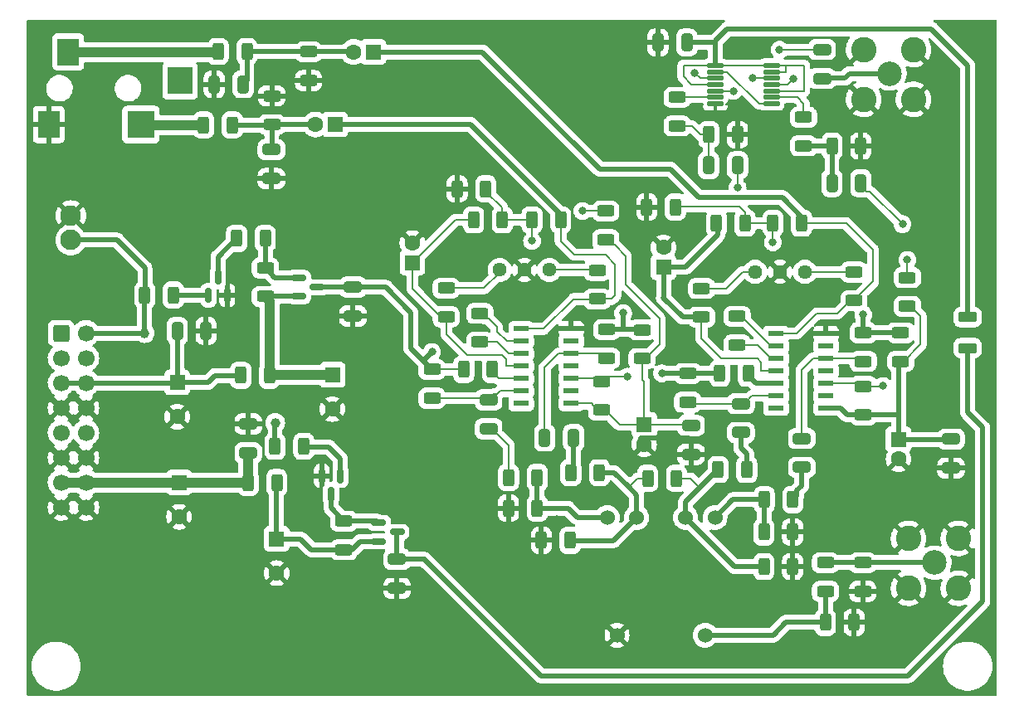
<source format=gtl>
G04 #@! TF.GenerationSoftware,KiCad,Pcbnew,6.0.9-8da3e8f707~117~ubuntu20.04.1*
G04 #@! TF.CreationDate,2022-12-08T18:46:39-05:00*
G04 #@! TF.ProjectId,sdt_qse_1496,7364745f-7173-4655-9f31-3439362e6b69,1.0*
G04 #@! TF.SameCoordinates,Original*
G04 #@! TF.FileFunction,Copper,L1,Top*
G04 #@! TF.FilePolarity,Positive*
%FSLAX46Y46*%
G04 Gerber Fmt 4.6, Leading zero omitted, Abs format (unit mm)*
G04 Created by KiCad (PCBNEW 6.0.9-8da3e8f707~117~ubuntu20.04.1) date 2022-12-08 18:46:39*
%MOMM*%
%LPD*%
G01*
G04 APERTURE LIST*
G04 Aperture macros list*
%AMRoundRect*
0 Rectangle with rounded corners*
0 $1 Rounding radius*
0 $2 $3 $4 $5 $6 $7 $8 $9 X,Y pos of 4 corners*
0 Add a 4 corners polygon primitive as box body*
4,1,4,$2,$3,$4,$5,$6,$7,$8,$9,$2,$3,0*
0 Add four circle primitives for the rounded corners*
1,1,$1+$1,$2,$3*
1,1,$1+$1,$4,$5*
1,1,$1+$1,$6,$7*
1,1,$1+$1,$8,$9*
0 Add four rect primitives between the rounded corners*
20,1,$1+$1,$2,$3,$4,$5,0*
20,1,$1+$1,$4,$5,$6,$7,0*
20,1,$1+$1,$6,$7,$8,$9,0*
20,1,$1+$1,$8,$9,$2,$3,0*%
G04 Aperture macros list end*
G04 #@! TA.AperFunction,SMDPad,CuDef*
%ADD10RoundRect,0.250000X0.325000X0.650000X-0.325000X0.650000X-0.325000X-0.650000X0.325000X-0.650000X0*%
G04 #@! TD*
G04 #@! TA.AperFunction,SMDPad,CuDef*
%ADD11RoundRect,0.250000X-0.650000X0.325000X-0.650000X-0.325000X0.650000X-0.325000X0.650000X0.325000X0*%
G04 #@! TD*
G04 #@! TA.AperFunction,SMDPad,CuDef*
%ADD12RoundRect,0.250000X-0.312500X-0.625000X0.312500X-0.625000X0.312500X0.625000X-0.312500X0.625000X0*%
G04 #@! TD*
G04 #@! TA.AperFunction,ComponentPad*
%ADD13RoundRect,0.250000X-0.600000X-0.600000X0.600000X-0.600000X0.600000X0.600000X-0.600000X0.600000X0*%
G04 #@! TD*
G04 #@! TA.AperFunction,ComponentPad*
%ADD14C,1.700000*%
G04 #@! TD*
G04 #@! TA.AperFunction,SMDPad,CuDef*
%ADD15R,1.600200X0.558800*%
G04 #@! TD*
G04 #@! TA.AperFunction,SMDPad,CuDef*
%ADD16RoundRect,0.250000X-0.625000X0.312500X-0.625000X-0.312500X0.625000X-0.312500X0.625000X0.312500X0*%
G04 #@! TD*
G04 #@! TA.AperFunction,SMDPad,CuDef*
%ADD17RoundRect,0.020500X-0.764500X-0.184500X0.764500X-0.184500X0.764500X0.184500X-0.764500X0.184500X0*%
G04 #@! TD*
G04 #@! TA.AperFunction,SMDPad,CuDef*
%ADD18RoundRect,0.250000X0.625000X-0.312500X0.625000X0.312500X-0.625000X0.312500X-0.625000X-0.312500X0*%
G04 #@! TD*
G04 #@! TA.AperFunction,SMDPad,CuDef*
%ADD19RoundRect,0.250000X0.312500X0.625000X-0.312500X0.625000X-0.312500X-0.625000X0.312500X-0.625000X0*%
G04 #@! TD*
G04 #@! TA.AperFunction,SMDPad,CuDef*
%ADD20RoundRect,0.150000X-0.587500X-0.150000X0.587500X-0.150000X0.587500X0.150000X-0.587500X0.150000X0*%
G04 #@! TD*
G04 #@! TA.AperFunction,ComponentPad*
%ADD21C,2.600000*%
G04 #@! TD*
G04 #@! TA.AperFunction,ComponentPad*
%ADD22C,2.500000*%
G04 #@! TD*
G04 #@! TA.AperFunction,ComponentPad*
%ADD23R,1.600000X1.600000*%
G04 #@! TD*
G04 #@! TA.AperFunction,ComponentPad*
%ADD24C,1.600000*%
G04 #@! TD*
G04 #@! TA.AperFunction,SMDPad,CuDef*
%ADD25RoundRect,0.150000X0.150000X-0.587500X0.150000X0.587500X-0.150000X0.587500X-0.150000X-0.587500X0*%
G04 #@! TD*
G04 #@! TA.AperFunction,SMDPad,CuDef*
%ADD26RoundRect,0.250000X0.700000X-0.275000X0.700000X0.275000X-0.700000X0.275000X-0.700000X-0.275000X0*%
G04 #@! TD*
G04 #@! TA.AperFunction,SMDPad,CuDef*
%ADD27RoundRect,0.250000X-0.325000X-0.650000X0.325000X-0.650000X0.325000X0.650000X-0.325000X0.650000X0*%
G04 #@! TD*
G04 #@! TA.AperFunction,ComponentPad*
%ADD28C,1.440000*%
G04 #@! TD*
G04 #@! TA.AperFunction,SMDPad,CuDef*
%ADD29R,2.200000X2.800000*%
G04 #@! TD*
G04 #@! TA.AperFunction,SMDPad,CuDef*
%ADD30R,2.800000X2.800000*%
G04 #@! TD*
G04 #@! TA.AperFunction,SMDPad,CuDef*
%ADD31R,2.600000X2.800000*%
G04 #@! TD*
G04 #@! TA.AperFunction,SMDPad,CuDef*
%ADD32RoundRect,0.150000X-0.150000X0.587500X-0.150000X-0.587500X0.150000X-0.587500X0.150000X0.587500X0*%
G04 #@! TD*
G04 #@! TA.AperFunction,ComponentPad*
%ADD33C,1.524000*%
G04 #@! TD*
G04 #@! TA.AperFunction,SMDPad,CuDef*
%ADD34RoundRect,0.250000X0.650000X-0.325000X0.650000X0.325000X-0.650000X0.325000X-0.650000X-0.325000X0*%
G04 #@! TD*
G04 #@! TA.AperFunction,ComponentPad*
%ADD35C,2.100000*%
G04 #@! TD*
G04 #@! TA.AperFunction,ViaPad*
%ADD36C,1.000000*%
G04 #@! TD*
G04 #@! TA.AperFunction,ViaPad*
%ADD37C,0.800000*%
G04 #@! TD*
G04 #@! TA.AperFunction,Conductor*
%ADD38C,0.500000*%
G04 #@! TD*
G04 #@! TA.AperFunction,Conductor*
%ADD39C,0.200000*%
G04 #@! TD*
G04 #@! TA.AperFunction,Conductor*
%ADD40C,1.000000*%
G04 #@! TD*
G04 APERTURE END LIST*
D10*
X117585000Y-77110000D03*
X114635000Y-77110000D03*
D11*
X120460000Y-83765000D03*
X120460000Y-86715000D03*
D12*
X170712500Y-122800000D03*
X173637500Y-122800000D03*
X144657500Y-120360000D03*
X147582500Y-120360000D03*
X158862500Y-117325000D03*
X161787500Y-117325000D03*
D13*
X99000000Y-102500000D03*
D14*
X101540000Y-102500000D03*
X99000000Y-105040000D03*
X101540000Y-105040000D03*
X99000000Y-107580000D03*
X101540000Y-107580000D03*
X99000000Y-110120000D03*
X101540000Y-110120000D03*
X99000000Y-112660000D03*
X101540000Y-112660000D03*
X99000000Y-115200000D03*
X101540000Y-115200000D03*
X99000000Y-117740000D03*
X101540000Y-117740000D03*
X99000000Y-120280000D03*
X101540000Y-120280000D03*
D15*
X145947300Y-102065000D03*
X145947300Y-103335000D03*
X145947300Y-104605000D03*
X145947300Y-105875000D03*
X145947300Y-107145000D03*
X145947300Y-108415000D03*
X145947300Y-109685000D03*
X151052700Y-109685000D03*
X151052700Y-108415000D03*
X151052700Y-107145000D03*
X151052700Y-105875000D03*
X151052700Y-104605000D03*
X151052700Y-103335000D03*
X151052700Y-102065000D03*
D16*
X174760000Y-80457500D03*
X174760000Y-83382500D03*
D12*
X148012500Y-123650000D03*
X150937500Y-123650000D03*
D17*
X165755000Y-75175000D03*
X165755000Y-75825000D03*
X165755000Y-76475000D03*
X165755000Y-77125000D03*
X165755000Y-77775000D03*
X165755000Y-78425000D03*
X165755000Y-79075000D03*
X171495000Y-79075000D03*
X171495000Y-78425000D03*
X171495000Y-77775000D03*
X171495000Y-77125000D03*
X171495000Y-76475000D03*
X171495000Y-75825000D03*
X171495000Y-75175000D03*
D18*
X164350000Y-100862500D03*
X164350000Y-97937500D03*
D10*
X162845000Y-72825000D03*
X159895000Y-72825000D03*
D16*
X180850000Y-102462500D03*
X180850000Y-105387500D03*
D19*
X180592500Y-83400000D03*
X177667500Y-83400000D03*
D20*
X131412500Y-121850000D03*
X131412500Y-123750000D03*
X133287500Y-122800000D03*
D12*
X113537500Y-81250000D03*
X116462500Y-81250000D03*
X151012500Y-116750000D03*
X153937500Y-116750000D03*
D21*
X185460000Y-123460000D03*
X190540000Y-128540000D03*
X185460000Y-128540000D03*
X190540000Y-123460000D03*
D22*
X188100000Y-125925000D03*
D16*
X124250000Y-73787500D03*
X124250000Y-76712500D03*
D23*
X121000000Y-123500000D03*
D24*
X121000000Y-127000000D03*
D16*
X136850000Y-106212500D03*
X136850000Y-109137500D03*
D21*
X180885000Y-73535000D03*
X185965000Y-73535000D03*
X185965000Y-78615000D03*
X180885000Y-78615000D03*
D22*
X183525000Y-76000000D03*
D25*
X114050000Y-98637500D03*
X115950000Y-98637500D03*
X115000000Y-96762500D03*
D11*
X142625000Y-109300000D03*
X142625000Y-112250000D03*
D12*
X144662500Y-117225000D03*
X147587500Y-117225000D03*
D16*
X167975000Y-100787500D03*
X167975000Y-103712500D03*
D19*
X144022500Y-90940000D03*
X141097500Y-90940000D03*
D26*
X191500000Y-104025000D03*
X191500000Y-100875000D03*
D19*
X168797500Y-91280000D03*
X165872500Y-91280000D03*
D12*
X118087500Y-117750000D03*
X121012500Y-117750000D03*
X171632500Y-91280000D03*
X174557500Y-91280000D03*
D23*
X110850000Y-107522349D03*
D24*
X110850000Y-111022349D03*
D27*
X177650000Y-87200000D03*
X180600000Y-87200000D03*
D12*
X115037500Y-73750000D03*
X117962500Y-73750000D03*
D23*
X126955113Y-81200000D03*
D24*
X124955113Y-81200000D03*
D15*
X171947300Y-102540000D03*
X171947300Y-103810000D03*
X171947300Y-105080000D03*
X171947300Y-106350000D03*
X171947300Y-107620000D03*
X171947300Y-108890000D03*
X171947300Y-110160000D03*
X177052700Y-110160000D03*
X177052700Y-108890000D03*
X177052700Y-107620000D03*
X177052700Y-106350000D03*
X177052700Y-105080000D03*
X177052700Y-103810000D03*
X177052700Y-102540000D03*
D12*
X147047500Y-90940000D03*
X149972500Y-90940000D03*
D11*
X133275000Y-125600000D03*
X133275000Y-128550000D03*
D16*
X185350000Y-96837500D03*
X185350000Y-99762500D03*
D18*
X179900000Y-99187500D03*
X179900000Y-96262500D03*
X180850000Y-110837500D03*
X180850000Y-107912500D03*
D19*
X173637500Y-126325000D03*
X170712500Y-126325000D03*
D11*
X189800000Y-113325000D03*
X189800000Y-116275000D03*
D28*
X143750000Y-96050000D03*
X146290000Y-96050000D03*
X148830000Y-96050000D03*
D16*
X161860000Y-78427500D03*
X161860000Y-81352500D03*
D18*
X120500000Y-81212500D03*
X120500000Y-78287500D03*
D16*
X127850000Y-121687500D03*
X127850000Y-124612500D03*
D23*
X126700000Y-106747349D03*
D24*
X126700000Y-110247349D03*
D16*
X141725000Y-100487500D03*
X141725000Y-103412500D03*
D12*
X140087500Y-106200000D03*
X143012500Y-106200000D03*
D19*
X168022500Y-82240000D03*
X165097500Y-82240000D03*
D16*
X154675000Y-102137500D03*
X154675000Y-105062500D03*
D28*
X169825000Y-96250000D03*
X172365000Y-96250000D03*
X174905000Y-96250000D03*
D12*
X158762500Y-89625000D03*
X161687500Y-89625000D03*
D11*
X174575000Y-113250000D03*
X174575000Y-116200000D03*
D23*
X130855113Y-73800000D03*
D24*
X128855113Y-73800000D03*
D20*
X123262500Y-96850000D03*
X123262500Y-98750000D03*
X125137500Y-97800000D03*
D16*
X162925000Y-106612500D03*
X162925000Y-109537500D03*
D19*
X168962500Y-116425000D03*
X166037500Y-116425000D03*
D23*
X184450000Y-113350000D03*
D24*
X184450000Y-115350000D03*
D27*
X148350000Y-113175000D03*
X151300000Y-113175000D03*
D18*
X138300000Y-100837500D03*
X138300000Y-97912500D03*
D23*
X158490000Y-111850000D03*
D24*
X158490000Y-113850000D03*
D23*
X111050000Y-117747349D03*
D24*
X111050000Y-121247349D03*
D23*
X160475000Y-95755113D03*
D24*
X160475000Y-93755113D03*
D18*
X180800000Y-128862500D03*
X180800000Y-125937500D03*
D29*
X97737500Y-81200000D03*
D30*
X107137500Y-81200000D03*
D29*
X99737500Y-73800000D03*
D31*
X111137500Y-76750000D03*
D32*
X127500000Y-117062500D03*
X125600000Y-117062500D03*
X126550000Y-118937500D03*
D33*
X165725000Y-121325000D03*
X162725000Y-121325000D03*
X157725000Y-121325000D03*
X154725000Y-121325000D03*
X164725000Y-133325000D03*
X155725000Y-133325000D03*
D12*
X139412500Y-87775000D03*
X142337500Y-87775000D03*
D23*
X134850000Y-95305112D03*
D24*
X134850000Y-93305112D03*
D34*
X176650000Y-76500000D03*
X176650000Y-73550000D03*
D18*
X154150000Y-110362500D03*
X154150000Y-107437500D03*
D12*
X120837500Y-114050000D03*
X123762500Y-114050000D03*
D27*
X110850000Y-102275000D03*
X113800000Y-102275000D03*
D18*
X177000000Y-128862500D03*
X177000000Y-125937500D03*
X153700000Y-99012500D03*
X153700000Y-96087500D03*
D11*
X128775000Y-97800000D03*
X128775000Y-100750000D03*
X168375000Y-109700000D03*
X168375000Y-112650000D03*
D16*
X154575000Y-90037500D03*
X154575000Y-92962500D03*
D19*
X120262500Y-106800000D03*
X117337500Y-106800000D03*
D18*
X158275000Y-105087500D03*
X158275000Y-102162500D03*
D12*
X107537500Y-98600000D03*
X110462500Y-98600000D03*
D35*
X100000000Y-93000000D03*
X100000000Y-90500000D03*
D12*
X116912500Y-92825000D03*
X119837500Y-92825000D03*
D18*
X184675000Y-105387500D03*
X184675000Y-102462500D03*
D11*
X163280000Y-111925000D03*
X163280000Y-114875000D03*
D16*
X119825000Y-95837500D03*
X119825000Y-98762500D03*
D34*
X118100000Y-114725000D03*
X118100000Y-111775000D03*
D27*
X165075000Y-85350000D03*
X168025000Y-85350000D03*
D19*
X179912500Y-132025000D03*
X176987500Y-132025000D03*
X173662500Y-119500000D03*
X170737500Y-119500000D03*
D12*
X166212500Y-106600000D03*
X169137500Y-106600000D03*
D36*
X118600000Y-102540000D03*
X192990000Y-109980000D03*
X149190000Y-98320000D03*
X145530000Y-88640000D03*
X151440000Y-87290000D03*
X96800000Y-72090000D03*
X191490000Y-72530000D03*
X157780000Y-71550000D03*
D37*
X172300000Y-73570000D03*
X173750000Y-76500000D03*
X163675000Y-75925000D03*
D36*
X191300000Y-118250000D03*
X150150000Y-79225000D03*
X168500000Y-79675000D03*
X189750000Y-83450000D03*
X192800000Y-132925000D03*
X175850000Y-85250000D03*
X184500000Y-135500000D03*
X192850000Y-83450000D03*
X102875000Y-137750000D03*
X111430000Y-79420000D03*
X165800000Y-114050000D03*
X175025000Y-130275000D03*
X177950000Y-94650000D03*
X137225000Y-95450000D03*
X123800000Y-119625000D03*
X160200000Y-87500000D03*
X170125000Y-98600000D03*
X144900000Y-92975000D03*
X144250000Y-100900000D03*
X177650000Y-97675000D03*
X188000000Y-98250000D03*
X152850000Y-119225000D03*
X153850000Y-125150000D03*
X183300000Y-95300000D03*
X176575000Y-111800000D03*
X171550000Y-111850000D03*
X174525000Y-103975000D03*
X163050000Y-85250000D03*
X133175000Y-77375000D03*
X128475000Y-119500000D03*
X116700000Y-84400000D03*
X168150000Y-122850000D03*
X165900000Y-118900000D03*
X139950000Y-82950000D03*
X149620000Y-121580000D03*
X188025000Y-111675000D03*
X140350000Y-131950000D03*
X97750000Y-84325000D03*
X192875000Y-89975000D03*
X107500000Y-93600000D03*
X151675000Y-92750000D03*
X145850000Y-111525000D03*
X176025000Y-123325000D03*
X142875000Y-130125000D03*
X182375000Y-91475000D03*
X187925000Y-138050000D03*
X121000000Y-108950000D03*
X158900000Y-97825000D03*
X149025000Y-103025000D03*
X182775000Y-100325000D03*
X189800000Y-89975000D03*
X105075000Y-95775000D03*
X157925000Y-138775000D03*
X139275000Y-110525000D03*
X96400000Y-122625000D03*
X97175000Y-132475000D03*
X104400000Y-71675000D03*
X116125000Y-109375000D03*
X165900000Y-95425000D03*
X149950000Y-111225000D03*
X123525000Y-71600000D03*
X164450000Y-105025000D03*
X159800000Y-109440000D03*
X132100000Y-100150000D03*
X176525000Y-78525000D03*
X107537500Y-102500000D03*
X120850000Y-111650000D03*
D37*
X185350000Y-95025000D03*
X171625000Y-93225000D03*
X169575000Y-76475000D03*
X167600000Y-77775000D03*
X156775000Y-106950000D03*
X168025000Y-87650000D03*
X182875000Y-107900000D03*
X184850000Y-91375000D03*
X147050000Y-93075000D03*
X152200000Y-90025000D03*
X160300000Y-106600000D03*
X156350000Y-100450000D03*
X180850000Y-100625000D03*
X136850000Y-104425000D03*
D38*
X154675000Y-102137500D02*
X156397500Y-102137500D01*
X156350000Y-102090000D02*
X156397500Y-102137500D01*
X156397500Y-102137500D02*
X158250000Y-102137500D01*
X156350000Y-100450000D02*
X156350000Y-102090000D01*
D39*
X158250000Y-102137500D02*
X158275000Y-102162500D01*
D38*
X117962500Y-73750000D02*
X117962500Y-76732500D01*
X117962500Y-76732500D02*
X117585000Y-77110000D01*
X120500000Y-81212500D02*
X120500000Y-83725000D01*
X120500000Y-83725000D02*
X120460000Y-83765000D01*
X157725000Y-119025000D02*
X156920000Y-118220000D01*
X156920000Y-118220000D02*
X155450000Y-116750000D01*
D39*
X158862500Y-117325000D02*
X157815000Y-117325000D01*
X157815000Y-117325000D02*
X156920000Y-118220000D01*
D38*
X162725000Y-119737500D02*
X164186250Y-118276250D01*
X164186250Y-118276250D02*
X166037500Y-116425000D01*
D39*
X161787500Y-117325000D02*
X163235000Y-117325000D01*
X163235000Y-117325000D02*
X164186250Y-118276250D01*
X154150000Y-110362500D02*
X154512500Y-110362500D01*
X154512500Y-110362500D02*
X156000000Y-111850000D01*
X156000000Y-111850000D02*
X158490000Y-111850000D01*
X158490000Y-111850000D02*
X163205000Y-111850000D01*
X163205000Y-111850000D02*
X163280000Y-111925000D01*
X158490000Y-111850000D02*
X158490000Y-107465000D01*
X158490000Y-107465000D02*
X158275000Y-107250000D01*
X153145000Y-109685000D02*
X153320000Y-109860000D01*
X151052700Y-109685000D02*
X153145000Y-109685000D01*
X156775000Y-106950000D02*
X154637500Y-106950000D01*
X154637500Y-106950000D02*
X154150000Y-107437500D01*
X151052700Y-107145000D02*
X153857500Y-107145000D01*
X153857500Y-107145000D02*
X154150000Y-107437500D01*
D38*
X151687500Y-121325000D02*
X150731250Y-120368750D01*
X147582500Y-120360000D02*
X150722500Y-120360000D01*
X150722500Y-120360000D02*
X150731250Y-120368750D01*
X147587500Y-117225000D02*
X147587500Y-120355000D01*
X147587500Y-120355000D02*
X147582500Y-120360000D01*
X170737500Y-119500000D02*
X170737500Y-122775000D01*
X170737500Y-122775000D02*
X170712500Y-122800000D01*
X170712500Y-126325000D02*
X167725000Y-126325000D01*
X167725000Y-126325000D02*
X162725000Y-121325000D01*
D39*
X144022500Y-90940000D02*
X144022500Y-89697500D01*
X142337500Y-88012500D02*
X144022500Y-89697500D01*
X175805000Y-73570000D02*
X175830000Y-73545000D01*
X172300000Y-73570000D02*
X175805000Y-73570000D01*
X171495000Y-77125000D02*
X173125000Y-77125000D01*
X165755000Y-76475000D02*
X164225000Y-76475000D01*
X164225000Y-76475000D02*
X163675000Y-75925000D01*
X173125000Y-77125000D02*
X173750000Y-76500000D01*
X165075000Y-82262500D02*
X165097500Y-82240000D01*
X164240000Y-82230000D02*
X165087500Y-82230000D01*
X165075000Y-85350000D02*
X165075000Y-82262500D01*
X165087500Y-82230000D02*
X165097500Y-82240000D01*
X163360000Y-81350000D02*
X164240000Y-82230000D01*
X161862500Y-81350000D02*
X163360000Y-81350000D01*
X161860000Y-81352500D02*
X161862500Y-81350000D01*
D38*
X124212500Y-73750000D02*
X124250000Y-73787500D01*
X117962500Y-73750000D02*
X124212500Y-73750000D01*
X124250000Y-73787500D02*
X128842613Y-73787500D01*
X128842613Y-73787500D02*
X128855113Y-73800000D01*
X174760000Y-83382500D02*
X177650000Y-83382500D01*
X177650000Y-83382500D02*
X177667500Y-83400000D01*
X177650000Y-83417500D02*
X177667500Y-83400000D01*
X177650000Y-87200000D02*
X177650000Y-83417500D01*
X116462500Y-81250000D02*
X120462500Y-81250000D01*
X124942613Y-81212500D02*
X124955113Y-81200000D01*
X120462500Y-81250000D02*
X120500000Y-81212500D01*
X120500000Y-81212500D02*
X124942613Y-81212500D01*
D39*
X170425000Y-105475000D02*
X170050000Y-105100000D01*
X166375000Y-105100000D02*
X164350000Y-103075000D01*
D38*
X162412500Y-100862500D02*
X160450000Y-98900000D01*
X160475000Y-98875000D02*
X160475000Y-95755113D01*
D39*
X171947300Y-106350000D02*
X170425000Y-106350000D01*
D38*
X162719887Y-95755113D02*
X165997500Y-92477500D01*
X160450000Y-98900000D02*
X160475000Y-98875000D01*
D39*
X170425000Y-106350000D02*
X170425000Y-105475000D01*
X170050000Y-105100000D02*
X166375000Y-105100000D01*
D38*
X165997500Y-92477500D02*
X165997500Y-92130000D01*
D39*
X164350000Y-103075000D02*
X164350000Y-100862500D01*
D38*
X164350000Y-100862500D02*
X162412500Y-100862500D01*
X160475000Y-95755113D02*
X162719887Y-95755113D01*
D40*
X120262500Y-99200000D02*
X119825000Y-98762500D01*
D38*
X123250000Y-98762500D02*
X123262500Y-98750000D01*
D40*
X120262500Y-106800000D02*
X120262500Y-99200000D01*
X120262500Y-106800000D02*
X126647349Y-106800000D01*
D38*
X119825000Y-98762500D02*
X123250000Y-98762500D01*
D40*
X126647349Y-106800000D02*
X126700000Y-106747349D01*
D38*
X124562500Y-124612500D02*
X123450000Y-123500000D01*
X121012500Y-117750000D02*
X121000000Y-117762500D01*
X127850000Y-124612500D02*
X128687500Y-124612500D01*
X128687500Y-124612500D02*
X129550000Y-123750000D01*
X129550000Y-123750000D02*
X131412500Y-123750000D01*
X121000000Y-117762500D02*
X121000000Y-123500000D01*
X127850000Y-124612500D02*
X124562500Y-124612500D01*
X123450000Y-123500000D02*
X121000000Y-123500000D01*
X114002651Y-107522349D02*
X114700000Y-106825000D01*
X101540000Y-107580000D02*
X110792349Y-107580000D01*
X114700000Y-106825000D02*
X117312500Y-106825000D01*
X110792349Y-107580000D02*
X110850000Y-107522349D01*
X99000000Y-107580000D02*
X101540000Y-107580000D01*
X117312500Y-106825000D02*
X117337500Y-106800000D01*
X110850000Y-107522349D02*
X110850000Y-102275000D01*
X110850000Y-107522349D02*
X114002651Y-107522349D01*
D40*
X118087500Y-117750000D02*
X118087500Y-114737500D01*
X99000000Y-117740000D02*
X101540000Y-117740000D01*
X111042651Y-117740000D02*
X111050000Y-117747349D01*
X101540000Y-117740000D02*
X111042651Y-117740000D01*
X118084849Y-117747349D02*
X118087500Y-117750000D01*
X118087500Y-114737500D02*
X118100000Y-114725000D01*
X111050000Y-117747349D02*
X118084849Y-117747349D01*
D38*
X104700000Y-93000000D02*
X107550000Y-95850000D01*
X100000000Y-93000000D02*
X104700000Y-93000000D01*
X120837500Y-114050000D02*
X120837500Y-111662500D01*
X107550000Y-98587500D02*
X107537500Y-98600000D01*
X101540000Y-102500000D02*
X107537500Y-102500000D01*
X107550000Y-95850000D02*
X107550000Y-98587500D01*
X107537500Y-102500000D02*
X107537500Y-98600000D01*
X120837500Y-111662500D02*
X120850000Y-111650000D01*
X110462500Y-98600000D02*
X114012500Y-98600000D01*
X114012500Y-98600000D02*
X114050000Y-98637500D01*
X115000000Y-94737500D02*
X116912500Y-92825000D01*
X115000000Y-96762500D02*
X115000000Y-94737500D01*
X123812500Y-114100000D02*
X123762500Y-114050000D01*
X127500000Y-117062500D02*
X127500000Y-115300000D01*
X126300000Y-114100000D02*
X123812500Y-114100000D01*
X127500000Y-115300000D02*
X126300000Y-114100000D01*
X126550000Y-120350000D02*
X126550000Y-118937500D01*
X127850000Y-121687500D02*
X127850000Y-121650000D01*
X127850000Y-121687500D02*
X131250000Y-121687500D01*
X131250000Y-121687500D02*
X131412500Y-121850000D01*
X127850000Y-121650000D02*
X126550000Y-120350000D01*
X119837500Y-92825000D02*
X119837500Y-95825000D01*
X119837500Y-95825000D02*
X119825000Y-95837500D01*
X120837500Y-96850000D02*
X119825000Y-95837500D01*
X123262500Y-96850000D02*
X120837500Y-96850000D01*
D39*
X174800000Y-75175000D02*
X174800000Y-77775000D01*
D38*
X165750000Y-75170000D02*
X165755000Y-75170000D01*
X191500000Y-75150000D02*
X187800000Y-71450000D01*
D39*
X162500000Y-76325000D02*
X163300000Y-77125000D01*
X171495000Y-75825000D02*
X172950000Y-75825000D01*
X172950000Y-75175000D02*
X174800000Y-75175000D01*
X174800000Y-77775000D02*
X171495000Y-77775000D01*
D38*
X191500000Y-100875000D02*
X191500000Y-75150000D01*
X162845000Y-72825000D02*
X165600000Y-72825000D01*
D39*
X171495000Y-75175000D02*
X172950000Y-75175000D01*
X172950000Y-75825000D02*
X172950000Y-75175000D01*
D38*
X165750000Y-72675000D02*
X165750000Y-75170000D01*
D39*
X165755000Y-75175000D02*
X171495000Y-75175000D01*
X163300000Y-77125000D02*
X165755000Y-77125000D01*
D38*
X187800000Y-71450000D02*
X166975000Y-71450000D01*
X166975000Y-71450000D02*
X165750000Y-72675000D01*
D39*
X165755000Y-75175000D02*
X162500000Y-75175000D01*
X162500000Y-75175000D02*
X162500000Y-76325000D01*
X185350000Y-95025000D02*
X185350000Y-96837500D01*
X171632500Y-91280000D02*
X171632500Y-93217500D01*
X168797500Y-91280000D02*
X171632500Y-91280000D01*
X171632500Y-93217500D02*
X171625000Y-93225000D01*
X168175000Y-89550000D02*
X161762500Y-89550000D01*
X168797500Y-90172500D02*
X168175000Y-89550000D01*
X161762500Y-89550000D02*
X161687500Y-89625000D01*
X168797500Y-91280000D02*
X168797500Y-90172500D01*
X153662500Y-96050000D02*
X153700000Y-96087500D01*
X148830000Y-96050000D02*
X153662500Y-96050000D01*
X174770000Y-80447500D02*
X174760000Y-80457500D01*
X174125000Y-78425000D02*
X174770000Y-79070000D01*
X174770000Y-79070000D02*
X174770000Y-80447500D01*
X171495000Y-78425000D02*
X174125000Y-78425000D01*
X161862500Y-78425000D02*
X161860000Y-78427500D01*
X165755000Y-78425000D02*
X161862500Y-78425000D01*
X142262500Y-101025000D02*
X141725000Y-100487500D01*
X145947300Y-103335000D02*
X144460000Y-103335000D01*
X142600000Y-101025000D02*
X142262500Y-101025000D01*
X144460000Y-103335000D02*
X143450000Y-102325000D01*
X143450000Y-101875000D02*
X142600000Y-101025000D01*
X143450000Y-102325000D02*
X143450000Y-101875000D01*
X144680000Y-104605000D02*
X143475000Y-103400000D01*
X143475000Y-103400000D02*
X141737500Y-103400000D01*
X141737500Y-103400000D02*
X141725000Y-103412500D01*
X145947300Y-104605000D02*
X144680000Y-104605000D01*
X171947300Y-103810000D02*
X171410000Y-103810000D01*
X171410000Y-103810000D02*
X168387500Y-100787500D01*
X168387500Y-100787500D02*
X167975000Y-100787500D01*
X171947300Y-105080000D02*
X171430000Y-105080000D01*
X171430000Y-105080000D02*
X170062500Y-103712500D01*
X170062500Y-103712500D02*
X167975000Y-103712500D01*
X143620000Y-107145000D02*
X143012500Y-106537500D01*
X145947300Y-107145000D02*
X143620000Y-107145000D01*
X143012500Y-106537500D02*
X143012500Y-106200000D01*
X169137500Y-106600000D02*
X169137500Y-106862500D01*
D38*
X169137500Y-106862500D02*
X169900000Y-107625000D01*
X169905000Y-107620000D02*
X171947300Y-107620000D01*
D39*
X169900000Y-107625000D02*
X169905000Y-107620000D01*
D38*
X164725000Y-133325000D02*
X171650000Y-133325000D01*
X176987500Y-132025000D02*
X176987500Y-128875000D01*
X176987500Y-128875000D02*
X177000000Y-128862500D01*
X172950000Y-132025000D02*
X176987500Y-132025000D01*
X171650000Y-133325000D02*
X172950000Y-132025000D01*
D39*
X166975000Y-75825000D02*
X170225000Y-79075000D01*
X165755000Y-75825000D02*
X166975000Y-75825000D01*
X170225000Y-79075000D02*
X171495000Y-79075000D01*
X167600000Y-77775000D02*
X165755000Y-77775000D01*
X171495000Y-76475000D02*
X169575000Y-76475000D01*
D38*
X178955000Y-76495000D02*
X179450000Y-76000000D01*
X179450000Y-76000000D02*
X183525000Y-76000000D01*
X178955000Y-76495000D02*
X176655000Y-76495000D01*
X176655000Y-76495000D02*
X176650000Y-76500000D01*
D39*
X168025000Y-87650000D02*
X168025000Y-85350000D01*
X180600000Y-87475000D02*
X180600000Y-87200000D01*
X180557500Y-107620000D02*
X180850000Y-107912500D01*
X177052700Y-107620000D02*
X180557500Y-107620000D01*
X184850000Y-91375000D02*
X181525000Y-88050000D01*
X180850000Y-107912500D02*
X182862500Y-107912500D01*
X181525000Y-88050000D02*
X181175000Y-88050000D01*
X182862500Y-107912500D02*
X182875000Y-107900000D01*
X181175000Y-88050000D02*
X180600000Y-87475000D01*
X144400000Y-105875000D02*
X144400000Y-105150000D01*
X143975000Y-104725000D02*
X140450000Y-104725000D01*
X134850000Y-97950000D02*
X137737500Y-100837500D01*
X145947300Y-105875000D02*
X144400000Y-105875000D01*
X138300000Y-102575000D02*
X138300000Y-100837500D01*
X137737500Y-100837500D02*
X138300000Y-100837500D01*
X140450000Y-104725000D02*
X138300000Y-102575000D01*
X139215112Y-90940000D02*
X134850000Y-95305112D01*
X144400000Y-105150000D02*
X143975000Y-104725000D01*
X134850000Y-95305112D02*
X134850000Y-97950000D01*
X141097500Y-90940000D02*
X139215112Y-90940000D01*
D38*
X163025000Y-113200000D02*
X158194888Y-113200000D01*
D39*
X160075000Y-103625000D02*
X160075000Y-101000000D01*
X160075000Y-101000000D02*
X156625000Y-97550000D01*
X155087500Y-93475000D02*
X154575000Y-92962500D01*
X156625000Y-94625000D02*
X155475000Y-93475000D01*
X158275000Y-105087500D02*
X158275000Y-107250000D01*
D38*
X158175000Y-113219888D02*
X158175000Y-113200000D01*
D39*
X155475000Y-93475000D02*
X155087500Y-93475000D01*
X158275000Y-105087500D02*
X158612500Y-105087500D01*
X156625000Y-97550000D02*
X156625000Y-94625000D01*
D38*
X158194888Y-113200000D02*
X158175000Y-113219888D01*
D39*
X158612500Y-105087500D02*
X160075000Y-103625000D01*
X184675000Y-105387500D02*
X184987500Y-105387500D01*
X184987500Y-105387500D02*
X186700000Y-103675000D01*
D38*
X178510000Y-110160000D02*
X179175000Y-110825000D01*
X189775000Y-113350000D02*
X189800000Y-113325000D01*
X184450000Y-110800000D02*
X180887500Y-110800000D01*
X177052700Y-110160000D02*
X178510000Y-110160000D01*
X184450000Y-105612500D02*
X184675000Y-105387500D01*
X184450000Y-110800000D02*
X184450000Y-105612500D01*
X184450000Y-113350000D02*
X189775000Y-113350000D01*
X184450000Y-110800000D02*
X184450000Y-113350000D01*
D39*
X186700000Y-103675000D02*
X186700000Y-100725000D01*
X180837500Y-110825000D02*
X180850000Y-110837500D01*
D38*
X179175000Y-110825000D02*
X180837500Y-110825000D01*
X180887500Y-110800000D02*
X180850000Y-110837500D01*
D39*
X185812500Y-100225000D02*
X185350000Y-99762500D01*
X186200000Y-100225000D02*
X185812500Y-100225000D01*
X186700000Y-100725000D02*
X186200000Y-100225000D01*
X142462500Y-109137500D02*
X142625000Y-109300000D01*
X143175000Y-108750000D02*
X142625000Y-109300000D01*
X143475000Y-108750000D02*
X143175000Y-108750000D01*
X143810000Y-108415000D02*
X143475000Y-108750000D01*
X145947300Y-108415000D02*
X143810000Y-108415000D01*
X136850000Y-109137500D02*
X142462500Y-109137500D01*
X144662500Y-117225000D02*
X144662500Y-113937500D01*
X143500000Y-112775000D02*
X143150000Y-112775000D01*
X143150000Y-112775000D02*
X142625000Y-112250000D01*
X144662500Y-113937500D02*
X143500000Y-112775000D01*
X171947300Y-108890000D02*
X169510000Y-108890000D01*
X168375000Y-109700000D02*
X163087500Y-109700000D01*
X169510000Y-108890000D02*
X169225000Y-109175000D01*
X163087500Y-109700000D02*
X162925000Y-109537500D01*
D38*
X168962500Y-116425000D02*
X168962500Y-114812500D01*
X168962500Y-114812500D02*
X168375000Y-114225000D01*
X168375000Y-114225000D02*
X168375000Y-112650000D01*
D39*
X154575000Y-90037500D02*
X152212500Y-90037500D01*
X152212500Y-90037500D02*
X152200000Y-90025000D01*
X147050000Y-93075000D02*
X147050000Y-90942500D01*
X147050000Y-90942500D02*
X147047500Y-90940000D01*
X147047500Y-90940000D02*
X144022500Y-90940000D01*
X179887500Y-96250000D02*
X179900000Y-96262500D01*
X174905000Y-96250000D02*
X179887500Y-96250000D01*
X138300000Y-97912500D02*
X142162500Y-97912500D01*
X143750000Y-96325000D02*
X143750000Y-96050000D01*
X142162500Y-97912500D02*
X143750000Y-96325000D01*
X166850000Y-97950000D02*
X164362500Y-97950000D01*
X168550000Y-96250000D02*
X166850000Y-97950000D01*
X164362500Y-97950000D02*
X164350000Y-97937500D01*
X169825000Y-96250000D02*
X168550000Y-96250000D01*
D38*
X180812500Y-125925000D02*
X188100000Y-125925000D01*
X177000000Y-125937500D02*
X180800000Y-125937500D01*
X180800000Y-125937500D02*
X180812500Y-125925000D01*
X151300000Y-113175000D02*
X151300000Y-116462500D01*
X151300000Y-116462500D02*
X151012500Y-116750000D01*
X174075000Y-119087500D02*
X173662500Y-119500000D01*
X174575000Y-118075000D02*
X174075000Y-118575000D01*
X174575000Y-116200000D02*
X174575000Y-118075000D01*
X174075000Y-118575000D02*
X174075000Y-119087500D01*
X165725000Y-121325000D02*
X167550000Y-119500000D01*
X167550000Y-119500000D02*
X170737500Y-119500000D01*
X180850000Y-102462500D02*
X184675000Y-102462500D01*
X160300000Y-106600000D02*
X162912500Y-106600000D01*
X128775000Y-97800000D02*
X128800000Y-97825000D01*
X128800000Y-97825000D02*
X132125000Y-97825000D01*
X180850000Y-100625000D02*
X180850000Y-102462500D01*
X134700000Y-104062500D02*
X135943750Y-105306250D01*
X125137500Y-97800000D02*
X128775000Y-97800000D01*
D39*
X140087500Y-106200000D02*
X136862500Y-106200000D01*
D38*
X134700000Y-100400000D02*
X134700000Y-104062500D01*
D39*
X136862500Y-106200000D02*
X136850000Y-106212500D01*
X162937500Y-106600000D02*
X162925000Y-106612500D01*
X162912500Y-106600000D02*
X162925000Y-106612500D01*
D38*
X132125000Y-97825000D02*
X134700000Y-100400000D01*
X136850000Y-104425000D02*
X135968750Y-105306250D01*
X166212500Y-106600000D02*
X162937500Y-106600000D01*
D39*
X135968750Y-105306250D02*
X135943750Y-105306250D01*
D38*
X135943750Y-105306250D02*
X136850000Y-106212500D01*
X162725000Y-121325000D02*
X162725000Y-119737500D01*
D40*
X107187500Y-81250000D02*
X107137500Y-81200000D01*
X113537500Y-81250000D02*
X107187500Y-81250000D01*
D39*
X148350000Y-113175000D02*
X148350000Y-106125000D01*
X149745000Y-104605000D02*
X148350000Y-106000000D01*
X154217500Y-104605000D02*
X154675000Y-105062500D01*
X149745000Y-104605000D02*
X151052700Y-104605000D01*
X151052700Y-104605000D02*
X154217500Y-104605000D01*
X148350000Y-106000000D02*
X148350000Y-106125000D01*
D38*
X153950000Y-85750000D02*
X161200000Y-85750000D01*
X164100000Y-88650000D02*
X172575000Y-88650000D01*
D39*
X179130000Y-91280000D02*
X174557500Y-91280000D01*
X179512500Y-99187500D02*
X179900000Y-99187500D01*
X174060000Y-102540000D02*
X176075000Y-100525000D01*
X178175000Y-100525000D02*
X179512500Y-99187500D01*
X179900000Y-99187500D02*
X181850000Y-97237500D01*
X181850000Y-94000000D02*
X179130000Y-91280000D01*
D38*
X142000000Y-73800000D02*
X153950000Y-85750000D01*
X174682500Y-90757500D02*
X172575000Y-88650000D01*
D39*
X176075000Y-100525000D02*
X178175000Y-100525000D01*
X181850000Y-97237500D02*
X181850000Y-94000000D01*
D38*
X161200000Y-85750000D02*
X164100000Y-88650000D01*
X130855113Y-73800000D02*
X142000000Y-73800000D01*
D39*
X171947300Y-102540000D02*
X174060000Y-102540000D01*
X175705000Y-105080000D02*
X175705000Y-105095000D01*
X175705000Y-105095000D02*
X174575000Y-106225000D01*
X175705000Y-105080000D02*
X177052700Y-105080000D01*
X180542500Y-105080000D02*
X180850000Y-105387500D01*
X174575000Y-113250000D02*
X174575000Y-106225000D01*
X177052700Y-105080000D02*
X180542500Y-105080000D01*
X145947300Y-102065000D02*
X148235000Y-102065000D01*
X155187500Y-99012500D02*
X155550000Y-98650000D01*
X154550000Y-94500000D02*
X151375000Y-94500000D01*
X148235000Y-102065000D02*
X151275000Y-99025000D01*
X151275000Y-99025000D02*
X153687500Y-99025000D01*
D38*
X140775000Y-81200000D02*
X126955113Y-81200000D01*
D39*
X155550000Y-95500000D02*
X154550000Y-94500000D01*
D38*
X149972500Y-90397500D02*
X140775000Y-81200000D01*
D39*
X153687500Y-99025000D02*
X153700000Y-99012500D01*
X153700000Y-99012500D02*
X155187500Y-99012500D01*
X155550000Y-98650000D02*
X155550000Y-95500000D01*
X151375000Y-94500000D02*
X149972500Y-93097500D01*
X149972500Y-90940000D02*
X149972500Y-93097500D01*
D40*
X114987500Y-73800000D02*
X99737500Y-73800000D01*
X114987500Y-73800000D02*
X115037500Y-73750000D01*
D38*
X157725000Y-121325000D02*
X155375000Y-123675000D01*
X150962500Y-123675000D02*
X150937500Y-123650000D01*
X155375000Y-123675000D02*
X150962500Y-123675000D01*
X155450000Y-116750000D02*
X153937500Y-116750000D01*
X157725000Y-121325000D02*
X157725000Y-119025000D01*
X154725000Y-121325000D02*
X151687500Y-121325000D01*
X136131250Y-125643750D02*
X147962500Y-137475000D01*
X193025000Y-112125000D02*
X191500000Y-110600000D01*
X191500000Y-110600000D02*
X191500000Y-104025000D01*
X193025000Y-129875000D02*
X193025000Y-112125000D01*
X133275000Y-125600000D02*
X136087500Y-125600000D01*
X136087500Y-125600000D02*
X136131250Y-125643750D01*
X185425000Y-137475000D02*
X193025000Y-129875000D01*
X147962500Y-137475000D02*
X185425000Y-137475000D01*
X133275000Y-125600000D02*
X133275000Y-122812500D01*
X133275000Y-122812500D02*
X133287500Y-122800000D01*
G04 #@! TA.AperFunction,Conductor*
G36*
X166690345Y-70528502D02*
G01*
X166736838Y-70582158D01*
X166746942Y-70652432D01*
X166717448Y-70717012D01*
X166669883Y-70748520D01*
X166670719Y-70750346D01*
X166664066Y-70753392D01*
X166657101Y-70755648D01*
X166650846Y-70759444D01*
X166645387Y-70761943D01*
X166639939Y-70764671D01*
X166633063Y-70767167D01*
X166572010Y-70807195D01*
X166568337Y-70809513D01*
X166505893Y-70847405D01*
X166497517Y-70854802D01*
X166497493Y-70854775D01*
X166494499Y-70857430D01*
X166491268Y-70860132D01*
X166485148Y-70864144D01*
X166455951Y-70894965D01*
X166431872Y-70920383D01*
X166429494Y-70922825D01*
X165322724Y-72029595D01*
X165260412Y-72063621D01*
X165233629Y-72066500D01*
X164024219Y-72066500D01*
X163956098Y-72046498D01*
X163909605Y-71992842D01*
X163904695Y-71980376D01*
X163877298Y-71898255D01*
X163861550Y-71851054D01*
X163768478Y-71700652D01*
X163643303Y-71575695D01*
X163637072Y-71571854D01*
X163498968Y-71486725D01*
X163498966Y-71486724D01*
X163492738Y-71482885D01*
X163412995Y-71456436D01*
X163331389Y-71429368D01*
X163331387Y-71429368D01*
X163324861Y-71427203D01*
X163318025Y-71426503D01*
X163318022Y-71426502D01*
X163274969Y-71422091D01*
X163220400Y-71416500D01*
X162469600Y-71416500D01*
X162466354Y-71416837D01*
X162466350Y-71416837D01*
X162370692Y-71426762D01*
X162370688Y-71426763D01*
X162363834Y-71427474D01*
X162357298Y-71429655D01*
X162357296Y-71429655D01*
X162340928Y-71435116D01*
X162196054Y-71483450D01*
X162045652Y-71576522D01*
X161920695Y-71701697D01*
X161827885Y-71852262D01*
X161772203Y-72020139D01*
X161771503Y-72026975D01*
X161771502Y-72026978D01*
X161769502Y-72046498D01*
X161761500Y-72124600D01*
X161761500Y-73525400D01*
X161761837Y-73528646D01*
X161761837Y-73528650D01*
X161771752Y-73624206D01*
X161772474Y-73631166D01*
X161774655Y-73637702D01*
X161774655Y-73637704D01*
X161785374Y-73669833D01*
X161828450Y-73798946D01*
X161921522Y-73949348D01*
X162046697Y-74074305D01*
X162052927Y-74078145D01*
X162052928Y-74078146D01*
X162190288Y-74162816D01*
X162197262Y-74167115D01*
X162268643Y-74190791D01*
X162358611Y-74220632D01*
X162358613Y-74220632D01*
X162365139Y-74222797D01*
X162371975Y-74223497D01*
X162371978Y-74223498D01*
X162415031Y-74227909D01*
X162469600Y-74233500D01*
X163220400Y-74233500D01*
X163223646Y-74233163D01*
X163223650Y-74233163D01*
X163319308Y-74223238D01*
X163319312Y-74223237D01*
X163326166Y-74222526D01*
X163332702Y-74220345D01*
X163332704Y-74220345D01*
X163464806Y-74176272D01*
X163493946Y-74166550D01*
X163644348Y-74073478D01*
X163769305Y-73948303D01*
X163777338Y-73935271D01*
X163858275Y-73803968D01*
X163858276Y-73803966D01*
X163862115Y-73797738D01*
X163904539Y-73669833D01*
X163944969Y-73611473D01*
X164010534Y-73584236D01*
X164024132Y-73583500D01*
X164865500Y-73583500D01*
X164933621Y-73603502D01*
X164980114Y-73657158D01*
X164991500Y-73709500D01*
X164991500Y-74344735D01*
X164971498Y-74412856D01*
X164917842Y-74459349D01*
X164880634Y-74469823D01*
X164863130Y-74471941D01*
X164855607Y-74474919D01*
X164855605Y-74474920D01*
X164841320Y-74480576D01*
X164728371Y-74525295D01*
X164707860Y-74540864D01*
X164641508Y-74566116D01*
X164631682Y-74566500D01*
X162548143Y-74566500D01*
X162531697Y-74565422D01*
X162508188Y-74562327D01*
X162500000Y-74561249D01*
X162442128Y-74568868D01*
X162408441Y-74573303D01*
X162368951Y-74578502D01*
X162341150Y-74582162D01*
X162193125Y-74643476D01*
X162138111Y-74685690D01*
X162072566Y-74735984D01*
X162072563Y-74735987D01*
X162066013Y-74741013D01*
X162060987Y-74747563D01*
X162060986Y-74747564D01*
X161975861Y-74858500D01*
X161968476Y-74868124D01*
X161965317Y-74875750D01*
X161965316Y-74875752D01*
X161914357Y-74998780D01*
X161907162Y-75016150D01*
X161886249Y-75175000D01*
X161887327Y-75183188D01*
X161890422Y-75206697D01*
X161891500Y-75223143D01*
X161891500Y-76276864D01*
X161890422Y-76293307D01*
X161886250Y-76325000D01*
X161891500Y-76364880D01*
X161891500Y-76364885D01*
X161901052Y-76437441D01*
X161907162Y-76483851D01*
X161968476Y-76631876D01*
X161973503Y-76638427D01*
X161973504Y-76638429D01*
X162041520Y-76727069D01*
X162041526Y-76727075D01*
X162066013Y-76758987D01*
X162072568Y-76764017D01*
X162091379Y-76778452D01*
X162103770Y-76789319D01*
X162455856Y-77141405D01*
X162489882Y-77203717D01*
X162484817Y-77274532D01*
X162442270Y-77331368D01*
X162375750Y-77356179D01*
X162366761Y-77356500D01*
X161184600Y-77356500D01*
X161181354Y-77356837D01*
X161181350Y-77356837D01*
X161085692Y-77366762D01*
X161085688Y-77366763D01*
X161078834Y-77367474D01*
X161072298Y-77369655D01*
X161072296Y-77369655D01*
X161030798Y-77383500D01*
X160911054Y-77423450D01*
X160760652Y-77516522D01*
X160635695Y-77641697D01*
X160631855Y-77647927D01*
X160631854Y-77647928D01*
X160548803Y-77782662D01*
X160542885Y-77792262D01*
X160530236Y-77830397D01*
X160495923Y-77933850D01*
X160487203Y-77960139D01*
X160486503Y-77966975D01*
X160486502Y-77966978D01*
X160484964Y-77981987D01*
X160476500Y-78064600D01*
X160476500Y-78790400D01*
X160476837Y-78793646D01*
X160476837Y-78793650D01*
X160484295Y-78865525D01*
X160487474Y-78896166D01*
X160489655Y-78902702D01*
X160489655Y-78902704D01*
X160516708Y-78983790D01*
X160543450Y-79063946D01*
X160636522Y-79214348D01*
X160761697Y-79339305D01*
X160767927Y-79343145D01*
X160767928Y-79343146D01*
X160905090Y-79427694D01*
X160912262Y-79432115D01*
X160986459Y-79456725D01*
X161073611Y-79485632D01*
X161073613Y-79485632D01*
X161080139Y-79487797D01*
X161086975Y-79488497D01*
X161086978Y-79488498D01*
X161130031Y-79492909D01*
X161184600Y-79498500D01*
X162535400Y-79498500D01*
X162538646Y-79498163D01*
X162538650Y-79498163D01*
X162634308Y-79488238D01*
X162634312Y-79488237D01*
X162641166Y-79487526D01*
X162647702Y-79485345D01*
X162647704Y-79485345D01*
X162793393Y-79436739D01*
X162808946Y-79431550D01*
X162959348Y-79338478D01*
X163084305Y-79213303D01*
X163096365Y-79193739D01*
X163117469Y-79159501D01*
X163158225Y-79093383D01*
X163210996Y-79045891D01*
X163265484Y-79033500D01*
X164443270Y-79033500D01*
X164511391Y-79053502D01*
X164557884Y-79107158D01*
X164567988Y-79177432D01*
X164538494Y-79242012D01*
X164478768Y-79280396D01*
X164464877Y-79284475D01*
X164463672Y-79285865D01*
X164462001Y-79293548D01*
X164462001Y-79296766D01*
X164462456Y-79304323D01*
X164471458Y-79378717D01*
X164475409Y-79394275D01*
X164522573Y-79513397D01*
X164530926Y-79528222D01*
X164608089Y-79629881D01*
X164620119Y-79641911D01*
X164721778Y-79719074D01*
X164736603Y-79727427D01*
X164855720Y-79774589D01*
X164871291Y-79778543D01*
X164945674Y-79787544D01*
X164953228Y-79788000D01*
X165531885Y-79788000D01*
X165547124Y-79783525D01*
X165548329Y-79782135D01*
X165550000Y-79774452D01*
X165550000Y-79280000D01*
X165550552Y-79280000D01*
X165550553Y-79229000D01*
X165588938Y-79169275D01*
X165653519Y-79139782D01*
X165671448Y-79138500D01*
X165754342Y-79138500D01*
X165837373Y-79138499D01*
X165905492Y-79158501D01*
X165951985Y-79212156D01*
X165962090Y-79282430D01*
X165960493Y-79291282D01*
X165960000Y-79293548D01*
X165960000Y-79769884D01*
X165964475Y-79785123D01*
X165965865Y-79786328D01*
X165973548Y-79787999D01*
X166556766Y-79787999D01*
X166564323Y-79787544D01*
X166638717Y-79778542D01*
X166654275Y-79774591D01*
X166773397Y-79727427D01*
X166788222Y-79719074D01*
X166889881Y-79641911D01*
X166901911Y-79629881D01*
X166979074Y-79528222D01*
X166987427Y-79513397D01*
X167034589Y-79394280D01*
X167038543Y-79378709D01*
X167047544Y-79304326D01*
X167047933Y-79297886D01*
X167043525Y-79282876D01*
X167042135Y-79281671D01*
X167034452Y-79280000D01*
X166885564Y-79280000D01*
X166817443Y-79259998D01*
X166770950Y-79206342D01*
X166760846Y-79136068D01*
X166790340Y-79071488D01*
X166809385Y-79053637D01*
X166890237Y-78992267D01*
X166897076Y-78987076D01*
X166948267Y-78919634D01*
X167005384Y-78877468D01*
X167013131Y-78874919D01*
X167045123Y-78865525D01*
X167046328Y-78864135D01*
X167047999Y-78856452D01*
X167047999Y-78853234D01*
X167047544Y-78845674D01*
X167038047Y-78767188D01*
X167039846Y-78737085D01*
X167038059Y-78736869D01*
X167042550Y-78699762D01*
X167070592Y-78634538D01*
X167129445Y-78594829D01*
X167200424Y-78593242D01*
X167218886Y-78599794D01*
X167231522Y-78605420D01*
X167300236Y-78636013D01*
X167317712Y-78643794D01*
X167411113Y-78663647D01*
X167498056Y-78682128D01*
X167498061Y-78682128D01*
X167504513Y-78683500D01*
X167695487Y-78683500D01*
X167701939Y-78682128D01*
X167701944Y-78682128D01*
X167788887Y-78663647D01*
X167882288Y-78643794D01*
X167888319Y-78641109D01*
X168050722Y-78568803D01*
X168050724Y-78568802D01*
X168056752Y-78566118D01*
X168071989Y-78555048D01*
X168131053Y-78512135D01*
X168211253Y-78453866D01*
X168216287Y-78448275D01*
X168334621Y-78316852D01*
X168334622Y-78316851D01*
X168339040Y-78311944D01*
X168352967Y-78287822D01*
X168404350Y-78238830D01*
X168474063Y-78225395D01*
X168539974Y-78251782D01*
X168551180Y-78261729D01*
X169760685Y-79471234D01*
X169771552Y-79483625D01*
X169791013Y-79508987D01*
X169797563Y-79514013D01*
X169822925Y-79533474D01*
X169822928Y-79533477D01*
X169859713Y-79561703D01*
X169918124Y-79606524D01*
X170066149Y-79667838D01*
X170074336Y-79668916D01*
X170074337Y-79668916D01*
X170085542Y-79670391D01*
X170116738Y-79674498D01*
X170185115Y-79683500D01*
X170185118Y-79683500D01*
X170185126Y-79683501D01*
X170216811Y-79687672D01*
X170225000Y-79688750D01*
X170256693Y-79684578D01*
X170273136Y-79683500D01*
X170371682Y-79683500D01*
X170439803Y-79703502D01*
X170447846Y-79709126D01*
X170468371Y-79724705D01*
X170603130Y-79778059D01*
X170689407Y-79788500D01*
X171494468Y-79788500D01*
X172300592Y-79788499D01*
X172304349Y-79788044D01*
X172304355Y-79788044D01*
X172378837Y-79779031D01*
X172386870Y-79778059D01*
X172394393Y-79775081D01*
X172394395Y-79775080D01*
X172461607Y-79748469D01*
X172521629Y-79724705D01*
X172637076Y-79637076D01*
X172724705Y-79521629D01*
X172778059Y-79386870D01*
X172788500Y-79300593D01*
X172788499Y-79159499D01*
X172808501Y-79091380D01*
X172862156Y-79044887D01*
X172914499Y-79033500D01*
X173820761Y-79033500D01*
X173888882Y-79053502D01*
X173909856Y-79070405D01*
X174028261Y-79188810D01*
X174062287Y-79251122D01*
X174057222Y-79321937D01*
X174014675Y-79378773D01*
X173978151Y-79395428D01*
X173978834Y-79397474D01*
X173811054Y-79453450D01*
X173660652Y-79546522D01*
X173535695Y-79671697D01*
X173531855Y-79677927D01*
X173531854Y-79677928D01*
X173464286Y-79787544D01*
X173442885Y-79822262D01*
X173424808Y-79876762D01*
X173404920Y-79936725D01*
X173387203Y-79990139D01*
X173386503Y-79996975D01*
X173386502Y-79996978D01*
X173383870Y-80022668D01*
X173376500Y-80094600D01*
X173376500Y-80820400D01*
X173376837Y-80823646D01*
X173376837Y-80823650D01*
X173386421Y-80916013D01*
X173387474Y-80926166D01*
X173389655Y-80932702D01*
X173389655Y-80932704D01*
X173419200Y-81021261D01*
X173443450Y-81093946D01*
X173536522Y-81244348D01*
X173661697Y-81369305D01*
X173667927Y-81373145D01*
X173667928Y-81373146D01*
X173805090Y-81457694D01*
X173812262Y-81462115D01*
X173892005Y-81488564D01*
X173973611Y-81515632D01*
X173973613Y-81515632D01*
X173980139Y-81517797D01*
X173986975Y-81518497D01*
X173986978Y-81518498D01*
X174030031Y-81522909D01*
X174084600Y-81528500D01*
X175435400Y-81528500D01*
X175438646Y-81528163D01*
X175438650Y-81528163D01*
X175534308Y-81518238D01*
X175534312Y-81518237D01*
X175541166Y-81517526D01*
X175547702Y-81515345D01*
X175547704Y-81515345D01*
X175696531Y-81465692D01*
X175708946Y-81461550D01*
X175859348Y-81368478D01*
X175984305Y-81243303D01*
X176042903Y-81148240D01*
X176073275Y-81098968D01*
X176073276Y-81098966D01*
X176077115Y-81092738D01*
X176112385Y-80986402D01*
X176130632Y-80931389D01*
X176130632Y-80931387D01*
X176132797Y-80924861D01*
X176136213Y-80891526D01*
X176139767Y-80856837D01*
X176143500Y-80820400D01*
X176143500Y-80094600D01*
X176143163Y-80091350D01*
X176139901Y-80059906D01*
X179804839Y-80059906D01*
X179813553Y-80071427D01*
X179920452Y-80149809D01*
X179928351Y-80154745D01*
X180157905Y-80275519D01*
X180166454Y-80279236D01*
X180411327Y-80364749D01*
X180420336Y-80367163D01*
X180675166Y-80415544D01*
X180684423Y-80416598D01*
X180943607Y-80426783D01*
X180952921Y-80426457D01*
X181210753Y-80398220D01*
X181219930Y-80396519D01*
X181470758Y-80330481D01*
X181479574Y-80327445D01*
X181717880Y-80225062D01*
X181726167Y-80220748D01*
X181946718Y-80084266D01*
X181954268Y-80078780D01*
X181959559Y-80074301D01*
X181967997Y-80061497D01*
X181967065Y-80059906D01*
X184884839Y-80059906D01*
X184893553Y-80071427D01*
X185000452Y-80149809D01*
X185008351Y-80154745D01*
X185237905Y-80275519D01*
X185246454Y-80279236D01*
X185491327Y-80364749D01*
X185500336Y-80367163D01*
X185755166Y-80415544D01*
X185764423Y-80416598D01*
X186023607Y-80426783D01*
X186032921Y-80426457D01*
X186290753Y-80398220D01*
X186299930Y-80396519D01*
X186550758Y-80330481D01*
X186559574Y-80327445D01*
X186797880Y-80225062D01*
X186806167Y-80220748D01*
X187026718Y-80084266D01*
X187034268Y-80078780D01*
X187039559Y-80074301D01*
X187047997Y-80061497D01*
X187041935Y-80051145D01*
X185977812Y-78987022D01*
X185963868Y-78979408D01*
X185962035Y-78979539D01*
X185955420Y-78983790D01*
X184891497Y-80047713D01*
X184884839Y-80059906D01*
X181967065Y-80059906D01*
X181961935Y-80051145D01*
X180897812Y-78987022D01*
X180883868Y-78979408D01*
X180882035Y-78979539D01*
X180875420Y-78983790D01*
X179811497Y-80047713D01*
X179804839Y-80059906D01*
X176139901Y-80059906D01*
X176133238Y-79995692D01*
X176133237Y-79995688D01*
X176132526Y-79988834D01*
X176124339Y-79964293D01*
X176078868Y-79828002D01*
X176076550Y-79821054D01*
X175983478Y-79670652D01*
X175942993Y-79630237D01*
X175863483Y-79550866D01*
X175858303Y-79545695D01*
X175838477Y-79533474D01*
X175713968Y-79456725D01*
X175713966Y-79456724D01*
X175707738Y-79452885D01*
X175627995Y-79426436D01*
X175546389Y-79399368D01*
X175546387Y-79399368D01*
X175539861Y-79397203D01*
X175533025Y-79396503D01*
X175533022Y-79396502D01*
X175491657Y-79392264D01*
X175425930Y-79365423D01*
X175385148Y-79307307D01*
X175378500Y-79266920D01*
X175378500Y-79118136D01*
X175379578Y-79101690D01*
X175380672Y-79093384D01*
X175383750Y-79070000D01*
X175378500Y-79030120D01*
X175378500Y-79030115D01*
X175371842Y-78979539D01*
X175364891Y-78926741D01*
X175364890Y-78926739D01*
X175362838Y-78911150D01*
X175362838Y-78911149D01*
X175301524Y-78763124D01*
X175228478Y-78667929D01*
X175228474Y-78667925D01*
X175217453Y-78653562D01*
X175209016Y-78642566D01*
X175209013Y-78642563D01*
X175203987Y-78636013D01*
X175197432Y-78630983D01*
X175178621Y-78616548D01*
X175166230Y-78605681D01*
X175132760Y-78572211D01*
X179072775Y-78572211D01*
X179085220Y-78831288D01*
X179086356Y-78840543D01*
X179136961Y-79094945D01*
X179139449Y-79103917D01*
X179227095Y-79348033D01*
X179230895Y-79356568D01*
X179353658Y-79585042D01*
X179358666Y-79592904D01*
X179428720Y-79686716D01*
X179439979Y-79695165D01*
X179452397Y-79688393D01*
X180512978Y-78627812D01*
X180520592Y-78613868D01*
X180520461Y-78612035D01*
X180516210Y-78605420D01*
X179450816Y-77540026D01*
X179437507Y-77532758D01*
X179427472Y-77539878D01*
X179411937Y-77558556D01*
X179406531Y-77566135D01*
X179271965Y-77787891D01*
X179267736Y-77796192D01*
X179167432Y-78035389D01*
X179164471Y-78044239D01*
X179100628Y-78295625D01*
X179099006Y-78304822D01*
X179073020Y-78562885D01*
X179072775Y-78572211D01*
X175132760Y-78572211D01*
X175070169Y-78509620D01*
X175036143Y-78447308D01*
X175041208Y-78376493D01*
X175083755Y-78319657D01*
X175096262Y-78311407D01*
X175099247Y-78309684D01*
X175106875Y-78306524D01*
X175113428Y-78301496D01*
X175227434Y-78214016D01*
X175227437Y-78214013D01*
X175233987Y-78208987D01*
X175331524Y-78081876D01*
X175334684Y-78074248D01*
X175389678Y-77941480D01*
X175389679Y-77941477D01*
X175392838Y-77933850D01*
X175413751Y-77775000D01*
X175409578Y-77743303D01*
X175408500Y-77726857D01*
X175408500Y-77577130D01*
X175428502Y-77509009D01*
X175482158Y-77462516D01*
X175552432Y-77452412D01*
X175600616Y-77469870D01*
X175671032Y-77513275D01*
X175677262Y-77517115D01*
X175727096Y-77533644D01*
X175838611Y-77570632D01*
X175838613Y-77570632D01*
X175845139Y-77572797D01*
X175851975Y-77573497D01*
X175851978Y-77573498D01*
X175895031Y-77577909D01*
X175949600Y-77583500D01*
X177350400Y-77583500D01*
X177353646Y-77583163D01*
X177353650Y-77583163D01*
X177449308Y-77573238D01*
X177449312Y-77573237D01*
X177456166Y-77572526D01*
X177462702Y-77570345D01*
X177462704Y-77570345D01*
X177608498Y-77521704D01*
X177623946Y-77516550D01*
X177774348Y-77423478D01*
X177899305Y-77298303D01*
X177899656Y-77298653D01*
X177953693Y-77260344D01*
X177994655Y-77253500D01*
X178887930Y-77253500D01*
X178906880Y-77254933D01*
X178921115Y-77257099D01*
X178921119Y-77257099D01*
X178928349Y-77258199D01*
X178935641Y-77257606D01*
X178935644Y-77257606D01*
X178981018Y-77253915D01*
X178991233Y-77253500D01*
X178999293Y-77253500D01*
X179012583Y-77251951D01*
X179027507Y-77250211D01*
X179031882Y-77249778D01*
X179097339Y-77244454D01*
X179097342Y-77244453D01*
X179104637Y-77243860D01*
X179111601Y-77241604D01*
X179117560Y-77240413D01*
X179123415Y-77239029D01*
X179130681Y-77238182D01*
X179199327Y-77213265D01*
X179203455Y-77211848D01*
X179265936Y-77191607D01*
X179265938Y-77191606D01*
X179272899Y-77189351D01*
X179279154Y-77185555D01*
X179284628Y-77183049D01*
X179290058Y-77180330D01*
X179296937Y-77177833D01*
X179328842Y-77156915D01*
X179357976Y-77137814D01*
X179361680Y-77135477D01*
X179424107Y-77097595D01*
X179432484Y-77090197D01*
X179432508Y-77090224D01*
X179435500Y-77087571D01*
X179438733Y-77084868D01*
X179444852Y-77080856D01*
X179498128Y-77024617D01*
X179500506Y-77022175D01*
X179727276Y-76795405D01*
X179789588Y-76761379D01*
X179816371Y-76758500D01*
X180019040Y-76758500D01*
X180087161Y-76778502D01*
X180133654Y-76832158D01*
X180143758Y-76902432D01*
X180114264Y-76967012D01*
X180071791Y-76998926D01*
X180010252Y-77027296D01*
X180002097Y-77031816D01*
X179811240Y-77156947D01*
X179802102Y-77167689D01*
X179806675Y-77177465D01*
X182321094Y-79691884D01*
X182333474Y-79698644D01*
X182341815Y-79692400D01*
X182475832Y-79484048D01*
X182480275Y-79475864D01*
X182586807Y-79239370D01*
X182589997Y-79230605D01*
X182660402Y-78980972D01*
X182662262Y-78971830D01*
X182695187Y-78713019D01*
X182695668Y-78706733D01*
X182697987Y-78618160D01*
X182697836Y-78611851D01*
X182678501Y-78351663D01*
X182677125Y-78342457D01*
X182619878Y-78089467D01*
X182617154Y-78080556D01*
X182523143Y-77838806D01*
X182519132Y-77830397D01*
X182429200Y-77673049D01*
X182412763Y-77603982D01*
X182436276Y-77536992D01*
X182492274Y-77493348D01*
X182562978Y-77486908D01*
X182597260Y-77499018D01*
X182817684Y-77614989D01*
X182817689Y-77614991D01*
X182821834Y-77617172D01*
X183068590Y-77703344D01*
X183073183Y-77704216D01*
X183320785Y-77751224D01*
X183320788Y-77751224D01*
X183325374Y-77752095D01*
X183455959Y-77757226D01*
X183581875Y-77762174D01*
X183581881Y-77762174D01*
X183586543Y-77762357D01*
X183665977Y-77753657D01*
X183841707Y-77734412D01*
X183841712Y-77734411D01*
X183846360Y-77733902D01*
X183903103Y-77718963D01*
X184094594Y-77668548D01*
X184094596Y-77668547D01*
X184099117Y-77667357D01*
X184103416Y-77665510D01*
X184103419Y-77665509D01*
X184181733Y-77631863D01*
X184252217Y-77623351D01*
X184316114Y-77654297D01*
X184353138Y-77714875D01*
X184351533Y-77785854D01*
X184347667Y-77796357D01*
X184247432Y-78035389D01*
X184244471Y-78044239D01*
X184180628Y-78295625D01*
X184179006Y-78304822D01*
X184153020Y-78562885D01*
X184152775Y-78572211D01*
X184165220Y-78831288D01*
X184166356Y-78840543D01*
X184216961Y-79094945D01*
X184219449Y-79103917D01*
X184307095Y-79348033D01*
X184310895Y-79356568D01*
X184433658Y-79585042D01*
X184438666Y-79592904D01*
X184508720Y-79686716D01*
X184519979Y-79695165D01*
X184532397Y-79688393D01*
X185604658Y-78616132D01*
X186329408Y-78616132D01*
X186329539Y-78617965D01*
X186333790Y-78624580D01*
X187401094Y-79691884D01*
X187413474Y-79698644D01*
X187421815Y-79692400D01*
X187555832Y-79484048D01*
X187560275Y-79475864D01*
X187666807Y-79239370D01*
X187669997Y-79230605D01*
X187740402Y-78980972D01*
X187742262Y-78971830D01*
X187775187Y-78713019D01*
X187775668Y-78706733D01*
X187777987Y-78618160D01*
X187777836Y-78611851D01*
X187758501Y-78351663D01*
X187757125Y-78342457D01*
X187699878Y-78089467D01*
X187697154Y-78080556D01*
X187603143Y-77838806D01*
X187599132Y-77830397D01*
X187470422Y-77605202D01*
X187465211Y-77597476D01*
X187421996Y-77542658D01*
X187410071Y-77534187D01*
X187398537Y-77540673D01*
X186337022Y-78602188D01*
X186329408Y-78616132D01*
X185604658Y-78616132D01*
X187039349Y-77181441D01*
X187045733Y-77169751D01*
X187036321Y-77157641D01*
X186889045Y-77055471D01*
X186881010Y-77050738D01*
X186648376Y-76936016D01*
X186639743Y-76932528D01*
X186392703Y-76853450D01*
X186383643Y-76851274D01*
X186127630Y-76809580D01*
X186118343Y-76808768D01*
X185858992Y-76805373D01*
X185849681Y-76805943D01*
X185592682Y-76840919D01*
X185583546Y-76842860D01*
X185334543Y-76915439D01*
X185325806Y-76918705D01*
X185271046Y-76943950D01*
X185200808Y-76954305D01*
X185136122Y-76925043D01*
X185097526Y-76865454D01*
X185097272Y-76794458D01*
X185103412Y-76777774D01*
X185180160Y-76607398D01*
X185180160Y-76607397D01*
X185182083Y-76603129D01*
X185217435Y-76477783D01*
X185251760Y-76356076D01*
X185251761Y-76356073D01*
X185253030Y-76351572D01*
X185286014Y-76092291D01*
X185288431Y-76000000D01*
X185278525Y-75866704D01*
X185269407Y-75744000D01*
X185269406Y-75743996D01*
X185269061Y-75739348D01*
X185267766Y-75733621D01*
X185212408Y-75488980D01*
X185211377Y-75484423D01*
X185205917Y-75470383D01*
X185176594Y-75394976D01*
X185170547Y-75324238D01*
X185203704Y-75261459D01*
X185265538Y-75226573D01*
X185335568Y-75230355D01*
X185491327Y-75284749D01*
X185500336Y-75287163D01*
X185755166Y-75335544D01*
X185764423Y-75336598D01*
X186023607Y-75346783D01*
X186032921Y-75346457D01*
X186290753Y-75318220D01*
X186299930Y-75316519D01*
X186550758Y-75250481D01*
X186559574Y-75247445D01*
X186797880Y-75145062D01*
X186806167Y-75140748D01*
X187026718Y-75004266D01*
X187034268Y-74998780D01*
X187039559Y-74994301D01*
X187047997Y-74981497D01*
X187041935Y-74971145D01*
X185694885Y-73624095D01*
X185660859Y-73561783D01*
X185665924Y-73490968D01*
X185694885Y-73445905D01*
X185875905Y-73264885D01*
X185938217Y-73230859D01*
X186009032Y-73235924D01*
X186054095Y-73264885D01*
X187401094Y-74611884D01*
X187413474Y-74618644D01*
X187421815Y-74612400D01*
X187555832Y-74404048D01*
X187560275Y-74395864D01*
X187666807Y-74159370D01*
X187669997Y-74150605D01*
X187740402Y-73900972D01*
X187742262Y-73891830D01*
X187775187Y-73633019D01*
X187775668Y-73626733D01*
X187777987Y-73538160D01*
X187777836Y-73531851D01*
X187758501Y-73271663D01*
X187757125Y-73262457D01*
X187699878Y-73009467D01*
X187697154Y-73000556D01*
X187603143Y-72758806D01*
X187599132Y-72750397D01*
X187494444Y-72567231D01*
X187478007Y-72498163D01*
X187501520Y-72431174D01*
X187557518Y-72387530D01*
X187628222Y-72381090D01*
X187692932Y-72415613D01*
X190704595Y-75427276D01*
X190738621Y-75489588D01*
X190741500Y-75516371D01*
X190741500Y-99730458D01*
X190721498Y-99798579D01*
X190667842Y-99845072D01*
X190646322Y-99852216D01*
X190643834Y-99852474D01*
X190476054Y-99908450D01*
X190325652Y-100001522D01*
X190200695Y-100126697D01*
X190196855Y-100132927D01*
X190196854Y-100132928D01*
X190114436Y-100266635D01*
X190107885Y-100277262D01*
X190092741Y-100322921D01*
X190058633Y-100425754D01*
X190052203Y-100445139D01*
X190041500Y-100549600D01*
X190041500Y-101200400D01*
X190041837Y-101203646D01*
X190041837Y-101203650D01*
X190051508Y-101296854D01*
X190052474Y-101306166D01*
X190054655Y-101312702D01*
X190054655Y-101312704D01*
X190095956Y-101436498D01*
X190108450Y-101473946D01*
X190201522Y-101624348D01*
X190206704Y-101629521D01*
X190253962Y-101676697D01*
X190326697Y-101749305D01*
X190332927Y-101753145D01*
X190332928Y-101753146D01*
X190470090Y-101837694D01*
X190477262Y-101842115D01*
X190499829Y-101849600D01*
X190638611Y-101895632D01*
X190638613Y-101895632D01*
X190645139Y-101897797D01*
X190651975Y-101898497D01*
X190651978Y-101898498D01*
X190695031Y-101902909D01*
X190749600Y-101908500D01*
X192250400Y-101908500D01*
X192253646Y-101908163D01*
X192253650Y-101908163D01*
X192349308Y-101898238D01*
X192349312Y-101898237D01*
X192356166Y-101897526D01*
X192362702Y-101895345D01*
X192362704Y-101895345D01*
X192503120Y-101848498D01*
X192523946Y-101841550D01*
X192674348Y-101748478D01*
X192799305Y-101623303D01*
X192821563Y-101587194D01*
X192888275Y-101478968D01*
X192888276Y-101478966D01*
X192892115Y-101472738D01*
X192918949Y-101391837D01*
X192945632Y-101311389D01*
X192945632Y-101311387D01*
X192947797Y-101304861D01*
X192948618Y-101296854D01*
X192954263Y-101241750D01*
X192958500Y-101200400D01*
X192958500Y-100549600D01*
X192952939Y-100496000D01*
X192948238Y-100450692D01*
X192948237Y-100450688D01*
X192947526Y-100443834D01*
X192942183Y-100427817D01*
X192893868Y-100283002D01*
X192891550Y-100276054D01*
X192798478Y-100125652D01*
X192673303Y-100000695D01*
X192664369Y-99995188D01*
X192528968Y-99911725D01*
X192528966Y-99911724D01*
X192522738Y-99907885D01*
X192356248Y-99852663D01*
X192356246Y-99852662D01*
X192354861Y-99852203D01*
X192354943Y-99851956D01*
X192295672Y-99819822D01*
X192261460Y-99757612D01*
X192258500Y-99730460D01*
X192258500Y-75217069D01*
X192259933Y-75198118D01*
X192262099Y-75183883D01*
X192262099Y-75183881D01*
X192263199Y-75176651D01*
X192259663Y-75133172D01*
X192258915Y-75123982D01*
X192258500Y-75113767D01*
X192258500Y-75105707D01*
X192255211Y-75077493D01*
X192254778Y-75073118D01*
X192249454Y-75007661D01*
X192249453Y-75007658D01*
X192248860Y-75000363D01*
X192246604Y-74993399D01*
X192245413Y-74987440D01*
X192244029Y-74981585D01*
X192243182Y-74974319D01*
X192218265Y-74905673D01*
X192216848Y-74901545D01*
X192196607Y-74839064D01*
X192196606Y-74839062D01*
X192194351Y-74832101D01*
X192190555Y-74825846D01*
X192188049Y-74820372D01*
X192185330Y-74814942D01*
X192182833Y-74808063D01*
X192169859Y-74788275D01*
X192142814Y-74747024D01*
X192140467Y-74743305D01*
X192102595Y-74680893D01*
X192095197Y-74672516D01*
X192095224Y-74672492D01*
X192092571Y-74669500D01*
X192089868Y-74666267D01*
X192085856Y-74660148D01*
X192029617Y-74606872D01*
X192027175Y-74604494D01*
X188383770Y-70961089D01*
X188371384Y-70946677D01*
X188362851Y-70935082D01*
X188362846Y-70935077D01*
X188358508Y-70929182D01*
X188352930Y-70924443D01*
X188352927Y-70924440D01*
X188318232Y-70894965D01*
X188310716Y-70888035D01*
X188305021Y-70882340D01*
X188288736Y-70869456D01*
X188282749Y-70864719D01*
X188279345Y-70861928D01*
X188229297Y-70819409D01*
X188229295Y-70819408D01*
X188223715Y-70814667D01*
X188217199Y-70811339D01*
X188212150Y-70807972D01*
X188207021Y-70804805D01*
X188201284Y-70800266D01*
X188135125Y-70769345D01*
X188131225Y-70767439D01*
X188130693Y-70767167D01*
X188090644Y-70746717D01*
X188039071Y-70697923D01*
X188022065Y-70628993D01*
X188045026Y-70561812D01*
X188100662Y-70517708D01*
X188147945Y-70508500D01*
X194365500Y-70508500D01*
X194433621Y-70528502D01*
X194480114Y-70582158D01*
X194491500Y-70634500D01*
X194491500Y-139365500D01*
X194471498Y-139433621D01*
X194417842Y-139480114D01*
X194365500Y-139491500D01*
X95634500Y-139491500D01*
X95566379Y-139471498D01*
X95519886Y-139417842D01*
X95508500Y-139365500D01*
X95508500Y-136500000D01*
X95986540Y-136500000D01*
X96006359Y-136815020D01*
X96065505Y-137125072D01*
X96163044Y-137425266D01*
X96164731Y-137428852D01*
X96164733Y-137428856D01*
X96295750Y-137707283D01*
X96295754Y-137707290D01*
X96297438Y-137710869D01*
X96466568Y-137977375D01*
X96549477Y-138077595D01*
X96646279Y-138194607D01*
X96667767Y-138220582D01*
X96670657Y-138223296D01*
X96670658Y-138223297D01*
X96681572Y-138233546D01*
X96897860Y-138436654D01*
X97153221Y-138622184D01*
X97429821Y-138774247D01*
X97433490Y-138775700D01*
X97433495Y-138775702D01*
X97719628Y-138888990D01*
X97723298Y-138890443D01*
X98029025Y-138968940D01*
X98342179Y-139008500D01*
X98657821Y-139008500D01*
X98970975Y-138968940D01*
X99276702Y-138890443D01*
X99280372Y-138888990D01*
X99566505Y-138775702D01*
X99566510Y-138775700D01*
X99570179Y-138774247D01*
X99846779Y-138622184D01*
X100102140Y-138436654D01*
X100318428Y-138233546D01*
X100329342Y-138223297D01*
X100329343Y-138223296D01*
X100332233Y-138220582D01*
X100353722Y-138194607D01*
X100450523Y-138077595D01*
X100533432Y-137977375D01*
X100702562Y-137710869D01*
X100704246Y-137707290D01*
X100704250Y-137707283D01*
X100835267Y-137428856D01*
X100835269Y-137428852D01*
X100836956Y-137425266D01*
X100934495Y-137125072D01*
X100993641Y-136815020D01*
X101013460Y-136500000D01*
X100993641Y-136184980D01*
X100934495Y-135874928D01*
X100836956Y-135574734D01*
X100830667Y-135561369D01*
X100704250Y-135292717D01*
X100704246Y-135292710D01*
X100702562Y-135289131D01*
X100533432Y-135022625D01*
X100332233Y-134779418D01*
X100102140Y-134563346D01*
X99846779Y-134377816D01*
X99836206Y-134372003D01*
X99573648Y-134227660D01*
X99573647Y-134227659D01*
X99570179Y-134225753D01*
X99566510Y-134224300D01*
X99566505Y-134224298D01*
X99280372Y-134111010D01*
X99280371Y-134111010D01*
X99276702Y-134109557D01*
X98970975Y-134031060D01*
X98657821Y-133991500D01*
X98342179Y-133991500D01*
X98029025Y-134031060D01*
X97723298Y-134109557D01*
X97719629Y-134111010D01*
X97719628Y-134111010D01*
X97433495Y-134224298D01*
X97433490Y-134224300D01*
X97429821Y-134225753D01*
X97426353Y-134227659D01*
X97426352Y-134227660D01*
X97163795Y-134372003D01*
X97153221Y-134377816D01*
X96897860Y-134563346D01*
X96667767Y-134779418D01*
X96466568Y-135022625D01*
X96297438Y-135289131D01*
X96295754Y-135292710D01*
X96295750Y-135292717D01*
X96169333Y-135561369D01*
X96163044Y-135574734D01*
X96065505Y-135874928D01*
X96006359Y-136184980D01*
X95988833Y-136463559D01*
X95986540Y-136500000D01*
X95508500Y-136500000D01*
X95508500Y-128922095D01*
X131867001Y-128922095D01*
X131867338Y-128928614D01*
X131877257Y-129024206D01*
X131880149Y-129037600D01*
X131931588Y-129191784D01*
X131937761Y-129204962D01*
X132023063Y-129342807D01*
X132032099Y-129354208D01*
X132146829Y-129468739D01*
X132158240Y-129477751D01*
X132296243Y-129562816D01*
X132309424Y-129568963D01*
X132463710Y-129620138D01*
X132477086Y-129623005D01*
X132571438Y-129632672D01*
X132577854Y-129633000D01*
X133002885Y-129633000D01*
X133018124Y-129628525D01*
X133019329Y-129627135D01*
X133021000Y-129619452D01*
X133021000Y-129614884D01*
X133529000Y-129614884D01*
X133533475Y-129630123D01*
X133534865Y-129631328D01*
X133542548Y-129632999D01*
X133972095Y-129632999D01*
X133978614Y-129632662D01*
X134074206Y-129622743D01*
X134087600Y-129619851D01*
X134241784Y-129568412D01*
X134254962Y-129562239D01*
X134392807Y-129476937D01*
X134404208Y-129467901D01*
X134518739Y-129353171D01*
X134527751Y-129341760D01*
X134612816Y-129203757D01*
X134618963Y-129190576D01*
X134670138Y-129036290D01*
X134673005Y-129022914D01*
X134682672Y-128928562D01*
X134683000Y-128922146D01*
X134683000Y-128822115D01*
X134678525Y-128806876D01*
X134677135Y-128805671D01*
X134669452Y-128804000D01*
X133547115Y-128804000D01*
X133531876Y-128808475D01*
X133530671Y-128809865D01*
X133529000Y-128817548D01*
X133529000Y-129614884D01*
X133021000Y-129614884D01*
X133021000Y-128822115D01*
X133016525Y-128806876D01*
X133015135Y-128805671D01*
X133007452Y-128804000D01*
X131885116Y-128804000D01*
X131869877Y-128808475D01*
X131868672Y-128809865D01*
X131867001Y-128817548D01*
X131867001Y-128922095D01*
X95508500Y-128922095D01*
X95508500Y-128086062D01*
X120278493Y-128086062D01*
X120287789Y-128098077D01*
X120338994Y-128133931D01*
X120348489Y-128139414D01*
X120545947Y-128231490D01*
X120556239Y-128235236D01*
X120766688Y-128291625D01*
X120777481Y-128293528D01*
X120994525Y-128312517D01*
X121005475Y-128312517D01*
X121222519Y-128293528D01*
X121233312Y-128291625D01*
X121284591Y-128277885D01*
X131867000Y-128277885D01*
X131871475Y-128293124D01*
X131872865Y-128294329D01*
X131880548Y-128296000D01*
X133002885Y-128296000D01*
X133018124Y-128291525D01*
X133019329Y-128290135D01*
X133021000Y-128282452D01*
X133021000Y-128277885D01*
X133529000Y-128277885D01*
X133533475Y-128293124D01*
X133534865Y-128294329D01*
X133542548Y-128296000D01*
X134664884Y-128296000D01*
X134680123Y-128291525D01*
X134681328Y-128290135D01*
X134682999Y-128282452D01*
X134682999Y-128177905D01*
X134682662Y-128171386D01*
X134672743Y-128075794D01*
X134669851Y-128062400D01*
X134618412Y-127908216D01*
X134612239Y-127895038D01*
X134526937Y-127757193D01*
X134517901Y-127745792D01*
X134403171Y-127631261D01*
X134391760Y-127622249D01*
X134253757Y-127537184D01*
X134240576Y-127531037D01*
X134086290Y-127479862D01*
X134072914Y-127476995D01*
X133978562Y-127467328D01*
X133972145Y-127467000D01*
X133547115Y-127467000D01*
X133531876Y-127471475D01*
X133530671Y-127472865D01*
X133529000Y-127480548D01*
X133529000Y-128277885D01*
X133021000Y-128277885D01*
X133021000Y-127485116D01*
X133016525Y-127469877D01*
X133015135Y-127468672D01*
X133007452Y-127467001D01*
X132577905Y-127467001D01*
X132571386Y-127467338D01*
X132475794Y-127477257D01*
X132462400Y-127480149D01*
X132308216Y-127531588D01*
X132295038Y-127537761D01*
X132157193Y-127623063D01*
X132145792Y-127632099D01*
X132031261Y-127746829D01*
X132022249Y-127758240D01*
X131937184Y-127896243D01*
X131931037Y-127909424D01*
X131879862Y-128063710D01*
X131876995Y-128077086D01*
X131867328Y-128171438D01*
X131867000Y-128177855D01*
X131867000Y-128277885D01*
X121284591Y-128277885D01*
X121443761Y-128235236D01*
X121454053Y-128231490D01*
X121651511Y-128139414D01*
X121661006Y-128133931D01*
X121713048Y-128097491D01*
X121721424Y-128087012D01*
X121714356Y-128073566D01*
X121012812Y-127372022D01*
X120998868Y-127364408D01*
X120997035Y-127364539D01*
X120990420Y-127368790D01*
X120284923Y-128074287D01*
X120278493Y-128086062D01*
X95508500Y-128086062D01*
X95508500Y-127005475D01*
X119687483Y-127005475D01*
X119706472Y-127222519D01*
X119708375Y-127233312D01*
X119764764Y-127443761D01*
X119768510Y-127454053D01*
X119860586Y-127651511D01*
X119866069Y-127661006D01*
X119902509Y-127713048D01*
X119912988Y-127721424D01*
X119926434Y-127714356D01*
X120627978Y-127012812D01*
X120634356Y-127001132D01*
X121364408Y-127001132D01*
X121364539Y-127002965D01*
X121368790Y-127009580D01*
X122074287Y-127715077D01*
X122086062Y-127721507D01*
X122098077Y-127712211D01*
X122133931Y-127661006D01*
X122139414Y-127651511D01*
X122231490Y-127454053D01*
X122235236Y-127443761D01*
X122291625Y-127233312D01*
X122293528Y-127222519D01*
X122312517Y-127005475D01*
X122312517Y-126994525D01*
X122293528Y-126777481D01*
X122291625Y-126766688D01*
X122235236Y-126556239D01*
X122231490Y-126545947D01*
X122139414Y-126348489D01*
X122133931Y-126338994D01*
X122097491Y-126286952D01*
X122087012Y-126278576D01*
X122073566Y-126285644D01*
X121372022Y-126987188D01*
X121364408Y-127001132D01*
X120634356Y-127001132D01*
X120635592Y-126998868D01*
X120635461Y-126997035D01*
X120631210Y-126990420D01*
X119925713Y-126284923D01*
X119913938Y-126278493D01*
X119901923Y-126287789D01*
X119866069Y-126338994D01*
X119860586Y-126348489D01*
X119768510Y-126545947D01*
X119764764Y-126556239D01*
X119708375Y-126766688D01*
X119706472Y-126777481D01*
X119687483Y-126994525D01*
X119687483Y-127005475D01*
X95508500Y-127005475D01*
X95508500Y-125912988D01*
X120278576Y-125912988D01*
X120285644Y-125926434D01*
X120987188Y-126627978D01*
X121001132Y-126635592D01*
X121002965Y-126635461D01*
X121009580Y-126631210D01*
X121715077Y-125925713D01*
X121721507Y-125913938D01*
X121712211Y-125901923D01*
X121661006Y-125866069D01*
X121651511Y-125860586D01*
X121454053Y-125768510D01*
X121443761Y-125764764D01*
X121233312Y-125708375D01*
X121222519Y-125706472D01*
X121005475Y-125687483D01*
X120994525Y-125687483D01*
X120777481Y-125706472D01*
X120766688Y-125708375D01*
X120556239Y-125764764D01*
X120545947Y-125768510D01*
X120348489Y-125860586D01*
X120338994Y-125866069D01*
X120286952Y-125902509D01*
X120278576Y-125912988D01*
X95508500Y-125912988D01*
X95508500Y-124348134D01*
X119691500Y-124348134D01*
X119698255Y-124410316D01*
X119749385Y-124546705D01*
X119836739Y-124663261D01*
X119953295Y-124750615D01*
X120089684Y-124801745D01*
X120145560Y-124807815D01*
X120146601Y-124807928D01*
X120151866Y-124808500D01*
X121848134Y-124808500D01*
X121853400Y-124807928D01*
X121854440Y-124807815D01*
X121910316Y-124801745D01*
X122046705Y-124750615D01*
X122163261Y-124663261D01*
X122250615Y-124546705D01*
X122301745Y-124410316D01*
X122304748Y-124382668D01*
X122306028Y-124370892D01*
X122333270Y-124305330D01*
X122391634Y-124264904D01*
X122431291Y-124258500D01*
X123083629Y-124258500D01*
X123151750Y-124278502D01*
X123172724Y-124295405D01*
X123978730Y-125101411D01*
X123991116Y-125115823D01*
X123999649Y-125127418D01*
X123999654Y-125127423D01*
X124003992Y-125133318D01*
X124009570Y-125138057D01*
X124009573Y-125138060D01*
X124044268Y-125167535D01*
X124051784Y-125174465D01*
X124057480Y-125180161D01*
X124060341Y-125182424D01*
X124060346Y-125182429D01*
X124079756Y-125197785D01*
X124083158Y-125200574D01*
X124113907Y-125226697D01*
X124138785Y-125247833D01*
X124145302Y-125251161D01*
X124150350Y-125254527D01*
X124155472Y-125257690D01*
X124161216Y-125262235D01*
X124227395Y-125293164D01*
X124231279Y-125295063D01*
X124296308Y-125328269D01*
X124303423Y-125330010D01*
X124309078Y-125332113D01*
X124314817Y-125334022D01*
X124321450Y-125337122D01*
X124392935Y-125351991D01*
X124397201Y-125352957D01*
X124468110Y-125370308D01*
X124473712Y-125370656D01*
X124473715Y-125370656D01*
X124479264Y-125371000D01*
X124479262Y-125371035D01*
X124483234Y-125371275D01*
X124487455Y-125371652D01*
X124494615Y-125373141D01*
X124572042Y-125371046D01*
X124575450Y-125371000D01*
X126545998Y-125371000D01*
X126614119Y-125391002D01*
X126635015Y-125407826D01*
X126751697Y-125524305D01*
X126757927Y-125528145D01*
X126757928Y-125528146D01*
X126895090Y-125612694D01*
X126902262Y-125617115D01*
X126982005Y-125643564D01*
X127063611Y-125670632D01*
X127063613Y-125670632D01*
X127070139Y-125672797D01*
X127076975Y-125673497D01*
X127076978Y-125673498D01*
X127120031Y-125677909D01*
X127174600Y-125683500D01*
X128525400Y-125683500D01*
X128528646Y-125683163D01*
X128528650Y-125683163D01*
X128624308Y-125673238D01*
X128624312Y-125673237D01*
X128631166Y-125672526D01*
X128637702Y-125670345D01*
X128637704Y-125670345D01*
X128769806Y-125626272D01*
X128798946Y-125616550D01*
X128949348Y-125523478D01*
X129074305Y-125398303D01*
X129078806Y-125391002D01*
X129158179Y-125262235D01*
X129167115Y-125247738D01*
X129177973Y-125215000D01*
X129206093Y-125168016D01*
X129230628Y-125142117D01*
X129233005Y-125139676D01*
X129827276Y-124545405D01*
X129889588Y-124511379D01*
X129916371Y-124508500D01*
X130541246Y-124508500D01*
X130576398Y-124513503D01*
X130714989Y-124553767D01*
X130714993Y-124553768D01*
X130721169Y-124555562D01*
X130727574Y-124556066D01*
X130727579Y-124556067D01*
X130756042Y-124558307D01*
X130756050Y-124558307D01*
X130758498Y-124558500D01*
X131964652Y-124558500D01*
X132032773Y-124578502D01*
X132079266Y-124632158D01*
X132089370Y-124702432D01*
X132059876Y-124767012D01*
X132053826Y-124773517D01*
X132025695Y-124801697D01*
X132021855Y-124807927D01*
X132021854Y-124807928D01*
X131939211Y-124942000D01*
X131932885Y-124952262D01*
X131908254Y-125026522D01*
X131882442Y-125104345D01*
X131877203Y-125120139D01*
X131876503Y-125126975D01*
X131876502Y-125126978D01*
X131872776Y-125163349D01*
X131866500Y-125224600D01*
X131866500Y-125975400D01*
X131866837Y-125978646D01*
X131866837Y-125978650D01*
X131876246Y-126069329D01*
X131877474Y-126081166D01*
X131933450Y-126248946D01*
X132026522Y-126399348D01*
X132151697Y-126524305D01*
X132157927Y-126528145D01*
X132157928Y-126528146D01*
X132295090Y-126612694D01*
X132302262Y-126617115D01*
X132357574Y-126635461D01*
X132463611Y-126670632D01*
X132463613Y-126670632D01*
X132470139Y-126672797D01*
X132476975Y-126673497D01*
X132476978Y-126673498D01*
X132520031Y-126677909D01*
X132574600Y-126683500D01*
X133975400Y-126683500D01*
X133978646Y-126683163D01*
X133978650Y-126683163D01*
X134074308Y-126673238D01*
X134074312Y-126673237D01*
X134081166Y-126672526D01*
X134087702Y-126670345D01*
X134087704Y-126670345D01*
X134219806Y-126626272D01*
X134248946Y-126616550D01*
X134399348Y-126523478D01*
X134524305Y-126398303D01*
X134525945Y-126399941D01*
X134574744Y-126365344D01*
X134615706Y-126358500D01*
X135721129Y-126358500D01*
X135789250Y-126378502D01*
X135810224Y-126395405D01*
X147378730Y-137963911D01*
X147391116Y-137978323D01*
X147399649Y-137989918D01*
X147399654Y-137989923D01*
X147403992Y-137995818D01*
X147409570Y-138000557D01*
X147409573Y-138000560D01*
X147444268Y-138030035D01*
X147451784Y-138036965D01*
X147457479Y-138042660D01*
X147460361Y-138044940D01*
X147479751Y-138060281D01*
X147483155Y-138063072D01*
X147533203Y-138105591D01*
X147538785Y-138110333D01*
X147545301Y-138113661D01*
X147550350Y-138117028D01*
X147555479Y-138120195D01*
X147561216Y-138124734D01*
X147627375Y-138155655D01*
X147631269Y-138157558D01*
X147696308Y-138190769D01*
X147703416Y-138192508D01*
X147709059Y-138194607D01*
X147714822Y-138196524D01*
X147721450Y-138199622D01*
X147728612Y-138201112D01*
X147728613Y-138201112D01*
X147792912Y-138214486D01*
X147797196Y-138215456D01*
X147868110Y-138232808D01*
X147873712Y-138233156D01*
X147873715Y-138233156D01*
X147879264Y-138233500D01*
X147879262Y-138233536D01*
X147883255Y-138233775D01*
X147887447Y-138234149D01*
X147894615Y-138235640D01*
X147972020Y-138233546D01*
X147975428Y-138233500D01*
X185357930Y-138233500D01*
X185376880Y-138234933D01*
X185391115Y-138237099D01*
X185391119Y-138237099D01*
X185398349Y-138238199D01*
X185405641Y-138237606D01*
X185405644Y-138237606D01*
X185451018Y-138233915D01*
X185461233Y-138233500D01*
X185469293Y-138233500D01*
X185486680Y-138231473D01*
X185497507Y-138230211D01*
X185501882Y-138229778D01*
X185567339Y-138224454D01*
X185567342Y-138224453D01*
X185574637Y-138223860D01*
X185581601Y-138221604D01*
X185587560Y-138220413D01*
X185593415Y-138219029D01*
X185600681Y-138218182D01*
X185669327Y-138193265D01*
X185673455Y-138191848D01*
X185735936Y-138171607D01*
X185735938Y-138171606D01*
X185742899Y-138169351D01*
X185749154Y-138165555D01*
X185754628Y-138163049D01*
X185760058Y-138160330D01*
X185766937Y-138157833D01*
X185773058Y-138153820D01*
X185827976Y-138117814D01*
X185831680Y-138115477D01*
X185894107Y-138077595D01*
X185902484Y-138070197D01*
X185902508Y-138070224D01*
X185905500Y-138067571D01*
X185908733Y-138064868D01*
X185914852Y-138060856D01*
X185968128Y-138004617D01*
X185970506Y-138002175D01*
X187472681Y-136500000D01*
X188986540Y-136500000D01*
X189006359Y-136815020D01*
X189065505Y-137125072D01*
X189163044Y-137425266D01*
X189164731Y-137428852D01*
X189164733Y-137428856D01*
X189295750Y-137707283D01*
X189295754Y-137707290D01*
X189297438Y-137710869D01*
X189466568Y-137977375D01*
X189549477Y-138077595D01*
X189646279Y-138194607D01*
X189667767Y-138220582D01*
X189670657Y-138223296D01*
X189670658Y-138223297D01*
X189681572Y-138233546D01*
X189897860Y-138436654D01*
X190153221Y-138622184D01*
X190429821Y-138774247D01*
X190433490Y-138775700D01*
X190433495Y-138775702D01*
X190719628Y-138888990D01*
X190723298Y-138890443D01*
X191029025Y-138968940D01*
X191342179Y-139008500D01*
X191657821Y-139008500D01*
X191970975Y-138968940D01*
X192276702Y-138890443D01*
X192280372Y-138888990D01*
X192566505Y-138775702D01*
X192566510Y-138775700D01*
X192570179Y-138774247D01*
X192846779Y-138622184D01*
X193102140Y-138436654D01*
X193318428Y-138233546D01*
X193329342Y-138223297D01*
X193329343Y-138223296D01*
X193332233Y-138220582D01*
X193353722Y-138194607D01*
X193450523Y-138077595D01*
X193533432Y-137977375D01*
X193702562Y-137710869D01*
X193704246Y-137707290D01*
X193704250Y-137707283D01*
X193835267Y-137428856D01*
X193835269Y-137428852D01*
X193836956Y-137425266D01*
X193934495Y-137125072D01*
X193993641Y-136815020D01*
X194013460Y-136500000D01*
X193993641Y-136184980D01*
X193934495Y-135874928D01*
X193836956Y-135574734D01*
X193830667Y-135561369D01*
X193704250Y-135292717D01*
X193704246Y-135292710D01*
X193702562Y-135289131D01*
X193533432Y-135022625D01*
X193332233Y-134779418D01*
X193102140Y-134563346D01*
X192846779Y-134377816D01*
X192836206Y-134372003D01*
X192573648Y-134227660D01*
X192573647Y-134227659D01*
X192570179Y-134225753D01*
X192566510Y-134224300D01*
X192566505Y-134224298D01*
X192280372Y-134111010D01*
X192280371Y-134111010D01*
X192276702Y-134109557D01*
X191970975Y-134031060D01*
X191657821Y-133991500D01*
X191342179Y-133991500D01*
X191029025Y-134031060D01*
X190723298Y-134109557D01*
X190719629Y-134111010D01*
X190719628Y-134111010D01*
X190433495Y-134224298D01*
X190433490Y-134224300D01*
X190429821Y-134225753D01*
X190426353Y-134227659D01*
X190426352Y-134227660D01*
X190163795Y-134372003D01*
X190153221Y-134377816D01*
X189897860Y-134563346D01*
X189667767Y-134779418D01*
X189466568Y-135022625D01*
X189297438Y-135289131D01*
X189295754Y-135292710D01*
X189295750Y-135292717D01*
X189169333Y-135561369D01*
X189163044Y-135574734D01*
X189065505Y-135874928D01*
X189006359Y-136184980D01*
X188988833Y-136463559D01*
X188986540Y-136500000D01*
X187472681Y-136500000D01*
X193513911Y-130458770D01*
X193528323Y-130446384D01*
X193539918Y-130437851D01*
X193539923Y-130437846D01*
X193545818Y-130433508D01*
X193550557Y-130427930D01*
X193550560Y-130427927D01*
X193580035Y-130393232D01*
X193586965Y-130385716D01*
X193592660Y-130380021D01*
X193610281Y-130357749D01*
X193613072Y-130354345D01*
X193655591Y-130304297D01*
X193655592Y-130304295D01*
X193660333Y-130298715D01*
X193663661Y-130292199D01*
X193667028Y-130287150D01*
X193670195Y-130282021D01*
X193674734Y-130276284D01*
X193705655Y-130210125D01*
X193707561Y-130206225D01*
X193710475Y-130200519D01*
X193740769Y-130141192D01*
X193742508Y-130134084D01*
X193744607Y-130128441D01*
X193746524Y-130122678D01*
X193749622Y-130116050D01*
X193764487Y-130044583D01*
X193765457Y-130040299D01*
X193771233Y-130016694D01*
X193782808Y-129969390D01*
X193783500Y-129958236D01*
X193783536Y-129958238D01*
X193783775Y-129954245D01*
X193784149Y-129950053D01*
X193785640Y-129942885D01*
X193783546Y-129865479D01*
X193783500Y-129862072D01*
X193783500Y-112192070D01*
X193784933Y-112173120D01*
X193787099Y-112158885D01*
X193787099Y-112158881D01*
X193788199Y-112151651D01*
X193783915Y-112098982D01*
X193783500Y-112088767D01*
X193783500Y-112080707D01*
X193780209Y-112052480D01*
X193779778Y-112048121D01*
X193779240Y-112041500D01*
X193777152Y-112015840D01*
X193774454Y-111982662D01*
X193774453Y-111982659D01*
X193773860Y-111975364D01*
X193771604Y-111968400D01*
X193770417Y-111962461D01*
X193769030Y-111956590D01*
X193768182Y-111949319D01*
X193765686Y-111942443D01*
X193765684Y-111942434D01*
X193743275Y-111880702D01*
X193741865Y-111876598D01*
X193719352Y-111807101D01*
X193715556Y-111800846D01*
X193713057Y-111795387D01*
X193710329Y-111789939D01*
X193707833Y-111783063D01*
X193667805Y-111722010D01*
X193665481Y-111718327D01*
X193630504Y-111660686D01*
X193630501Y-111660682D01*
X193627595Y-111655893D01*
X193623886Y-111651694D01*
X193623883Y-111651689D01*
X193620197Y-111647516D01*
X193620224Y-111647492D01*
X193617571Y-111644500D01*
X193614868Y-111641267D01*
X193610856Y-111635148D01*
X193554617Y-111581872D01*
X193552175Y-111579494D01*
X192295405Y-110322724D01*
X192261379Y-110260412D01*
X192258500Y-110233629D01*
X192258500Y-105169542D01*
X192278502Y-105101421D01*
X192332158Y-105054928D01*
X192353678Y-105047784D01*
X192356166Y-105047526D01*
X192523946Y-104991550D01*
X192674348Y-104898478D01*
X192799305Y-104773303D01*
X192829326Y-104724600D01*
X192888275Y-104628968D01*
X192888276Y-104628966D01*
X192892115Y-104622738D01*
X192926004Y-104520564D01*
X192945632Y-104461389D01*
X192945632Y-104461387D01*
X192947797Y-104454861D01*
X192948808Y-104445000D01*
X192953844Y-104395840D01*
X192958500Y-104350400D01*
X192958500Y-103699600D01*
X192956479Y-103680123D01*
X192948238Y-103600692D01*
X192948237Y-103600688D01*
X192947526Y-103593834D01*
X192942405Y-103578483D01*
X192898357Y-103446457D01*
X192891550Y-103426054D01*
X192798478Y-103275652D01*
X192673303Y-103150695D01*
X192667072Y-103146854D01*
X192528968Y-103061725D01*
X192528966Y-103061724D01*
X192522738Y-103057885D01*
X192414644Y-103022032D01*
X192361389Y-103004368D01*
X192361387Y-103004368D01*
X192354861Y-103002203D01*
X192348025Y-103001503D01*
X192348022Y-103001502D01*
X192304969Y-102997091D01*
X192250400Y-102991500D01*
X190749600Y-102991500D01*
X190746354Y-102991837D01*
X190746350Y-102991837D01*
X190650692Y-103001762D01*
X190650688Y-103001763D01*
X190643834Y-103002474D01*
X190637298Y-103004655D01*
X190637296Y-103004655D01*
X190550913Y-103033475D01*
X190476054Y-103058450D01*
X190325652Y-103151522D01*
X190200695Y-103276697D01*
X190196855Y-103282927D01*
X190196854Y-103282928D01*
X190122543Y-103403483D01*
X190107885Y-103427262D01*
X190089575Y-103482466D01*
X190057728Y-103578483D01*
X190052203Y-103595139D01*
X190051503Y-103601975D01*
X190051502Y-103601978D01*
X190048233Y-103633882D01*
X190041500Y-103699600D01*
X190041500Y-104350400D01*
X190041837Y-104353646D01*
X190041837Y-104353650D01*
X190051423Y-104446032D01*
X190052474Y-104456166D01*
X190054655Y-104462702D01*
X190054655Y-104462704D01*
X190060994Y-104481704D01*
X190108450Y-104623946D01*
X190201522Y-104774348D01*
X190326697Y-104899305D01*
X190332927Y-104903145D01*
X190332928Y-104903146D01*
X190470090Y-104987694D01*
X190477262Y-104992115D01*
X190643752Y-105047337D01*
X190643754Y-105047338D01*
X190645139Y-105047797D01*
X190645057Y-105048044D01*
X190704328Y-105080178D01*
X190738540Y-105142388D01*
X190741500Y-105169540D01*
X190741500Y-110532930D01*
X190740067Y-110551880D01*
X190738854Y-110559856D01*
X190736801Y-110573349D01*
X190737394Y-110580641D01*
X190737394Y-110580644D01*
X190741085Y-110626018D01*
X190741500Y-110636233D01*
X190741500Y-110644293D01*
X190742580Y-110653559D01*
X190744789Y-110672507D01*
X190745222Y-110676882D01*
X190749962Y-110735150D01*
X190751140Y-110749637D01*
X190753396Y-110756601D01*
X190754587Y-110762560D01*
X190755971Y-110768415D01*
X190756818Y-110775681D01*
X190781735Y-110844327D01*
X190783152Y-110848455D01*
X190791783Y-110875096D01*
X190805649Y-110917899D01*
X190809445Y-110924154D01*
X190811951Y-110929628D01*
X190814670Y-110935058D01*
X190817167Y-110941937D01*
X190821180Y-110948057D01*
X190821180Y-110948058D01*
X190857186Y-111002976D01*
X190859523Y-111006680D01*
X190897405Y-111069107D01*
X190901121Y-111073315D01*
X190901122Y-111073316D01*
X190904803Y-111077484D01*
X190904776Y-111077508D01*
X190907429Y-111080500D01*
X190910132Y-111083733D01*
X190914144Y-111089852D01*
X190946009Y-111120038D01*
X190970383Y-111143128D01*
X190972825Y-111145506D01*
X192229595Y-112402276D01*
X192263621Y-112464588D01*
X192266500Y-112491371D01*
X192266500Y-122366168D01*
X192246498Y-122434289D01*
X192192842Y-122480782D01*
X192122568Y-122490886D01*
X192057988Y-122461392D01*
X192041550Y-122444174D01*
X191996996Y-122387658D01*
X191985071Y-122379187D01*
X191973537Y-122385673D01*
X190912022Y-123447188D01*
X190904408Y-123461132D01*
X190904539Y-123462965D01*
X190908790Y-123469580D01*
X191976094Y-124536884D01*
X191988474Y-124543644D01*
X191996815Y-124537400D01*
X192034529Y-124478767D01*
X192088203Y-124432296D01*
X192158481Y-124422220D01*
X192223050Y-124451738D01*
X192261410Y-124511480D01*
X192266500Y-124546930D01*
X192266500Y-127446168D01*
X192246498Y-127514289D01*
X192192842Y-127560782D01*
X192122568Y-127570886D01*
X192057988Y-127541392D01*
X192041550Y-127524174D01*
X191996996Y-127467658D01*
X191985071Y-127459187D01*
X191973537Y-127465673D01*
X189466497Y-129972713D01*
X189459839Y-129984906D01*
X189468553Y-129996427D01*
X189575452Y-130074809D01*
X189583351Y-130079745D01*
X189812905Y-130200519D01*
X189821454Y-130204236D01*
X190066327Y-130289749D01*
X190075336Y-130292163D01*
X190330166Y-130340544D01*
X190339423Y-130341598D01*
X190598607Y-130351783D01*
X190607921Y-130351457D01*
X190865753Y-130323220D01*
X190874930Y-130321519D01*
X191125758Y-130255481D01*
X191134574Y-130252445D01*
X191303946Y-130179678D01*
X191374430Y-130171166D01*
X191438327Y-130202112D01*
X191475351Y-130262690D01*
X191473746Y-130333669D01*
X191442778Y-130384541D01*
X185147724Y-136679595D01*
X185085412Y-136713621D01*
X185058629Y-136716500D01*
X148328871Y-136716500D01*
X148260750Y-136696498D01*
X148239776Y-136679595D01*
X145943958Y-134383777D01*
X155030777Y-134383777D01*
X155040074Y-134395793D01*
X155083069Y-134425898D01*
X155092555Y-134431376D01*
X155283993Y-134520645D01*
X155294285Y-134524391D01*
X155498309Y-134579059D01*
X155509104Y-134580962D01*
X155719525Y-134599372D01*
X155730475Y-134599372D01*
X155940896Y-134580962D01*
X155951691Y-134579059D01*
X156155715Y-134524391D01*
X156166007Y-134520645D01*
X156357445Y-134431376D01*
X156366931Y-134425898D01*
X156410764Y-134395207D01*
X156419139Y-134384729D01*
X156412071Y-134371281D01*
X155737812Y-133697022D01*
X155723868Y-133689408D01*
X155722035Y-133689539D01*
X155715420Y-133693790D01*
X155037207Y-134372003D01*
X155030777Y-134383777D01*
X145943958Y-134383777D01*
X144890656Y-133330475D01*
X154450628Y-133330475D01*
X154469038Y-133540896D01*
X154470941Y-133551691D01*
X154525609Y-133755715D01*
X154529355Y-133766007D01*
X154618623Y-133957441D01*
X154624103Y-133966932D01*
X154654794Y-134010765D01*
X154665271Y-134019140D01*
X154678718Y-134012072D01*
X155352978Y-133337812D01*
X155359356Y-133326132D01*
X156089408Y-133326132D01*
X156089539Y-133327965D01*
X156093790Y-133334580D01*
X156772003Y-134012793D01*
X156783777Y-134019223D01*
X156795793Y-134009926D01*
X156825897Y-133966932D01*
X156831377Y-133957441D01*
X156920645Y-133766007D01*
X156924391Y-133755715D01*
X156979059Y-133551691D01*
X156980962Y-133540896D01*
X156999372Y-133330475D01*
X156999372Y-133325000D01*
X163449647Y-133325000D01*
X163469022Y-133546463D01*
X163526560Y-133761196D01*
X163528882Y-133766177D01*
X163528883Y-133766178D01*
X163618186Y-133957689D01*
X163618189Y-133957694D01*
X163620512Y-133962676D01*
X163623668Y-133967183D01*
X163623669Y-133967185D01*
X163742019Y-134136206D01*
X163748023Y-134144781D01*
X163905219Y-134301977D01*
X163909727Y-134305134D01*
X163909730Y-134305136D01*
X163985495Y-134358187D01*
X164087323Y-134429488D01*
X164092305Y-134431811D01*
X164092310Y-134431814D01*
X164282810Y-134520645D01*
X164288804Y-134523440D01*
X164294112Y-134524862D01*
X164294114Y-134524863D01*
X164359949Y-134542503D01*
X164503537Y-134580978D01*
X164725000Y-134600353D01*
X164946463Y-134580978D01*
X165090051Y-134542503D01*
X165155886Y-134524863D01*
X165155888Y-134524862D01*
X165161196Y-134523440D01*
X165167190Y-134520645D01*
X165357690Y-134431814D01*
X165357695Y-134431811D01*
X165362677Y-134429488D01*
X165464505Y-134358187D01*
X165540270Y-134305136D01*
X165540273Y-134305134D01*
X165544781Y-134301977D01*
X165701977Y-134144781D01*
X165707264Y-134137231D01*
X165708546Y-134136206D01*
X165708669Y-134136059D01*
X165708698Y-134136084D01*
X165762718Y-134092902D01*
X165810477Y-134083500D01*
X171582930Y-134083500D01*
X171601880Y-134084933D01*
X171616115Y-134087099D01*
X171616119Y-134087099D01*
X171623349Y-134088199D01*
X171630641Y-134087606D01*
X171630644Y-134087606D01*
X171676018Y-134083915D01*
X171686233Y-134083500D01*
X171694293Y-134083500D01*
X171707583Y-134081951D01*
X171722507Y-134080211D01*
X171726882Y-134079778D01*
X171792339Y-134074454D01*
X171792342Y-134074453D01*
X171799637Y-134073860D01*
X171806601Y-134071604D01*
X171812560Y-134070413D01*
X171818415Y-134069029D01*
X171825681Y-134068182D01*
X171894327Y-134043265D01*
X171898455Y-134041848D01*
X171960936Y-134021607D01*
X171960938Y-134021606D01*
X171967899Y-134019351D01*
X171974154Y-134015555D01*
X171979628Y-134013049D01*
X171985058Y-134010330D01*
X171991937Y-134007833D01*
X172052976Y-133967814D01*
X172056680Y-133965477D01*
X172119107Y-133927595D01*
X172127484Y-133920197D01*
X172127508Y-133920224D01*
X172130500Y-133917571D01*
X172133733Y-133914868D01*
X172139852Y-133910856D01*
X172193128Y-133854617D01*
X172195506Y-133852175D01*
X173227276Y-132820405D01*
X173289588Y-132786379D01*
X173316371Y-132783500D01*
X175829121Y-132783500D01*
X175897242Y-132803502D01*
X175943735Y-132857158D01*
X175948644Y-132869623D01*
X175981130Y-132966993D01*
X175983450Y-132973946D01*
X176076522Y-133124348D01*
X176201697Y-133249305D01*
X176207927Y-133253145D01*
X176207928Y-133253146D01*
X176345288Y-133337816D01*
X176352262Y-133342115D01*
X176432005Y-133368564D01*
X176513611Y-133395632D01*
X176513613Y-133395632D01*
X176520139Y-133397797D01*
X176526975Y-133398497D01*
X176526978Y-133398498D01*
X176570031Y-133402909D01*
X176624600Y-133408500D01*
X177350400Y-133408500D01*
X177353646Y-133408163D01*
X177353650Y-133408163D01*
X177449308Y-133398238D01*
X177449312Y-133398237D01*
X177456166Y-133397526D01*
X177462702Y-133395345D01*
X177462704Y-133395345D01*
X177594806Y-133351272D01*
X177623946Y-133341550D01*
X177774348Y-133248478D01*
X177899305Y-133123303D01*
X177903338Y-133116760D01*
X177988275Y-132978968D01*
X177988276Y-132978966D01*
X177992115Y-132972738D01*
X177996188Y-132960461D01*
X178045632Y-132811389D01*
X178045632Y-132811387D01*
X178047797Y-132804861D01*
X178058500Y-132700400D01*
X178058500Y-132697095D01*
X178842001Y-132697095D01*
X178842338Y-132703614D01*
X178852257Y-132799206D01*
X178855149Y-132812600D01*
X178906588Y-132966784D01*
X178912761Y-132979962D01*
X178998063Y-133117807D01*
X179007099Y-133129208D01*
X179121829Y-133243739D01*
X179133240Y-133252751D01*
X179271243Y-133337816D01*
X179284424Y-133343963D01*
X179438710Y-133395138D01*
X179452086Y-133398005D01*
X179546438Y-133407672D01*
X179552854Y-133408000D01*
X179640385Y-133408000D01*
X179655624Y-133403525D01*
X179656829Y-133402135D01*
X179658500Y-133394452D01*
X179658500Y-133389884D01*
X180166500Y-133389884D01*
X180170975Y-133405123D01*
X180172365Y-133406328D01*
X180180048Y-133407999D01*
X180272095Y-133407999D01*
X180278614Y-133407662D01*
X180374206Y-133397743D01*
X180387600Y-133394851D01*
X180541784Y-133343412D01*
X180554962Y-133337239D01*
X180692807Y-133251937D01*
X180704208Y-133242901D01*
X180818739Y-133128171D01*
X180827751Y-133116760D01*
X180912816Y-132978757D01*
X180918963Y-132965576D01*
X180970138Y-132811290D01*
X180973005Y-132797914D01*
X180982672Y-132703562D01*
X180983000Y-132697146D01*
X180983000Y-132297115D01*
X180978525Y-132281876D01*
X180977135Y-132280671D01*
X180969452Y-132279000D01*
X180184615Y-132279000D01*
X180169376Y-132283475D01*
X180168171Y-132284865D01*
X180166500Y-132292548D01*
X180166500Y-133389884D01*
X179658500Y-133389884D01*
X179658500Y-132297115D01*
X179654025Y-132281876D01*
X179652635Y-132280671D01*
X179644952Y-132279000D01*
X178860116Y-132279000D01*
X178844877Y-132283475D01*
X178843672Y-132284865D01*
X178842001Y-132292548D01*
X178842001Y-132697095D01*
X178058500Y-132697095D01*
X178058500Y-131752885D01*
X178842000Y-131752885D01*
X178846475Y-131768124D01*
X178847865Y-131769329D01*
X178855548Y-131771000D01*
X179640385Y-131771000D01*
X179655624Y-131766525D01*
X179656829Y-131765135D01*
X179658500Y-131757452D01*
X179658500Y-131752885D01*
X180166500Y-131752885D01*
X180170975Y-131768124D01*
X180172365Y-131769329D01*
X180180048Y-131771000D01*
X180964884Y-131771000D01*
X180980123Y-131766525D01*
X180981328Y-131765135D01*
X180982999Y-131757452D01*
X180982999Y-131352905D01*
X180982662Y-131346386D01*
X180972743Y-131250794D01*
X180969851Y-131237400D01*
X180918412Y-131083216D01*
X180912239Y-131070038D01*
X180826937Y-130932193D01*
X180817901Y-130920792D01*
X180703171Y-130806261D01*
X180691760Y-130797249D01*
X180553757Y-130712184D01*
X180540576Y-130706037D01*
X180386290Y-130654862D01*
X180372914Y-130651995D01*
X180278562Y-130642328D01*
X180272145Y-130642000D01*
X180184615Y-130642000D01*
X180169376Y-130646475D01*
X180168171Y-130647865D01*
X180166500Y-130655548D01*
X180166500Y-131752885D01*
X179658500Y-131752885D01*
X179658500Y-130660116D01*
X179654025Y-130644877D01*
X179652635Y-130643672D01*
X179644952Y-130642001D01*
X179552905Y-130642001D01*
X179546386Y-130642338D01*
X179450794Y-130652257D01*
X179437400Y-130655149D01*
X179283216Y-130706588D01*
X179270038Y-130712761D01*
X179132193Y-130798063D01*
X179120792Y-130807099D01*
X179006261Y-130921829D01*
X178997249Y-130933240D01*
X178912184Y-131071243D01*
X178906037Y-131084424D01*
X178854862Y-131238710D01*
X178851995Y-131252086D01*
X178842328Y-131346438D01*
X178842000Y-131352855D01*
X178842000Y-131752885D01*
X178058500Y-131752885D01*
X178058500Y-131349600D01*
X178054129Y-131307470D01*
X178048238Y-131250692D01*
X178048237Y-131250688D01*
X178047526Y-131243834D01*
X177991550Y-131076054D01*
X177898478Y-130925652D01*
X177782982Y-130810357D01*
X177748903Y-130748074D01*
X177746000Y-130721184D01*
X177746000Y-130025049D01*
X177757787Y-129984906D01*
X184379839Y-129984906D01*
X184388553Y-129996427D01*
X184495452Y-130074809D01*
X184503351Y-130079745D01*
X184732905Y-130200519D01*
X184741454Y-130204236D01*
X184986327Y-130289749D01*
X184995336Y-130292163D01*
X185250166Y-130340544D01*
X185259423Y-130341598D01*
X185518607Y-130351783D01*
X185527921Y-130351457D01*
X185785753Y-130323220D01*
X185794930Y-130321519D01*
X186045758Y-130255481D01*
X186054574Y-130252445D01*
X186292880Y-130150062D01*
X186301167Y-130145748D01*
X186521718Y-130009266D01*
X186529268Y-130003780D01*
X186534559Y-129999301D01*
X186542997Y-129986497D01*
X186536935Y-129976145D01*
X185472812Y-128912022D01*
X185458868Y-128904408D01*
X185457035Y-128904539D01*
X185450420Y-128908790D01*
X184386497Y-129972713D01*
X184379839Y-129984906D01*
X177757787Y-129984906D01*
X177766002Y-129956928D01*
X177819658Y-129910435D01*
X177832124Y-129905525D01*
X177857374Y-129897101D01*
X177948946Y-129866550D01*
X178099348Y-129773478D01*
X178224305Y-129648303D01*
X178234769Y-129631328D01*
X178313275Y-129503968D01*
X178313276Y-129503966D01*
X178317115Y-129497738D01*
X178346532Y-129409048D01*
X178370632Y-129336389D01*
X178370632Y-129336387D01*
X178372797Y-129329861D01*
X178383500Y-129225400D01*
X178383500Y-129222095D01*
X179417001Y-129222095D01*
X179417338Y-129228614D01*
X179427257Y-129324206D01*
X179430149Y-129337600D01*
X179481588Y-129491784D01*
X179487761Y-129504962D01*
X179573063Y-129642807D01*
X179582099Y-129654208D01*
X179696829Y-129768739D01*
X179708240Y-129777751D01*
X179846243Y-129862816D01*
X179859424Y-129868963D01*
X180013710Y-129920138D01*
X180027086Y-129923005D01*
X180121438Y-129932672D01*
X180127854Y-129933000D01*
X180527885Y-129933000D01*
X180543124Y-129928525D01*
X180544329Y-129927135D01*
X180546000Y-129919452D01*
X180546000Y-129914884D01*
X181054000Y-129914884D01*
X181058475Y-129930123D01*
X181059865Y-129931328D01*
X181067548Y-129932999D01*
X181472095Y-129932999D01*
X181478614Y-129932662D01*
X181574206Y-129922743D01*
X181587600Y-129919851D01*
X181741784Y-129868412D01*
X181754962Y-129862239D01*
X181892807Y-129776937D01*
X181904208Y-129767901D01*
X182018739Y-129653171D01*
X182027751Y-129641760D01*
X182112816Y-129503757D01*
X182118963Y-129490576D01*
X182170138Y-129336290D01*
X182173005Y-129322914D01*
X182182672Y-129228562D01*
X182183000Y-129222146D01*
X182183000Y-129134615D01*
X182178525Y-129119376D01*
X182177135Y-129118171D01*
X182169452Y-129116500D01*
X181072115Y-129116500D01*
X181056876Y-129120975D01*
X181055671Y-129122365D01*
X181054000Y-129130048D01*
X181054000Y-129914884D01*
X180546000Y-129914884D01*
X180546000Y-129134615D01*
X180541525Y-129119376D01*
X180540135Y-129118171D01*
X180532452Y-129116500D01*
X179435116Y-129116500D01*
X179419877Y-129120975D01*
X179418672Y-129122365D01*
X179417001Y-129130048D01*
X179417001Y-129222095D01*
X178383500Y-129222095D01*
X178383500Y-128590385D01*
X179417000Y-128590385D01*
X179421475Y-128605624D01*
X179422865Y-128606829D01*
X179430548Y-128608500D01*
X180527885Y-128608500D01*
X180543124Y-128604025D01*
X180544329Y-128602635D01*
X180546000Y-128594952D01*
X180546000Y-128590385D01*
X181054000Y-128590385D01*
X181058475Y-128605624D01*
X181059865Y-128606829D01*
X181067548Y-128608500D01*
X182164884Y-128608500D01*
X182180123Y-128604025D01*
X182181328Y-128602635D01*
X182182999Y-128594952D01*
X182182999Y-128502905D01*
X182182705Y-128497211D01*
X183647775Y-128497211D01*
X183660220Y-128756288D01*
X183661356Y-128765543D01*
X183711961Y-129019945D01*
X183714449Y-129028917D01*
X183802095Y-129273033D01*
X183805895Y-129281568D01*
X183928658Y-129510042D01*
X183933666Y-129517904D01*
X184003720Y-129611716D01*
X184014979Y-129620165D01*
X184027397Y-129613393D01*
X185087978Y-128552812D01*
X185095592Y-128538868D01*
X185095461Y-128537035D01*
X185091210Y-128530420D01*
X184025816Y-127465026D01*
X184012507Y-127457758D01*
X184002472Y-127464878D01*
X183986937Y-127483556D01*
X183981531Y-127491135D01*
X183846965Y-127712891D01*
X183842736Y-127721192D01*
X183742432Y-127960389D01*
X183739471Y-127969239D01*
X183675628Y-128220625D01*
X183674006Y-128229822D01*
X183648020Y-128487885D01*
X183647775Y-128497211D01*
X182182705Y-128497211D01*
X182182662Y-128496386D01*
X182172743Y-128400794D01*
X182169851Y-128387400D01*
X182118412Y-128233216D01*
X182112239Y-128220038D01*
X182026937Y-128082193D01*
X182017901Y-128070792D01*
X181903171Y-127956261D01*
X181891760Y-127947249D01*
X181753757Y-127862184D01*
X181740576Y-127856037D01*
X181586290Y-127804862D01*
X181572914Y-127801995D01*
X181478562Y-127792328D01*
X181472145Y-127792000D01*
X181072115Y-127792000D01*
X181056876Y-127796475D01*
X181055671Y-127797865D01*
X181054000Y-127805548D01*
X181054000Y-128590385D01*
X180546000Y-128590385D01*
X180546000Y-127810116D01*
X180541525Y-127794877D01*
X180540135Y-127793672D01*
X180532452Y-127792001D01*
X180127905Y-127792001D01*
X180121386Y-127792338D01*
X180025794Y-127802257D01*
X180012400Y-127805149D01*
X179858216Y-127856588D01*
X179845038Y-127862761D01*
X179707193Y-127948063D01*
X179695792Y-127957099D01*
X179581261Y-128071829D01*
X179572249Y-128083240D01*
X179487184Y-128221243D01*
X179481038Y-128234421D01*
X179429862Y-128388710D01*
X179426995Y-128402086D01*
X179417328Y-128496438D01*
X179417000Y-128502855D01*
X179417000Y-128590385D01*
X178383500Y-128590385D01*
X178383500Y-128499600D01*
X178383163Y-128496350D01*
X178373238Y-128400692D01*
X178373237Y-128400688D01*
X178372526Y-128393834D01*
X178345397Y-128312517D01*
X178318868Y-128233002D01*
X178316550Y-128226054D01*
X178223478Y-128075652D01*
X178098303Y-127950695D01*
X178092072Y-127946854D01*
X177953968Y-127861725D01*
X177953966Y-127861724D01*
X177947738Y-127857885D01*
X177867995Y-127831436D01*
X177786389Y-127804368D01*
X177786387Y-127804368D01*
X177779861Y-127802203D01*
X177773025Y-127801503D01*
X177773022Y-127801502D01*
X177729969Y-127797091D01*
X177675400Y-127791500D01*
X176324600Y-127791500D01*
X176321354Y-127791837D01*
X176321350Y-127791837D01*
X176225692Y-127801762D01*
X176225688Y-127801763D01*
X176218834Y-127802474D01*
X176212298Y-127804655D01*
X176212296Y-127804655D01*
X176195928Y-127810116D01*
X176051054Y-127858450D01*
X175900652Y-127951522D01*
X175775695Y-128076697D01*
X175771855Y-128082927D01*
X175771854Y-128082928D01*
X175717296Y-128171438D01*
X175682885Y-128227262D01*
X175627203Y-128395139D01*
X175616500Y-128499600D01*
X175616500Y-129225400D01*
X175616837Y-129228646D01*
X175616837Y-129228650D01*
X175626752Y-129324206D01*
X175627474Y-129331166D01*
X175629655Y-129337702D01*
X175629655Y-129337704D01*
X175673093Y-129467901D01*
X175683450Y-129498946D01*
X175776522Y-129649348D01*
X175901697Y-129774305D01*
X175907927Y-129778145D01*
X175907928Y-129778146D01*
X176045288Y-129862816D01*
X176052262Y-129867115D01*
X176122576Y-129890437D01*
X176142667Y-129897101D01*
X176201027Y-129937532D01*
X176228264Y-130003096D01*
X176229000Y-130016694D01*
X176229000Y-130720998D01*
X176208998Y-130789119D01*
X176192174Y-130810015D01*
X176075695Y-130926697D01*
X175982885Y-131077262D01*
X175954907Y-131161615D01*
X175948753Y-131180167D01*
X175908322Y-131238527D01*
X175842758Y-131265764D01*
X175829160Y-131266500D01*
X173017070Y-131266500D01*
X172998120Y-131265067D01*
X172983885Y-131262901D01*
X172983881Y-131262901D01*
X172976651Y-131261801D01*
X172969359Y-131262394D01*
X172969356Y-131262394D01*
X172923982Y-131266085D01*
X172913767Y-131266500D01*
X172905707Y-131266500D01*
X172902073Y-131266924D01*
X172902067Y-131266924D01*
X172889042Y-131268443D01*
X172877480Y-131269791D01*
X172873132Y-131270221D01*
X172851059Y-131272016D01*
X172807662Y-131275546D01*
X172807659Y-131275547D01*
X172800364Y-131276140D01*
X172793400Y-131278396D01*
X172787461Y-131279583D01*
X172781590Y-131280970D01*
X172774319Y-131281818D01*
X172767443Y-131284314D01*
X172767434Y-131284316D01*
X172705702Y-131306725D01*
X172701598Y-131308135D01*
X172632101Y-131330648D01*
X172625846Y-131334444D01*
X172620387Y-131336943D01*
X172614939Y-131339671D01*
X172608063Y-131342167D01*
X172547010Y-131382195D01*
X172543327Y-131384519D01*
X172485686Y-131419496D01*
X172485682Y-131419499D01*
X172480893Y-131422405D01*
X172472517Y-131429803D01*
X172472493Y-131429776D01*
X172469511Y-131432421D01*
X172466274Y-131435128D01*
X172460148Y-131439144D01*
X172455112Y-131444460D01*
X172455111Y-131444461D01*
X172406855Y-131495401D01*
X172404477Y-131497843D01*
X171372724Y-132529595D01*
X171310412Y-132563621D01*
X171283629Y-132566500D01*
X165810477Y-132566500D01*
X165742356Y-132546498D01*
X165707264Y-132512770D01*
X165701977Y-132505219D01*
X165544781Y-132348023D01*
X165540273Y-132344866D01*
X165540270Y-132344864D01*
X165446206Y-132279000D01*
X165362677Y-132220512D01*
X165357695Y-132218189D01*
X165357690Y-132218186D01*
X165166178Y-132128883D01*
X165166177Y-132128882D01*
X165161196Y-132126560D01*
X165155888Y-132125138D01*
X165155886Y-132125137D01*
X165090051Y-132107497D01*
X164946463Y-132069022D01*
X164725000Y-132049647D01*
X164503537Y-132069022D01*
X164359949Y-132107497D01*
X164294114Y-132125137D01*
X164294112Y-132125138D01*
X164288804Y-132126560D01*
X164283823Y-132128882D01*
X164283822Y-132128883D01*
X164092311Y-132218186D01*
X164092306Y-132218189D01*
X164087324Y-132220512D01*
X164082817Y-132223668D01*
X164082815Y-132223669D01*
X163909730Y-132344864D01*
X163909727Y-132344866D01*
X163905219Y-132348023D01*
X163748023Y-132505219D01*
X163744868Y-132509725D01*
X163744864Y-132509730D01*
X163623669Y-132682815D01*
X163620512Y-132687324D01*
X163618189Y-132692306D01*
X163618186Y-132692311D01*
X163558455Y-132820405D01*
X163526560Y-132888804D01*
X163469022Y-133103537D01*
X163449647Y-133325000D01*
X156999372Y-133325000D01*
X156999372Y-133319525D01*
X156980962Y-133109104D01*
X156979059Y-133098309D01*
X156924391Y-132894285D01*
X156920645Y-132883993D01*
X156831377Y-132692559D01*
X156825897Y-132683068D01*
X156795206Y-132639235D01*
X156784729Y-132630860D01*
X156771282Y-132637928D01*
X156097022Y-133312188D01*
X156089408Y-133326132D01*
X155359356Y-133326132D01*
X155360592Y-133323868D01*
X155360461Y-133322035D01*
X155356210Y-133315420D01*
X154677997Y-132637207D01*
X154666223Y-132630777D01*
X154654207Y-132640074D01*
X154624103Y-132683068D01*
X154618623Y-132692559D01*
X154529355Y-132883993D01*
X154525609Y-132894285D01*
X154470941Y-133098309D01*
X154469038Y-133109104D01*
X154450628Y-133319525D01*
X154450628Y-133330475D01*
X144890656Y-133330475D01*
X143825452Y-132265271D01*
X155030860Y-132265271D01*
X155037928Y-132278718D01*
X155712188Y-132952978D01*
X155726132Y-132960592D01*
X155727965Y-132960461D01*
X155734580Y-132956210D01*
X156412793Y-132277997D01*
X156419223Y-132266223D01*
X156409926Y-132254207D01*
X156366931Y-132224102D01*
X156357445Y-132218624D01*
X156166007Y-132129355D01*
X156155715Y-132125609D01*
X155951691Y-132070941D01*
X155940896Y-132069038D01*
X155730475Y-132050628D01*
X155719525Y-132050628D01*
X155509104Y-132069038D01*
X155498309Y-132070941D01*
X155294285Y-132125609D01*
X155283993Y-132129355D01*
X155092559Y-132218623D01*
X155083068Y-132224103D01*
X155039235Y-132254794D01*
X155030860Y-132265271D01*
X143825452Y-132265271D01*
X136671270Y-125111089D01*
X136658884Y-125096677D01*
X136650351Y-125085082D01*
X136650346Y-125085077D01*
X136646008Y-125079182D01*
X136640430Y-125074443D01*
X136640427Y-125074440D01*
X136605732Y-125044965D01*
X136598216Y-125038035D01*
X136592521Y-125032340D01*
X136580296Y-125022668D01*
X136570249Y-125014719D01*
X136566845Y-125011928D01*
X136516797Y-124969409D01*
X136516795Y-124969408D01*
X136511215Y-124964667D01*
X136504699Y-124961339D01*
X136499650Y-124957972D01*
X136494521Y-124954805D01*
X136488784Y-124950266D01*
X136422625Y-124919345D01*
X136418725Y-124917439D01*
X136416743Y-124916427D01*
X136353692Y-124884231D01*
X136346584Y-124882492D01*
X136340941Y-124880393D01*
X136335178Y-124878476D01*
X136328550Y-124875378D01*
X136319416Y-124873478D01*
X136257088Y-124860514D01*
X136252799Y-124859543D01*
X136181890Y-124842192D01*
X136176288Y-124841844D01*
X136176285Y-124841844D01*
X136170736Y-124841500D01*
X136170738Y-124841464D01*
X136166745Y-124841225D01*
X136162553Y-124840851D01*
X136155385Y-124839360D01*
X136089175Y-124841151D01*
X136077979Y-124841454D01*
X136074572Y-124841500D01*
X134615683Y-124841500D01*
X134547562Y-124821498D01*
X134523984Y-124800145D01*
X134523478Y-124800652D01*
X134403483Y-124680866D01*
X134398303Y-124675695D01*
X134386861Y-124668642D01*
X134253968Y-124586725D01*
X134253966Y-124586724D01*
X134247738Y-124582885D01*
X134119833Y-124540461D01*
X134061473Y-124500031D01*
X134034236Y-124434466D01*
X134033500Y-124420868D01*
X134033500Y-124322095D01*
X146942001Y-124322095D01*
X146942338Y-124328614D01*
X146952257Y-124424206D01*
X146955149Y-124437600D01*
X147006588Y-124591784D01*
X147012761Y-124604962D01*
X147098063Y-124742807D01*
X147107099Y-124754208D01*
X147221829Y-124868739D01*
X147233240Y-124877751D01*
X147371243Y-124962816D01*
X147384424Y-124968963D01*
X147538710Y-125020138D01*
X147552086Y-125023005D01*
X147646438Y-125032672D01*
X147652854Y-125033000D01*
X147740385Y-125033000D01*
X147755624Y-125028525D01*
X147756829Y-125027135D01*
X147758500Y-125019452D01*
X147758500Y-125014884D01*
X148266500Y-125014884D01*
X148270975Y-125030123D01*
X148272365Y-125031328D01*
X148280048Y-125032999D01*
X148372095Y-125032999D01*
X148378614Y-125032662D01*
X148474206Y-125022743D01*
X148487600Y-125019851D01*
X148641784Y-124968412D01*
X148654962Y-124962239D01*
X148792807Y-124876937D01*
X148804208Y-124867901D01*
X148918739Y-124753171D01*
X148927751Y-124741760D01*
X149012816Y-124603757D01*
X149018963Y-124590576D01*
X149070138Y-124436290D01*
X149073005Y-124422914D01*
X149082672Y-124328562D01*
X149083000Y-124322146D01*
X149083000Y-123922115D01*
X149078525Y-123906876D01*
X149077135Y-123905671D01*
X149069452Y-123904000D01*
X148284615Y-123904000D01*
X148269376Y-123908475D01*
X148268171Y-123909865D01*
X148266500Y-123917548D01*
X148266500Y-125014884D01*
X147758500Y-125014884D01*
X147758500Y-123922115D01*
X147754025Y-123906876D01*
X147752635Y-123905671D01*
X147744952Y-123904000D01*
X146960116Y-123904000D01*
X146944877Y-123908475D01*
X146943672Y-123909865D01*
X146942001Y-123917548D01*
X146942001Y-124322095D01*
X134033500Y-124322095D01*
X134033500Y-123684283D01*
X134053502Y-123616162D01*
X134107158Y-123569669D01*
X134124341Y-123563288D01*
X134138601Y-123559145D01*
X134214844Y-123514055D01*
X134274980Y-123478491D01*
X134274983Y-123478489D01*
X134281807Y-123474453D01*
X134378375Y-123377885D01*
X146942000Y-123377885D01*
X146946475Y-123393124D01*
X146947865Y-123394329D01*
X146955548Y-123396000D01*
X147740385Y-123396000D01*
X147755624Y-123391525D01*
X147756829Y-123390135D01*
X147758500Y-123382452D01*
X147758500Y-123377885D01*
X148266500Y-123377885D01*
X148270975Y-123393124D01*
X148272365Y-123394329D01*
X148280048Y-123396000D01*
X149064884Y-123396000D01*
X149080123Y-123391525D01*
X149081328Y-123390135D01*
X149082999Y-123382452D01*
X149082999Y-122977905D01*
X149082662Y-122971386D01*
X149072743Y-122875794D01*
X149069851Y-122862400D01*
X149018412Y-122708216D01*
X149012239Y-122695038D01*
X148926937Y-122557193D01*
X148917901Y-122545792D01*
X148803171Y-122431261D01*
X148791760Y-122422249D01*
X148653757Y-122337184D01*
X148640576Y-122331037D01*
X148486290Y-122279862D01*
X148472914Y-122276995D01*
X148378562Y-122267328D01*
X148372145Y-122267000D01*
X148284615Y-122267000D01*
X148269376Y-122271475D01*
X148268171Y-122272865D01*
X148266500Y-122280548D01*
X148266500Y-123377885D01*
X147758500Y-123377885D01*
X147758500Y-122285116D01*
X147754025Y-122269877D01*
X147752635Y-122268672D01*
X147744952Y-122267001D01*
X147652905Y-122267001D01*
X147646386Y-122267338D01*
X147550794Y-122277257D01*
X147537400Y-122280149D01*
X147383216Y-122331588D01*
X147370038Y-122337761D01*
X147232193Y-122423063D01*
X147220792Y-122432099D01*
X147106261Y-122546829D01*
X147097249Y-122558240D01*
X147012184Y-122696243D01*
X147006037Y-122709424D01*
X146954862Y-122863710D01*
X146951995Y-122877086D01*
X146942328Y-122971438D01*
X146942000Y-122977855D01*
X146942000Y-123377885D01*
X134378375Y-123377885D01*
X134399453Y-123356807D01*
X134403489Y-123349983D01*
X134403491Y-123349980D01*
X134478690Y-123222825D01*
X134484145Y-123213601D01*
X134491741Y-123187457D01*
X134502674Y-123149822D01*
X134530562Y-123053831D01*
X134533500Y-123016502D01*
X134533500Y-122583498D01*
X134533190Y-122579554D01*
X134531067Y-122552579D01*
X134531066Y-122552574D01*
X134530562Y-122546169D01*
X134497307Y-122431704D01*
X134486357Y-122394012D01*
X134486356Y-122394010D01*
X134484145Y-122386399D01*
X134459022Y-122343919D01*
X134403491Y-122250020D01*
X134403489Y-122250017D01*
X134399453Y-122243193D01*
X134281807Y-122125547D01*
X134274983Y-122121511D01*
X134274980Y-122121509D01*
X134145427Y-122044892D01*
X134145428Y-122044892D01*
X134138601Y-122040855D01*
X134130990Y-122038644D01*
X134130988Y-122038643D01*
X134062803Y-122018834D01*
X133978831Y-121994438D01*
X133972426Y-121993934D01*
X133972421Y-121993933D01*
X133943958Y-121991693D01*
X133943950Y-121991693D01*
X133941502Y-121991500D01*
X132784500Y-121991500D01*
X132716379Y-121971498D01*
X132669886Y-121917842D01*
X132658500Y-121865500D01*
X132658500Y-121633498D01*
X132658307Y-121631042D01*
X132656067Y-121602579D01*
X132656066Y-121602574D01*
X132655562Y-121596169D01*
X132623899Y-121487184D01*
X132611357Y-121444012D01*
X132611356Y-121444010D01*
X132609145Y-121436399D01*
X132583167Y-121392473D01*
X132528491Y-121300020D01*
X132528489Y-121300017D01*
X132524453Y-121293193D01*
X132406807Y-121175547D01*
X132399983Y-121171511D01*
X132399980Y-121171509D01*
X132270427Y-121094892D01*
X132270428Y-121094892D01*
X132263601Y-121090855D01*
X132255990Y-121088644D01*
X132255988Y-121088643D01*
X132203769Y-121073472D01*
X132103831Y-121044438D01*
X132097426Y-121043934D01*
X132097421Y-121043933D01*
X132068958Y-121041693D01*
X132068950Y-121041693D01*
X132066502Y-121041500D01*
X131687263Y-121041500D01*
X131644929Y-121032095D01*
X143587001Y-121032095D01*
X143587338Y-121038614D01*
X143597257Y-121134206D01*
X143600149Y-121147600D01*
X143651588Y-121301784D01*
X143657761Y-121314962D01*
X143743063Y-121452807D01*
X143752099Y-121464208D01*
X143866829Y-121578739D01*
X143878240Y-121587751D01*
X144016243Y-121672816D01*
X144029424Y-121678963D01*
X144183710Y-121730138D01*
X144197086Y-121733005D01*
X144291438Y-121742672D01*
X144297854Y-121743000D01*
X144385385Y-121743000D01*
X144400624Y-121738525D01*
X144401829Y-121737135D01*
X144403500Y-121729452D01*
X144403500Y-121724884D01*
X144911500Y-121724884D01*
X144915975Y-121740123D01*
X144917365Y-121741328D01*
X144925048Y-121742999D01*
X145017095Y-121742999D01*
X145023614Y-121742662D01*
X145119206Y-121732743D01*
X145132600Y-121729851D01*
X145286784Y-121678412D01*
X145299962Y-121672239D01*
X145437807Y-121586937D01*
X145449208Y-121577901D01*
X145563739Y-121463171D01*
X145572751Y-121451760D01*
X145657816Y-121313757D01*
X145663963Y-121300576D01*
X145715138Y-121146290D01*
X145718005Y-121132914D01*
X145727672Y-121038562D01*
X145727834Y-121035400D01*
X146511500Y-121035400D01*
X146511837Y-121038646D01*
X146511837Y-121038650D01*
X146521752Y-121134206D01*
X146522474Y-121141166D01*
X146524655Y-121147702D01*
X146524655Y-121147704D01*
X146532597Y-121171509D01*
X146578450Y-121308946D01*
X146671522Y-121459348D01*
X146796697Y-121584305D01*
X146802927Y-121588145D01*
X146802928Y-121588146D01*
X146940288Y-121672816D01*
X146947262Y-121677115D01*
X147021375Y-121701697D01*
X147108611Y-121730632D01*
X147108613Y-121730632D01*
X147115139Y-121732797D01*
X147121975Y-121733497D01*
X147121978Y-121733498D01*
X147165031Y-121737909D01*
X147219600Y-121743500D01*
X147945400Y-121743500D01*
X147948646Y-121743163D01*
X147948650Y-121743163D01*
X148044308Y-121733238D01*
X148044312Y-121733237D01*
X148051166Y-121732526D01*
X148057702Y-121730345D01*
X148057704Y-121730345D01*
X148190864Y-121685919D01*
X148218946Y-121676550D01*
X148369348Y-121583478D01*
X148494305Y-121458303D01*
X148511414Y-121430548D01*
X148583275Y-121313968D01*
X148583276Y-121313966D01*
X148587115Y-121307738D01*
X148621247Y-121204833D01*
X148661678Y-121146473D01*
X148727242Y-121119236D01*
X148740840Y-121118500D01*
X150356129Y-121118500D01*
X150424250Y-121138502D01*
X150445224Y-121155405D01*
X151103730Y-121813911D01*
X151116116Y-121828323D01*
X151124649Y-121839918D01*
X151124654Y-121839923D01*
X151128992Y-121845818D01*
X151134570Y-121850557D01*
X151134573Y-121850560D01*
X151169268Y-121880035D01*
X151176784Y-121886965D01*
X151182480Y-121892661D01*
X151185341Y-121894924D01*
X151185346Y-121894929D01*
X151204766Y-121910293D01*
X151208167Y-121913082D01*
X151263785Y-121960333D01*
X151270298Y-121963659D01*
X151275337Y-121967020D01*
X151280479Y-121970196D01*
X151286216Y-121974734D01*
X151352375Y-122005655D01*
X151356269Y-122007558D01*
X151405069Y-122032477D01*
X151456641Y-122081269D01*
X151473647Y-122150199D01*
X151450687Y-122217381D01*
X151395051Y-122261484D01*
X151334925Y-122270037D01*
X151303601Y-122266828D01*
X151303602Y-122266828D01*
X151300400Y-122266500D01*
X150574600Y-122266500D01*
X150571354Y-122266837D01*
X150571350Y-122266837D01*
X150475692Y-122276762D01*
X150475688Y-122276763D01*
X150468834Y-122277474D01*
X150462298Y-122279655D01*
X150462296Y-122279655D01*
X150338626Y-122320915D01*
X150301054Y-122333450D01*
X150150652Y-122426522D01*
X150025695Y-122551697D01*
X150021855Y-122557927D01*
X150021854Y-122557928D01*
X149937720Y-122694419D01*
X149932885Y-122702262D01*
X149919756Y-122741844D01*
X149881239Y-122857972D01*
X149877203Y-122870139D01*
X149876503Y-122876975D01*
X149876502Y-122876978D01*
X149875246Y-122889239D01*
X149866500Y-122974600D01*
X149866500Y-124325400D01*
X149866837Y-124328646D01*
X149866837Y-124328650D01*
X149876752Y-124424206D01*
X149877474Y-124431166D01*
X149879655Y-124437702D01*
X149879655Y-124437704D01*
X149909605Y-124527474D01*
X149933450Y-124598946D01*
X150026522Y-124749348D01*
X150031704Y-124754521D01*
X150078962Y-124801697D01*
X150151697Y-124874305D01*
X150157927Y-124878145D01*
X150157928Y-124878146D01*
X150295288Y-124962816D01*
X150302262Y-124967115D01*
X150382005Y-124993564D01*
X150463611Y-125020632D01*
X150463613Y-125020632D01*
X150470139Y-125022797D01*
X150476975Y-125023497D01*
X150476978Y-125023498D01*
X150520031Y-125027909D01*
X150574600Y-125033500D01*
X151300400Y-125033500D01*
X151303646Y-125033163D01*
X151303650Y-125033163D01*
X151399308Y-125023238D01*
X151399312Y-125023237D01*
X151406166Y-125022526D01*
X151412702Y-125020345D01*
X151412704Y-125020345D01*
X151544806Y-124976272D01*
X151573946Y-124966550D01*
X151724348Y-124873478D01*
X151849305Y-124748303D01*
X151858342Y-124733643D01*
X151938275Y-124603968D01*
X151938276Y-124603966D01*
X151942115Y-124597738D01*
X151964013Y-124531716D01*
X151967955Y-124519833D01*
X152008386Y-124461473D01*
X152073950Y-124434236D01*
X152087548Y-124433500D01*
X155307930Y-124433500D01*
X155326880Y-124434933D01*
X155341115Y-124437099D01*
X155341119Y-124437099D01*
X155348349Y-124438199D01*
X155355641Y-124437606D01*
X155355644Y-124437606D01*
X155401018Y-124433915D01*
X155411233Y-124433500D01*
X155419293Y-124433500D01*
X155432583Y-124431951D01*
X155447507Y-124430211D01*
X155451882Y-124429778D01*
X155517339Y-124424454D01*
X155517342Y-124424453D01*
X155524637Y-124423860D01*
X155531601Y-124421604D01*
X155537560Y-124420413D01*
X155543415Y-124419029D01*
X155550681Y-124418182D01*
X155619327Y-124393265D01*
X155623455Y-124391848D01*
X155685936Y-124371607D01*
X155685938Y-124371606D01*
X155692899Y-124369351D01*
X155699154Y-124365555D01*
X155704628Y-124363049D01*
X155710058Y-124360330D01*
X155716937Y-124357833D01*
X155729952Y-124349300D01*
X155777976Y-124317814D01*
X155781680Y-124315477D01*
X155844107Y-124277595D01*
X155852484Y-124270197D01*
X155852508Y-124270224D01*
X155855500Y-124267571D01*
X155858733Y-124264868D01*
X155864852Y-124260856D01*
X155918128Y-124204617D01*
X155920506Y-124202175D01*
X157497086Y-122625595D01*
X157559398Y-122591569D01*
X157597162Y-122589169D01*
X157719524Y-122599874D01*
X157719525Y-122599874D01*
X157725000Y-122600353D01*
X157946463Y-122580978D01*
X158103223Y-122538974D01*
X158155886Y-122524863D01*
X158155888Y-122524862D01*
X158161196Y-122523440D01*
X158171052Y-122518844D01*
X158357690Y-122431814D01*
X158357695Y-122431811D01*
X158362677Y-122429488D01*
X158482730Y-122345426D01*
X158540270Y-122305136D01*
X158540273Y-122305134D01*
X158544781Y-122301977D01*
X158701977Y-122144781D01*
X158707545Y-122136830D01*
X158826331Y-121967185D01*
X158826332Y-121967183D01*
X158829488Y-121962676D01*
X158831811Y-121957694D01*
X158831814Y-121957689D01*
X158921117Y-121766178D01*
X158921118Y-121766177D01*
X158923440Y-121761196D01*
X158930932Y-121733238D01*
X158946999Y-121673275D01*
X158980978Y-121546463D01*
X159000353Y-121325000D01*
X158980978Y-121103537D01*
X158923440Y-120888804D01*
X158916303Y-120873498D01*
X158831814Y-120692311D01*
X158831811Y-120692306D01*
X158829488Y-120687324D01*
X158826331Y-120682815D01*
X158705136Y-120509730D01*
X158705132Y-120509725D01*
X158701977Y-120505219D01*
X158544781Y-120348023D01*
X158539926Y-120344623D01*
X158537229Y-120342735D01*
X158536203Y-120341452D01*
X158536057Y-120341329D01*
X158536082Y-120341300D01*
X158492901Y-120287278D01*
X158483500Y-120239522D01*
X158483500Y-119092070D01*
X158484933Y-119073120D01*
X158487099Y-119058885D01*
X158487099Y-119058881D01*
X158488199Y-119051651D01*
X158487381Y-119041588D01*
X158483915Y-118998982D01*
X158483500Y-118988767D01*
X158483500Y-118980707D01*
X158482717Y-118973984D01*
X158480211Y-118952497D01*
X158479778Y-118948121D01*
X158478779Y-118935839D01*
X158473860Y-118875364D01*
X158471604Y-118868401D01*
X158470169Y-118861219D01*
X158470668Y-118861119D01*
X158468282Y-118850179D01*
X158468175Y-118849257D01*
X158471455Y-118848876D01*
X158474427Y-118792668D01*
X158515911Y-118735051D01*
X158581959Y-118709010D01*
X158593280Y-118708500D01*
X159225400Y-118708500D01*
X159228646Y-118708163D01*
X159228650Y-118708163D01*
X159324308Y-118698238D01*
X159324312Y-118698237D01*
X159331166Y-118697526D01*
X159337702Y-118695345D01*
X159337704Y-118695345D01*
X159486783Y-118645608D01*
X159498946Y-118641550D01*
X159649348Y-118548478D01*
X159774305Y-118423303D01*
X159813930Y-118359020D01*
X159863275Y-118278968D01*
X159863276Y-118278966D01*
X159867115Y-118272738D01*
X159898375Y-118178491D01*
X159920632Y-118111389D01*
X159920632Y-118111387D01*
X159922797Y-118104861D01*
X159926665Y-118067115D01*
X159933172Y-118003598D01*
X159933500Y-118000400D01*
X160716500Y-118000400D01*
X160716837Y-118003646D01*
X160716837Y-118003650D01*
X160726210Y-118093982D01*
X160727474Y-118106166D01*
X160729655Y-118112702D01*
X160729655Y-118112704D01*
X160763522Y-118214216D01*
X160783450Y-118273946D01*
X160876522Y-118424348D01*
X160881704Y-118429521D01*
X160900694Y-118448478D01*
X161001697Y-118549305D01*
X161007927Y-118553145D01*
X161007928Y-118553146D01*
X161145345Y-118637851D01*
X161152262Y-118642115D01*
X161165133Y-118646384D01*
X161313611Y-118695632D01*
X161313613Y-118695632D01*
X161320139Y-118697797D01*
X161326975Y-118698497D01*
X161326978Y-118698498D01*
X161370031Y-118702909D01*
X161424600Y-118708500D01*
X162150400Y-118708500D01*
X162153646Y-118708163D01*
X162153650Y-118708163D01*
X162249308Y-118698238D01*
X162249312Y-118698237D01*
X162256166Y-118697526D01*
X162262702Y-118695345D01*
X162262704Y-118695345D01*
X162344288Y-118668126D01*
X162404038Y-118648192D01*
X162474986Y-118645608D01*
X162536070Y-118681791D01*
X162567895Y-118745255D01*
X162560356Y-118815851D01*
X162533008Y-118856811D01*
X162236089Y-119153730D01*
X162221677Y-119166116D01*
X162210082Y-119174649D01*
X162210077Y-119174654D01*
X162204182Y-119178992D01*
X162199443Y-119184570D01*
X162199440Y-119184573D01*
X162169965Y-119219268D01*
X162163035Y-119226784D01*
X162157340Y-119232479D01*
X162155060Y-119235361D01*
X162139719Y-119254751D01*
X162136928Y-119258155D01*
X162094409Y-119308203D01*
X162089667Y-119313785D01*
X162086339Y-119320301D01*
X162082972Y-119325350D01*
X162079805Y-119330479D01*
X162075266Y-119336216D01*
X162044345Y-119402375D01*
X162042455Y-119406243D01*
X162009231Y-119471308D01*
X162007492Y-119478416D01*
X162005393Y-119484059D01*
X162003476Y-119489822D01*
X162000378Y-119496450D01*
X161998888Y-119503612D01*
X161998888Y-119503613D01*
X161985514Y-119567912D01*
X161984544Y-119572196D01*
X161967192Y-119643110D01*
X161966500Y-119654264D01*
X161966464Y-119654262D01*
X161966225Y-119658255D01*
X161965851Y-119662447D01*
X161964360Y-119669615D01*
X161964624Y-119679371D01*
X161966454Y-119747021D01*
X161966500Y-119750428D01*
X161966500Y-120239523D01*
X161946498Y-120307644D01*
X161912771Y-120342735D01*
X161905219Y-120348023D01*
X161748023Y-120505219D01*
X161744868Y-120509725D01*
X161744864Y-120509730D01*
X161623669Y-120682815D01*
X161620512Y-120687324D01*
X161618189Y-120692306D01*
X161618186Y-120692311D01*
X161533697Y-120873498D01*
X161526560Y-120888804D01*
X161469022Y-121103537D01*
X161449647Y-121325000D01*
X161469022Y-121546463D01*
X161503001Y-121673275D01*
X161519069Y-121733238D01*
X161526560Y-121761196D01*
X161528882Y-121766177D01*
X161528883Y-121766178D01*
X161618186Y-121957689D01*
X161618189Y-121957694D01*
X161620512Y-121962676D01*
X161623668Y-121967183D01*
X161623669Y-121967185D01*
X161742456Y-122136830D01*
X161748023Y-122144781D01*
X161905219Y-122301977D01*
X161909727Y-122305134D01*
X161909730Y-122305136D01*
X161967270Y-122345426D01*
X162087323Y-122429488D01*
X162092305Y-122431811D01*
X162092310Y-122431814D01*
X162278948Y-122518844D01*
X162288804Y-122523440D01*
X162294112Y-122524862D01*
X162294114Y-122524863D01*
X162346777Y-122538974D01*
X162503537Y-122580978D01*
X162725000Y-122600353D01*
X162730475Y-122599874D01*
X162730476Y-122599874D01*
X162852838Y-122589169D01*
X162922442Y-122603158D01*
X162952914Y-122625595D01*
X167141230Y-126813911D01*
X167153616Y-126828323D01*
X167162149Y-126839918D01*
X167162154Y-126839923D01*
X167166492Y-126845818D01*
X167172070Y-126850557D01*
X167172073Y-126850560D01*
X167206768Y-126880035D01*
X167214284Y-126886965D01*
X167219980Y-126892661D01*
X167222841Y-126894924D01*
X167222846Y-126894929D01*
X167242266Y-126910293D01*
X167245667Y-126913082D01*
X167301285Y-126960333D01*
X167307798Y-126963659D01*
X167312837Y-126967020D01*
X167317979Y-126970196D01*
X167323716Y-126974734D01*
X167389875Y-127005655D01*
X167393769Y-127007558D01*
X167458808Y-127040769D01*
X167465917Y-127042508D01*
X167471551Y-127044604D01*
X167477321Y-127046523D01*
X167483950Y-127049622D01*
X167491113Y-127051112D01*
X167491116Y-127051113D01*
X167541830Y-127061661D01*
X167555435Y-127064491D01*
X167559701Y-127065457D01*
X167630610Y-127082808D01*
X167636212Y-127083156D01*
X167636215Y-127083156D01*
X167641764Y-127083500D01*
X167641762Y-127083535D01*
X167645734Y-127083775D01*
X167649955Y-127084152D01*
X167657115Y-127085641D01*
X167734542Y-127083546D01*
X167737950Y-127083500D01*
X169554121Y-127083500D01*
X169622242Y-127103502D01*
X169668735Y-127157158D01*
X169673644Y-127169623D01*
X169706130Y-127266993D01*
X169708450Y-127273946D01*
X169801522Y-127424348D01*
X169926697Y-127549305D01*
X169932927Y-127553145D01*
X169932928Y-127553146D01*
X170070288Y-127637816D01*
X170077262Y-127642115D01*
X170124283Y-127657711D01*
X170238611Y-127695632D01*
X170238613Y-127695632D01*
X170245139Y-127697797D01*
X170251975Y-127698497D01*
X170251978Y-127698498D01*
X170295031Y-127702909D01*
X170349600Y-127708500D01*
X171075400Y-127708500D01*
X171078646Y-127708163D01*
X171078650Y-127708163D01*
X171174308Y-127698238D01*
X171174312Y-127698237D01*
X171181166Y-127697526D01*
X171187702Y-127695345D01*
X171187704Y-127695345D01*
X171319806Y-127651272D01*
X171348946Y-127641550D01*
X171499348Y-127548478D01*
X171624305Y-127423303D01*
X171655915Y-127372022D01*
X171713275Y-127278968D01*
X171713276Y-127278966D01*
X171717115Y-127272738D01*
X171772797Y-127104861D01*
X171774958Y-127083775D01*
X171782670Y-127008500D01*
X171783500Y-127000400D01*
X171783500Y-126997095D01*
X172567001Y-126997095D01*
X172567338Y-127003614D01*
X172577257Y-127099206D01*
X172580149Y-127112600D01*
X172631588Y-127266784D01*
X172637761Y-127279962D01*
X172723063Y-127417807D01*
X172732099Y-127429208D01*
X172846829Y-127543739D01*
X172858240Y-127552751D01*
X172996243Y-127637816D01*
X173009424Y-127643963D01*
X173163710Y-127695138D01*
X173177086Y-127698005D01*
X173271438Y-127707672D01*
X173277854Y-127708000D01*
X173365385Y-127708000D01*
X173380624Y-127703525D01*
X173381829Y-127702135D01*
X173383500Y-127694452D01*
X173383500Y-127689884D01*
X173891500Y-127689884D01*
X173895975Y-127705123D01*
X173897365Y-127706328D01*
X173905048Y-127707999D01*
X173997095Y-127707999D01*
X174003614Y-127707662D01*
X174099206Y-127697743D01*
X174112600Y-127694851D01*
X174266784Y-127643412D01*
X174279962Y-127637239D01*
X174417807Y-127551937D01*
X174429208Y-127542901D01*
X174543739Y-127428171D01*
X174552751Y-127416760D01*
X174637816Y-127278757D01*
X174643963Y-127265576D01*
X174695138Y-127111290D01*
X174698005Y-127097914D01*
X174707672Y-127003562D01*
X174708000Y-126997146D01*
X174708000Y-126597115D01*
X174703525Y-126581876D01*
X174702135Y-126580671D01*
X174694452Y-126579000D01*
X173909615Y-126579000D01*
X173894376Y-126583475D01*
X173893171Y-126584865D01*
X173891500Y-126592548D01*
X173891500Y-127689884D01*
X173383500Y-127689884D01*
X173383500Y-126597115D01*
X173379025Y-126581876D01*
X173377635Y-126580671D01*
X173369952Y-126579000D01*
X172585116Y-126579000D01*
X172569877Y-126583475D01*
X172568672Y-126584865D01*
X172567001Y-126592548D01*
X172567001Y-126997095D01*
X171783500Y-126997095D01*
X171783500Y-126300400D01*
X175616500Y-126300400D01*
X175616837Y-126303646D01*
X175616837Y-126303650D01*
X175624604Y-126378502D01*
X175627474Y-126406166D01*
X175683450Y-126573946D01*
X175776522Y-126724348D01*
X175781704Y-126729521D01*
X175809389Y-126757158D01*
X175901697Y-126849305D01*
X175907927Y-126853145D01*
X175907928Y-126853146D01*
X176045090Y-126937694D01*
X176052262Y-126942115D01*
X176107188Y-126960333D01*
X176213611Y-126995632D01*
X176213613Y-126995632D01*
X176220139Y-126997797D01*
X176226975Y-126998497D01*
X176226978Y-126998498D01*
X176270031Y-127002909D01*
X176324600Y-127008500D01*
X177675400Y-127008500D01*
X177678646Y-127008163D01*
X177678650Y-127008163D01*
X177774308Y-126998238D01*
X177774312Y-126998237D01*
X177781166Y-126997526D01*
X177787702Y-126995345D01*
X177787704Y-126995345D01*
X177919806Y-126951272D01*
X177948946Y-126941550D01*
X178099348Y-126848478D01*
X178214643Y-126732982D01*
X178276926Y-126698903D01*
X178303816Y-126696000D01*
X179495998Y-126696000D01*
X179564119Y-126716002D01*
X179585015Y-126732826D01*
X179701697Y-126849305D01*
X179707927Y-126853145D01*
X179707928Y-126853146D01*
X179845090Y-126937694D01*
X179852262Y-126942115D01*
X179907188Y-126960333D01*
X180013611Y-126995632D01*
X180013613Y-126995632D01*
X180020139Y-126997797D01*
X180026975Y-126998497D01*
X180026978Y-126998498D01*
X180070031Y-127002909D01*
X180124600Y-127008500D01*
X181475400Y-127008500D01*
X181478646Y-127008163D01*
X181478650Y-127008163D01*
X181574308Y-126998238D01*
X181574312Y-126998237D01*
X181581166Y-126997526D01*
X181587702Y-126995345D01*
X181587704Y-126995345D01*
X181719806Y-126951272D01*
X181748946Y-126941550D01*
X181899348Y-126848478D01*
X182024305Y-126723303D01*
X182025945Y-126724941D01*
X182074744Y-126690344D01*
X182115706Y-126683500D01*
X184594040Y-126683500D01*
X184662161Y-126703502D01*
X184708654Y-126757158D01*
X184718758Y-126827432D01*
X184689264Y-126892012D01*
X184646791Y-126923926D01*
X184585252Y-126952296D01*
X184577097Y-126956816D01*
X184386240Y-127081947D01*
X184377102Y-127092689D01*
X184381675Y-127102465D01*
X186896094Y-129616884D01*
X186908474Y-129623644D01*
X186916815Y-129617400D01*
X187050832Y-129409048D01*
X187055275Y-129400864D01*
X187161807Y-129164370D01*
X187164997Y-129155605D01*
X187235402Y-128905972D01*
X187237262Y-128896830D01*
X187270187Y-128638019D01*
X187270668Y-128631733D01*
X187272987Y-128543160D01*
X187272836Y-128536851D01*
X187253501Y-128276663D01*
X187252125Y-128267457D01*
X187194878Y-128014467D01*
X187192154Y-128005556D01*
X187098143Y-127763806D01*
X187094132Y-127755397D01*
X187004200Y-127598049D01*
X186987763Y-127528982D01*
X187011276Y-127461992D01*
X187067274Y-127418348D01*
X187137978Y-127411908D01*
X187172260Y-127424018D01*
X187392684Y-127539989D01*
X187392689Y-127539991D01*
X187396834Y-127542172D01*
X187540540Y-127592357D01*
X187628468Y-127623063D01*
X187643590Y-127628344D01*
X187648183Y-127629216D01*
X187895785Y-127676224D01*
X187895788Y-127676224D01*
X187900374Y-127677095D01*
X188030958Y-127682226D01*
X188156875Y-127687174D01*
X188156881Y-127687174D01*
X188161543Y-127687357D01*
X188240977Y-127678657D01*
X188416707Y-127659412D01*
X188416712Y-127659411D01*
X188421360Y-127658902D01*
X188478103Y-127643963D01*
X188669594Y-127593548D01*
X188669596Y-127593547D01*
X188674117Y-127592357D01*
X188678416Y-127590510D01*
X188678419Y-127590509D01*
X188756733Y-127556863D01*
X188827217Y-127548351D01*
X188891114Y-127579297D01*
X188928138Y-127639875D01*
X188926533Y-127710854D01*
X188922667Y-127721357D01*
X188822432Y-127960389D01*
X188819471Y-127969239D01*
X188755628Y-128220625D01*
X188754006Y-128229822D01*
X188728020Y-128487885D01*
X188727775Y-128497211D01*
X188740220Y-128756288D01*
X188741356Y-128765543D01*
X188791961Y-129019945D01*
X188794449Y-129028917D01*
X188882095Y-129273033D01*
X188885895Y-129281568D01*
X189008658Y-129510042D01*
X189013666Y-129517904D01*
X189083720Y-129611716D01*
X189094979Y-129620165D01*
X189107397Y-129613393D01*
X191614349Y-127106441D01*
X191620733Y-127094751D01*
X191611321Y-127082641D01*
X191464045Y-126980471D01*
X191456010Y-126975738D01*
X191223376Y-126861016D01*
X191214743Y-126857528D01*
X190967703Y-126778450D01*
X190958643Y-126776274D01*
X190702630Y-126734580D01*
X190693343Y-126733768D01*
X190433992Y-126730373D01*
X190424681Y-126730943D01*
X190167682Y-126765919D01*
X190158546Y-126767860D01*
X189909543Y-126840439D01*
X189900806Y-126843705D01*
X189846046Y-126868950D01*
X189775808Y-126879305D01*
X189711122Y-126850043D01*
X189672526Y-126790454D01*
X189672272Y-126719458D01*
X189678412Y-126702774D01*
X189755160Y-126532398D01*
X189755160Y-126532397D01*
X189757083Y-126528129D01*
X189759856Y-126518296D01*
X189826760Y-126281076D01*
X189826761Y-126281073D01*
X189828030Y-126276572D01*
X189853761Y-126074308D01*
X189860616Y-126020421D01*
X189860616Y-126020417D01*
X189861014Y-126017291D01*
X189863431Y-125925000D01*
X189847333Y-125708375D01*
X189844407Y-125669000D01*
X189844406Y-125668996D01*
X189844061Y-125664348D01*
X189841461Y-125652855D01*
X189787408Y-125413980D01*
X189786377Y-125409423D01*
X189776656Y-125384424D01*
X189751594Y-125319976D01*
X189745547Y-125249238D01*
X189778704Y-125186459D01*
X189840538Y-125151573D01*
X189910568Y-125155355D01*
X190066327Y-125209749D01*
X190075336Y-125212163D01*
X190330166Y-125260544D01*
X190339423Y-125261598D01*
X190598607Y-125271783D01*
X190607921Y-125271457D01*
X190865753Y-125243220D01*
X190874930Y-125241519D01*
X191125758Y-125175481D01*
X191134574Y-125172445D01*
X191372880Y-125070062D01*
X191381167Y-125065748D01*
X191601718Y-124929266D01*
X191609268Y-124923780D01*
X191614559Y-124919301D01*
X191622997Y-124906497D01*
X191616935Y-124896145D01*
X189105816Y-122385026D01*
X189092507Y-122377758D01*
X189082472Y-122384878D01*
X189066937Y-122403556D01*
X189061531Y-122411135D01*
X188926965Y-122632891D01*
X188922736Y-122641192D01*
X188822432Y-122880389D01*
X188819471Y-122889239D01*
X188755628Y-123140625D01*
X188754006Y-123149822D01*
X188728020Y-123407885D01*
X188727775Y-123417211D01*
X188740220Y-123676288D01*
X188741356Y-123685543D01*
X188791961Y-123939945D01*
X188794449Y-123948917D01*
X188850859Y-124106034D01*
X188855053Y-124176907D01*
X188820264Y-124238796D01*
X188757538Y-124272052D01*
X188693858Y-124268613D01*
X188516123Y-124211720D01*
X188511665Y-124210293D01*
X188253693Y-124168279D01*
X188139942Y-124166790D01*
X187997022Y-124164919D01*
X187997019Y-124164919D01*
X187992345Y-124164858D01*
X187733362Y-124200104D01*
X187728876Y-124201412D01*
X187728874Y-124201412D01*
X187700988Y-124209540D01*
X187482433Y-124273243D01*
X187478180Y-124275203D01*
X187478179Y-124275204D01*
X187276438Y-124368208D01*
X187206201Y-124378563D01*
X187141515Y-124349300D01*
X187102918Y-124289712D01*
X187102665Y-124218716D01*
X187108805Y-124202032D01*
X187161807Y-124084370D01*
X187164997Y-124075605D01*
X187235402Y-123825972D01*
X187237262Y-123816830D01*
X187270187Y-123558019D01*
X187270668Y-123551733D01*
X187272987Y-123463160D01*
X187272836Y-123456851D01*
X187253501Y-123196663D01*
X187252125Y-123187457D01*
X187194878Y-122934467D01*
X187192154Y-122925556D01*
X187098143Y-122683806D01*
X187094132Y-122675397D01*
X186965422Y-122450202D01*
X186960211Y-122442476D01*
X186916996Y-122387658D01*
X186905071Y-122379187D01*
X186893537Y-122385673D01*
X184386497Y-124892713D01*
X184379839Y-124904906D01*
X184388553Y-124916427D01*
X184419186Y-124938888D01*
X184462294Y-124995299D01*
X184468061Y-125066061D01*
X184434655Y-125128708D01*
X184372683Y-125163349D01*
X184344681Y-125166500D01*
X182091480Y-125166500D01*
X182023359Y-125146498D01*
X182002462Y-125129673D01*
X182001496Y-125128708D01*
X181898303Y-125025695D01*
X181892072Y-125021854D01*
X181753968Y-124936725D01*
X181753966Y-124936724D01*
X181747738Y-124932885D01*
X181636970Y-124896145D01*
X181586389Y-124879368D01*
X181586387Y-124879368D01*
X181579861Y-124877203D01*
X181573025Y-124876503D01*
X181573022Y-124876502D01*
X181529969Y-124872091D01*
X181475400Y-124866500D01*
X180124600Y-124866500D01*
X180121354Y-124866837D01*
X180121350Y-124866837D01*
X180025692Y-124876762D01*
X180025688Y-124876763D01*
X180018834Y-124877474D01*
X180012298Y-124879655D01*
X180012296Y-124879655D01*
X179902078Y-124916427D01*
X179851054Y-124933450D01*
X179700652Y-125026522D01*
X179695479Y-125031704D01*
X179585357Y-125142018D01*
X179523074Y-125176097D01*
X179496184Y-125179000D01*
X178304002Y-125179000D01*
X178235881Y-125158998D01*
X178214984Y-125142173D01*
X178179010Y-125106261D01*
X178098303Y-125025695D01*
X178092072Y-125021854D01*
X177953968Y-124936725D01*
X177953966Y-124936724D01*
X177947738Y-124932885D01*
X177836970Y-124896145D01*
X177786389Y-124879368D01*
X177786387Y-124879368D01*
X177779861Y-124877203D01*
X177773025Y-124876503D01*
X177773022Y-124876502D01*
X177729969Y-124872091D01*
X177675400Y-124866500D01*
X176324600Y-124866500D01*
X176321354Y-124866837D01*
X176321350Y-124866837D01*
X176225692Y-124876762D01*
X176225688Y-124876763D01*
X176218834Y-124877474D01*
X176212298Y-124879655D01*
X176212296Y-124879655D01*
X176102078Y-124916427D01*
X176051054Y-124933450D01*
X175900652Y-125026522D01*
X175775695Y-125151697D01*
X175771855Y-125157927D01*
X175771854Y-125157928D01*
X175701673Y-125271783D01*
X175682885Y-125302262D01*
X175660005Y-125371243D01*
X175653097Y-125392072D01*
X175627203Y-125470139D01*
X175626503Y-125476975D01*
X175626502Y-125476978D01*
X175622269Y-125518296D01*
X175616500Y-125574600D01*
X175616500Y-126300400D01*
X171783500Y-126300400D01*
X171783500Y-126052885D01*
X172567000Y-126052885D01*
X172571475Y-126068124D01*
X172572865Y-126069329D01*
X172580548Y-126071000D01*
X173365385Y-126071000D01*
X173380624Y-126066525D01*
X173381829Y-126065135D01*
X173383500Y-126057452D01*
X173383500Y-126052885D01*
X173891500Y-126052885D01*
X173895975Y-126068124D01*
X173897365Y-126069329D01*
X173905048Y-126071000D01*
X174689884Y-126071000D01*
X174705123Y-126066525D01*
X174706328Y-126065135D01*
X174707999Y-126057452D01*
X174707999Y-125652905D01*
X174707662Y-125646386D01*
X174697743Y-125550794D01*
X174694851Y-125537400D01*
X174643412Y-125383216D01*
X174637239Y-125370038D01*
X174551937Y-125232193D01*
X174542901Y-125220792D01*
X174428171Y-125106261D01*
X174416760Y-125097249D01*
X174278757Y-125012184D01*
X174265576Y-125006037D01*
X174111290Y-124954862D01*
X174097914Y-124951995D01*
X174003562Y-124942328D01*
X173997145Y-124942000D01*
X173909615Y-124942000D01*
X173894376Y-124946475D01*
X173893171Y-124947865D01*
X173891500Y-124955548D01*
X173891500Y-126052885D01*
X173383500Y-126052885D01*
X173383500Y-124960116D01*
X173379025Y-124944877D01*
X173377635Y-124943672D01*
X173369952Y-124942001D01*
X173277905Y-124942001D01*
X173271386Y-124942338D01*
X173175794Y-124952257D01*
X173162400Y-124955149D01*
X173008216Y-125006588D01*
X172995038Y-125012761D01*
X172857193Y-125098063D01*
X172845792Y-125107099D01*
X172731261Y-125221829D01*
X172722249Y-125233240D01*
X172637184Y-125371243D01*
X172631037Y-125384424D01*
X172579862Y-125538710D01*
X172576995Y-125552086D01*
X172567328Y-125646438D01*
X172567000Y-125652855D01*
X172567000Y-126052885D01*
X171783500Y-126052885D01*
X171783500Y-125649600D01*
X171783163Y-125646350D01*
X171773238Y-125550692D01*
X171773237Y-125550688D01*
X171772526Y-125543834D01*
X171767776Y-125529595D01*
X171718868Y-125383002D01*
X171716550Y-125376054D01*
X171623478Y-125225652D01*
X171498303Y-125100695D01*
X171455710Y-125074440D01*
X171353968Y-125011725D01*
X171353966Y-125011724D01*
X171347738Y-125007885D01*
X171217439Y-124964667D01*
X171186389Y-124954368D01*
X171186387Y-124954368D01*
X171179861Y-124952203D01*
X171173025Y-124951503D01*
X171173022Y-124951502D01*
X171129969Y-124947091D01*
X171075400Y-124941500D01*
X170349600Y-124941500D01*
X170346354Y-124941837D01*
X170346350Y-124941837D01*
X170250692Y-124951762D01*
X170250688Y-124951763D01*
X170243834Y-124952474D01*
X170237298Y-124954655D01*
X170237296Y-124954655D01*
X170115472Y-124995299D01*
X170076054Y-125008450D01*
X169925652Y-125101522D01*
X169800695Y-125226697D01*
X169796855Y-125232927D01*
X169796854Y-125232928D01*
X169712172Y-125370308D01*
X169707885Y-125377262D01*
X169679907Y-125461615D01*
X169673753Y-125480167D01*
X169633322Y-125538527D01*
X169567758Y-125565764D01*
X169554160Y-125566500D01*
X168091371Y-125566500D01*
X168023250Y-125546498D01*
X168002276Y-125529595D01*
X165221500Y-122748819D01*
X165187474Y-122686507D01*
X165192539Y-122615692D01*
X165235086Y-122558856D01*
X165301606Y-122534045D01*
X165343205Y-122538017D01*
X165503537Y-122580978D01*
X165725000Y-122600353D01*
X165946463Y-122580978D01*
X166103223Y-122538974D01*
X166155886Y-122524863D01*
X166155888Y-122524862D01*
X166161196Y-122523440D01*
X166171052Y-122518844D01*
X166357690Y-122431814D01*
X166357695Y-122431811D01*
X166362677Y-122429488D01*
X166482730Y-122345426D01*
X166540270Y-122305136D01*
X166540273Y-122305134D01*
X166544781Y-122301977D01*
X166701977Y-122144781D01*
X166707545Y-122136830D01*
X166826331Y-121967185D01*
X166826332Y-121967183D01*
X166829488Y-121962676D01*
X166831811Y-121957694D01*
X166831814Y-121957689D01*
X166921117Y-121766178D01*
X166921118Y-121766177D01*
X166923440Y-121761196D01*
X166930932Y-121733238D01*
X166946999Y-121673275D01*
X166980978Y-121546463D01*
X167000353Y-121325000D01*
X166999369Y-121313757D01*
X166989169Y-121197162D01*
X167003158Y-121127558D01*
X167025595Y-121097086D01*
X167827276Y-120295405D01*
X167889588Y-120261379D01*
X167916371Y-120258500D01*
X169579121Y-120258500D01*
X169647242Y-120278502D01*
X169693735Y-120332158D01*
X169698644Y-120344623D01*
X169730729Y-120440791D01*
X169733450Y-120448946D01*
X169826522Y-120599348D01*
X169831704Y-120604521D01*
X169942018Y-120714643D01*
X169976097Y-120776926D01*
X169979000Y-120803816D01*
X169979000Y-121474410D01*
X169958998Y-121542531D01*
X169931482Y-121572914D01*
X169925652Y-121576522D01*
X169800695Y-121701697D01*
X169796855Y-121707927D01*
X169796854Y-121707928D01*
X169775438Y-121742672D01*
X169707885Y-121852262D01*
X169704481Y-121862526D01*
X169656704Y-122006570D01*
X169652203Y-122020139D01*
X169641500Y-122124600D01*
X169641500Y-123475400D01*
X169641837Y-123478646D01*
X169641837Y-123478650D01*
X169651752Y-123574206D01*
X169652474Y-123581166D01*
X169654655Y-123587702D01*
X169654655Y-123587704D01*
X169684209Y-123676288D01*
X169708450Y-123748946D01*
X169801522Y-123899348D01*
X169926697Y-124024305D01*
X169932927Y-124028145D01*
X169932928Y-124028146D01*
X170070288Y-124112816D01*
X170077262Y-124117115D01*
X170157005Y-124143564D01*
X170238611Y-124170632D01*
X170238613Y-124170632D01*
X170245139Y-124172797D01*
X170251975Y-124173497D01*
X170251978Y-124173498D01*
X170295031Y-124177909D01*
X170349600Y-124183500D01*
X171075400Y-124183500D01*
X171078646Y-124183163D01*
X171078650Y-124183163D01*
X171174308Y-124173238D01*
X171174312Y-124173237D01*
X171181166Y-124172526D01*
X171187702Y-124170345D01*
X171187704Y-124170345D01*
X171319806Y-124126272D01*
X171348946Y-124116550D01*
X171499348Y-124023478D01*
X171624305Y-123898303D01*
X171653403Y-123851097D01*
X171713275Y-123753968D01*
X171713276Y-123753966D01*
X171717115Y-123747738D01*
X171763315Y-123608450D01*
X171770632Y-123586389D01*
X171770632Y-123586387D01*
X171772797Y-123579861D01*
X171773842Y-123569669D01*
X171783167Y-123478650D01*
X171783500Y-123475400D01*
X171783500Y-123472095D01*
X172567001Y-123472095D01*
X172567338Y-123478614D01*
X172577257Y-123574206D01*
X172580149Y-123587600D01*
X172631588Y-123741784D01*
X172637761Y-123754962D01*
X172723063Y-123892807D01*
X172732099Y-123904208D01*
X172846829Y-124018739D01*
X172858240Y-124027751D01*
X172996243Y-124112816D01*
X173009424Y-124118963D01*
X173163710Y-124170138D01*
X173177086Y-124173005D01*
X173271438Y-124182672D01*
X173277854Y-124183000D01*
X173365385Y-124183000D01*
X173380624Y-124178525D01*
X173381829Y-124177135D01*
X173383500Y-124169452D01*
X173383500Y-124164884D01*
X173891500Y-124164884D01*
X173895975Y-124180123D01*
X173897365Y-124181328D01*
X173905048Y-124182999D01*
X173997095Y-124182999D01*
X174003614Y-124182662D01*
X174099206Y-124172743D01*
X174112600Y-124169851D01*
X174266784Y-124118412D01*
X174279962Y-124112239D01*
X174417807Y-124026937D01*
X174429208Y-124017901D01*
X174543739Y-123903171D01*
X174552751Y-123891760D01*
X174637816Y-123753757D01*
X174643963Y-123740576D01*
X174695138Y-123586290D01*
X174698005Y-123572914D01*
X174707672Y-123478562D01*
X174708000Y-123472146D01*
X174708000Y-123417211D01*
X183647775Y-123417211D01*
X183660220Y-123676288D01*
X183661356Y-123685543D01*
X183711961Y-123939945D01*
X183714449Y-123948917D01*
X183802095Y-124193033D01*
X183805895Y-124201568D01*
X183928658Y-124430042D01*
X183933666Y-124437904D01*
X184003720Y-124531716D01*
X184014979Y-124540165D01*
X184027397Y-124533393D01*
X185087978Y-123472812D01*
X185095592Y-123458868D01*
X185095461Y-123457035D01*
X185091210Y-123450420D01*
X184025816Y-122385026D01*
X184012507Y-122377758D01*
X184002472Y-122384878D01*
X183986937Y-122403556D01*
X183981531Y-122411135D01*
X183846965Y-122632891D01*
X183842736Y-122641192D01*
X183742432Y-122880389D01*
X183739471Y-122889239D01*
X183675628Y-123140625D01*
X183674006Y-123149822D01*
X183648020Y-123407885D01*
X183647775Y-123417211D01*
X174708000Y-123417211D01*
X174708000Y-123072115D01*
X174703525Y-123056876D01*
X174702135Y-123055671D01*
X174694452Y-123054000D01*
X173909615Y-123054000D01*
X173894376Y-123058475D01*
X173893171Y-123059865D01*
X173891500Y-123067548D01*
X173891500Y-124164884D01*
X173383500Y-124164884D01*
X173383500Y-123072115D01*
X173379025Y-123056876D01*
X173377635Y-123055671D01*
X173369952Y-123054000D01*
X172585116Y-123054000D01*
X172569877Y-123058475D01*
X172568672Y-123059865D01*
X172567001Y-123067548D01*
X172567001Y-123472095D01*
X171783500Y-123472095D01*
X171783500Y-122527885D01*
X172567000Y-122527885D01*
X172571475Y-122543124D01*
X172572865Y-122544329D01*
X172580548Y-122546000D01*
X173365385Y-122546000D01*
X173380624Y-122541525D01*
X173381829Y-122540135D01*
X173383500Y-122532452D01*
X173383500Y-122527885D01*
X173891500Y-122527885D01*
X173895975Y-122543124D01*
X173897365Y-122544329D01*
X173905048Y-122546000D01*
X174689884Y-122546000D01*
X174705123Y-122541525D01*
X174706328Y-122540135D01*
X174707999Y-122532452D01*
X174707999Y-122127905D01*
X174707662Y-122121386D01*
X174697743Y-122025794D01*
X174694913Y-122012689D01*
X184377102Y-122012689D01*
X184381675Y-122022465D01*
X185447188Y-123087978D01*
X185461132Y-123095592D01*
X185462965Y-123095461D01*
X185469580Y-123091210D01*
X186534349Y-122026441D01*
X186540733Y-122014751D01*
X186539130Y-122012689D01*
X189457102Y-122012689D01*
X189461675Y-122022465D01*
X190527188Y-123087978D01*
X190541132Y-123095592D01*
X190542965Y-123095461D01*
X190549580Y-123091210D01*
X191614349Y-122026441D01*
X191620733Y-122014751D01*
X191611321Y-122002641D01*
X191464045Y-121900471D01*
X191456010Y-121895738D01*
X191223376Y-121781016D01*
X191214743Y-121777528D01*
X190967703Y-121698450D01*
X190958643Y-121696274D01*
X190702630Y-121654580D01*
X190693343Y-121653768D01*
X190433992Y-121650373D01*
X190424681Y-121650943D01*
X190167682Y-121685919D01*
X190158546Y-121687860D01*
X189909543Y-121760439D01*
X189900800Y-121763707D01*
X189665252Y-121872296D01*
X189657097Y-121876816D01*
X189466240Y-122001947D01*
X189457102Y-122012689D01*
X186539130Y-122012689D01*
X186531321Y-122002641D01*
X186384045Y-121900471D01*
X186376010Y-121895738D01*
X186143376Y-121781016D01*
X186134743Y-121777528D01*
X185887703Y-121698450D01*
X185878643Y-121696274D01*
X185622630Y-121654580D01*
X185613343Y-121653768D01*
X185353992Y-121650373D01*
X185344681Y-121650943D01*
X185087682Y-121685919D01*
X185078546Y-121687860D01*
X184829543Y-121760439D01*
X184820800Y-121763707D01*
X184585252Y-121872296D01*
X184577097Y-121876816D01*
X184386240Y-122001947D01*
X184377102Y-122012689D01*
X174694913Y-122012689D01*
X174694851Y-122012400D01*
X174643412Y-121858216D01*
X174637239Y-121845038D01*
X174551937Y-121707193D01*
X174542901Y-121695792D01*
X174428171Y-121581261D01*
X174416760Y-121572249D01*
X174278757Y-121487184D01*
X174265576Y-121481037D01*
X174111290Y-121429862D01*
X174097914Y-121426995D01*
X174003562Y-121417328D01*
X173997145Y-121417000D01*
X173909615Y-121417000D01*
X173894376Y-121421475D01*
X173893171Y-121422865D01*
X173891500Y-121430548D01*
X173891500Y-122527885D01*
X173383500Y-122527885D01*
X173383500Y-121435116D01*
X173379025Y-121419877D01*
X173377635Y-121418672D01*
X173369952Y-121417001D01*
X173277905Y-121417001D01*
X173271386Y-121417338D01*
X173175794Y-121427257D01*
X173162400Y-121430149D01*
X173008216Y-121481588D01*
X172995038Y-121487761D01*
X172857193Y-121573063D01*
X172845792Y-121582099D01*
X172731261Y-121696829D01*
X172722249Y-121708240D01*
X172637184Y-121846243D01*
X172631037Y-121859424D01*
X172579862Y-122013710D01*
X172576995Y-122027086D01*
X172567328Y-122121438D01*
X172567000Y-122127855D01*
X172567000Y-122527885D01*
X171783500Y-122527885D01*
X171783500Y-122124600D01*
X171779437Y-122085443D01*
X171773238Y-122025692D01*
X171773237Y-122025688D01*
X171772526Y-122018834D01*
X171768435Y-122006570D01*
X171718868Y-121858002D01*
X171716550Y-121851054D01*
X171623478Y-121700652D01*
X171532982Y-121610313D01*
X171498903Y-121548032D01*
X171496000Y-121521141D01*
X171496000Y-120804002D01*
X171516002Y-120735881D01*
X171532827Y-120714984D01*
X171533168Y-120714643D01*
X171649305Y-120598303D01*
X171660837Y-120579595D01*
X171738275Y-120453968D01*
X171738276Y-120453966D01*
X171742115Y-120447738D01*
X171789421Y-120305114D01*
X171795632Y-120286389D01*
X171795632Y-120286387D01*
X171797797Y-120279861D01*
X171798765Y-120270420D01*
X171808172Y-120178598D01*
X171808500Y-120175400D01*
X172591500Y-120175400D01*
X172591837Y-120178646D01*
X172591837Y-120178650D01*
X172601024Y-120267188D01*
X172602474Y-120281166D01*
X172604655Y-120287702D01*
X172604655Y-120287704D01*
X172611308Y-120307644D01*
X172658450Y-120448946D01*
X172751522Y-120599348D01*
X172876697Y-120724305D01*
X172882927Y-120728145D01*
X172882928Y-120728146D01*
X173020090Y-120812694D01*
X173027262Y-120817115D01*
X173067617Y-120830500D01*
X173188611Y-120870632D01*
X173188613Y-120870632D01*
X173195139Y-120872797D01*
X173201975Y-120873497D01*
X173201978Y-120873498D01*
X173245031Y-120877909D01*
X173299600Y-120883500D01*
X174025400Y-120883500D01*
X174028646Y-120883163D01*
X174028650Y-120883163D01*
X174124308Y-120873238D01*
X174124312Y-120873237D01*
X174131166Y-120872526D01*
X174137702Y-120870345D01*
X174137704Y-120870345D01*
X174278666Y-120823316D01*
X174298946Y-120816550D01*
X174449348Y-120723478D01*
X174574305Y-120598303D01*
X174585837Y-120579595D01*
X174663275Y-120453968D01*
X174663276Y-120453966D01*
X174667115Y-120447738D01*
X174714421Y-120305114D01*
X174720632Y-120286389D01*
X174720632Y-120286387D01*
X174722797Y-120279861D01*
X174723765Y-120270420D01*
X174733172Y-120178598D01*
X174733500Y-120175400D01*
X174733500Y-119498020D01*
X174745351Y-119444673D01*
X174755642Y-119422653D01*
X174757575Y-119418698D01*
X174787439Y-119360214D01*
X174787440Y-119360212D01*
X174790769Y-119353692D01*
X174792508Y-119346585D01*
X174794607Y-119340941D01*
X174796524Y-119335178D01*
X174799622Y-119328550D01*
X174814487Y-119257083D01*
X174815457Y-119252799D01*
X174831473Y-119187345D01*
X174832808Y-119181890D01*
X174833500Y-119170736D01*
X174833536Y-119170738D01*
X174833775Y-119166745D01*
X174834149Y-119162553D01*
X174835640Y-119155385D01*
X174833546Y-119077979D01*
X174833500Y-119074572D01*
X174833500Y-118941371D01*
X174853502Y-118873250D01*
X174870405Y-118852276D01*
X175063911Y-118658770D01*
X175078323Y-118646384D01*
X175089918Y-118637851D01*
X175089923Y-118637846D01*
X175095818Y-118633508D01*
X175100557Y-118627930D01*
X175100560Y-118627927D01*
X175130035Y-118593232D01*
X175136965Y-118585716D01*
X175142661Y-118580020D01*
X175144924Y-118577159D01*
X175144929Y-118577154D01*
X175160293Y-118557734D01*
X175163082Y-118554333D01*
X175171160Y-118544824D01*
X175210333Y-118498715D01*
X175213659Y-118492202D01*
X175217020Y-118487163D01*
X175220196Y-118482021D01*
X175224734Y-118476284D01*
X175255655Y-118410125D01*
X175257561Y-118406225D01*
X175269512Y-118382820D01*
X175290769Y-118341192D01*
X175292508Y-118334083D01*
X175294604Y-118328449D01*
X175296523Y-118322679D01*
X175299622Y-118316050D01*
X175301193Y-118308500D01*
X175314490Y-118244571D01*
X175315461Y-118240282D01*
X175328566Y-118186725D01*
X175332808Y-118169390D01*
X175333500Y-118158236D01*
X175333535Y-118158238D01*
X175333775Y-118154266D01*
X175334152Y-118150045D01*
X175335641Y-118142885D01*
X175333546Y-118065458D01*
X175333500Y-118062050D01*
X175333500Y-117379219D01*
X175353502Y-117311098D01*
X175407158Y-117264605D01*
X175419618Y-117259697D01*
X175548946Y-117216550D01*
X175699348Y-117123478D01*
X175824305Y-116998303D01*
X175842470Y-116968834D01*
X175913275Y-116853968D01*
X175913276Y-116853966D01*
X175917115Y-116847738D01*
X175955807Y-116731084D01*
X175970632Y-116686389D01*
X175970632Y-116686387D01*
X175972797Y-116679861D01*
X175976214Y-116646517D01*
X175980508Y-116604598D01*
X175983500Y-116575400D01*
X175983500Y-116436062D01*
X183728493Y-116436062D01*
X183737789Y-116448077D01*
X183788994Y-116483931D01*
X183798489Y-116489414D01*
X183995947Y-116581490D01*
X184006239Y-116585236D01*
X184216688Y-116641625D01*
X184227481Y-116643528D01*
X184444525Y-116662517D01*
X184455475Y-116662517D01*
X184631748Y-116647095D01*
X188392001Y-116647095D01*
X188392338Y-116653614D01*
X188402257Y-116749206D01*
X188405149Y-116762600D01*
X188456588Y-116916784D01*
X188462761Y-116929962D01*
X188548063Y-117067807D01*
X188557099Y-117079208D01*
X188671829Y-117193739D01*
X188683240Y-117202751D01*
X188821243Y-117287816D01*
X188834424Y-117293963D01*
X188988710Y-117345138D01*
X189002086Y-117348005D01*
X189096438Y-117357672D01*
X189102854Y-117358000D01*
X189527885Y-117358000D01*
X189543124Y-117353525D01*
X189544329Y-117352135D01*
X189546000Y-117344452D01*
X189546000Y-117339884D01*
X190054000Y-117339884D01*
X190058475Y-117355123D01*
X190059865Y-117356328D01*
X190067548Y-117357999D01*
X190497095Y-117357999D01*
X190503614Y-117357662D01*
X190599206Y-117347743D01*
X190612600Y-117344851D01*
X190766784Y-117293412D01*
X190779962Y-117287239D01*
X190917807Y-117201937D01*
X190929208Y-117192901D01*
X191043739Y-117078171D01*
X191052751Y-117066760D01*
X191137816Y-116928757D01*
X191143963Y-116915576D01*
X191195138Y-116761290D01*
X191198005Y-116747914D01*
X191207672Y-116653562D01*
X191208000Y-116647146D01*
X191208000Y-116547115D01*
X191203525Y-116531876D01*
X191202135Y-116530671D01*
X191194452Y-116529000D01*
X190072115Y-116529000D01*
X190056876Y-116533475D01*
X190055671Y-116534865D01*
X190054000Y-116542548D01*
X190054000Y-117339884D01*
X189546000Y-117339884D01*
X189546000Y-116547115D01*
X189541525Y-116531876D01*
X189540135Y-116530671D01*
X189532452Y-116529000D01*
X188410116Y-116529000D01*
X188394877Y-116533475D01*
X188393672Y-116534865D01*
X188392001Y-116542548D01*
X188392001Y-116647095D01*
X184631748Y-116647095D01*
X184672519Y-116643528D01*
X184683312Y-116641625D01*
X184893761Y-116585236D01*
X184904053Y-116581490D01*
X185101511Y-116489414D01*
X185111006Y-116483931D01*
X185163048Y-116447491D01*
X185171424Y-116437012D01*
X185164356Y-116423566D01*
X184462812Y-115722022D01*
X184448868Y-115714408D01*
X184447035Y-115714539D01*
X184440420Y-115718790D01*
X183734923Y-116424287D01*
X183728493Y-116436062D01*
X175983500Y-116436062D01*
X175983500Y-115824600D01*
X175983163Y-115821350D01*
X175973238Y-115725692D01*
X175973237Y-115725688D01*
X175972526Y-115718834D01*
X175968334Y-115706267D01*
X175918868Y-115558002D01*
X175916550Y-115551054D01*
X175823478Y-115400652D01*
X175789883Y-115367115D01*
X175703483Y-115280866D01*
X175698303Y-115275695D01*
X175686300Y-115268296D01*
X175553968Y-115186725D01*
X175553966Y-115186724D01*
X175547738Y-115182885D01*
X175449687Y-115150363D01*
X175386389Y-115129368D01*
X175386387Y-115129368D01*
X175379861Y-115127203D01*
X175373025Y-115126503D01*
X175373022Y-115126502D01*
X175329969Y-115122091D01*
X175275400Y-115116500D01*
X173874600Y-115116500D01*
X173871354Y-115116837D01*
X173871350Y-115116837D01*
X173775692Y-115126762D01*
X173775688Y-115126763D01*
X173768834Y-115127474D01*
X173762298Y-115129655D01*
X173762296Y-115129655D01*
X173635784Y-115171863D01*
X173601054Y-115183450D01*
X173450652Y-115276522D01*
X173325695Y-115401697D01*
X173321855Y-115407927D01*
X173321854Y-115407928D01*
X173247543Y-115528483D01*
X173232885Y-115552262D01*
X173228813Y-115564539D01*
X173184987Y-115696672D01*
X173177203Y-115720139D01*
X173176503Y-115726975D01*
X173176502Y-115726978D01*
X173176374Y-115728226D01*
X173166500Y-115824600D01*
X173166500Y-116575400D01*
X173166837Y-116578646D01*
X173166837Y-116578650D01*
X173175063Y-116657928D01*
X173177474Y-116681166D01*
X173179655Y-116687702D01*
X173179655Y-116687704D01*
X173204643Y-116762600D01*
X173233450Y-116848946D01*
X173326522Y-116999348D01*
X173451697Y-117124305D01*
X173457927Y-117128145D01*
X173457928Y-117128146D01*
X173595090Y-117212694D01*
X173602262Y-117217115D01*
X173699903Y-117249501D01*
X173730167Y-117259539D01*
X173788527Y-117299969D01*
X173815764Y-117365534D01*
X173816500Y-117379132D01*
X173816500Y-117708629D01*
X173796498Y-117776750D01*
X173779595Y-117797724D01*
X173586089Y-117991230D01*
X173571677Y-118003616D01*
X173560082Y-118012149D01*
X173560077Y-118012154D01*
X173554182Y-118016492D01*
X173549443Y-118022070D01*
X173549440Y-118022073D01*
X173519965Y-118056768D01*
X173513035Y-118064284D01*
X173507340Y-118069979D01*
X173505075Y-118072842D01*
X173503792Y-118074283D01*
X173443556Y-118111862D01*
X173409684Y-118116500D01*
X173299600Y-118116500D01*
X173296354Y-118116837D01*
X173296350Y-118116837D01*
X173200692Y-118126762D01*
X173200688Y-118126763D01*
X173193834Y-118127474D01*
X173187298Y-118129655D01*
X173187296Y-118129655D01*
X173071017Y-118168449D01*
X173026054Y-118183450D01*
X172875652Y-118276522D01*
X172750695Y-118401697D01*
X172746855Y-118407927D01*
X172746854Y-118407928D01*
X172662720Y-118544419D01*
X172657885Y-118552262D01*
X172649629Y-118577154D01*
X172605556Y-118710031D01*
X172602203Y-118720139D01*
X172601503Y-118726975D01*
X172601502Y-118726978D01*
X172599087Y-118750547D01*
X172591500Y-118824600D01*
X172591500Y-120175400D01*
X171808500Y-120175400D01*
X171808500Y-118824600D01*
X171804200Y-118783153D01*
X171798238Y-118725692D01*
X171798237Y-118725688D01*
X171797526Y-118718834D01*
X171794249Y-118709010D01*
X171743868Y-118558002D01*
X171741550Y-118551054D01*
X171648478Y-118400652D01*
X171523303Y-118275695D01*
X171499290Y-118260893D01*
X171378968Y-118186725D01*
X171378966Y-118186724D01*
X171372738Y-118182885D01*
X171283174Y-118153178D01*
X171211389Y-118129368D01*
X171211387Y-118129368D01*
X171204861Y-118127203D01*
X171198025Y-118126503D01*
X171198022Y-118126502D01*
X171154969Y-118122091D01*
X171100400Y-118116500D01*
X170374600Y-118116500D01*
X170371354Y-118116837D01*
X170371350Y-118116837D01*
X170275692Y-118126762D01*
X170275688Y-118126763D01*
X170268834Y-118127474D01*
X170262298Y-118129655D01*
X170262296Y-118129655D01*
X170146017Y-118168449D01*
X170101054Y-118183450D01*
X169950652Y-118276522D01*
X169825695Y-118401697D01*
X169821855Y-118407927D01*
X169821854Y-118407928D01*
X169737720Y-118544419D01*
X169732885Y-118552262D01*
X169714344Y-118608163D01*
X169698753Y-118655167D01*
X169658322Y-118713527D01*
X169592758Y-118740764D01*
X169579160Y-118741500D01*
X167617070Y-118741500D01*
X167598120Y-118740067D01*
X167583885Y-118737901D01*
X167583881Y-118737901D01*
X167576651Y-118736801D01*
X167569359Y-118737394D01*
X167569356Y-118737394D01*
X167523982Y-118741085D01*
X167513767Y-118741500D01*
X167505707Y-118741500D01*
X167502073Y-118741924D01*
X167502067Y-118741924D01*
X167489042Y-118743443D01*
X167477480Y-118744791D01*
X167473132Y-118745221D01*
X167400364Y-118751140D01*
X167393403Y-118753395D01*
X167387463Y-118754582D01*
X167381588Y-118755971D01*
X167374319Y-118756818D01*
X167305670Y-118781736D01*
X167301542Y-118783153D01*
X167239064Y-118803393D01*
X167239062Y-118803394D01*
X167232101Y-118805649D01*
X167225846Y-118809445D01*
X167220372Y-118811951D01*
X167214942Y-118814670D01*
X167208063Y-118817167D01*
X167201943Y-118821180D01*
X167201942Y-118821180D01*
X167147024Y-118857186D01*
X167143320Y-118859523D01*
X167080893Y-118897405D01*
X167072516Y-118904803D01*
X167072492Y-118904776D01*
X167069500Y-118907429D01*
X167066267Y-118910132D01*
X167060148Y-118914144D01*
X167024130Y-118952165D01*
X167006872Y-118970383D01*
X167004494Y-118972825D01*
X165952914Y-120024405D01*
X165890602Y-120058431D01*
X165852838Y-120060831D01*
X165730476Y-120050126D01*
X165730475Y-120050126D01*
X165725000Y-120049647D01*
X165503537Y-120069022D01*
X165416096Y-120092452D01*
X165294114Y-120125137D01*
X165294112Y-120125138D01*
X165288804Y-120126560D01*
X165283823Y-120128882D01*
X165283822Y-120128883D01*
X165092311Y-120218186D01*
X165092306Y-120218189D01*
X165087324Y-120220512D01*
X165082817Y-120223668D01*
X165082815Y-120223669D01*
X164909730Y-120344864D01*
X164909727Y-120344866D01*
X164905219Y-120348023D01*
X164748023Y-120505219D01*
X164744868Y-120509725D01*
X164744864Y-120509730D01*
X164623669Y-120682815D01*
X164620512Y-120687324D01*
X164618189Y-120692306D01*
X164618186Y-120692311D01*
X164533697Y-120873498D01*
X164526560Y-120888804D01*
X164469022Y-121103537D01*
X164449647Y-121325000D01*
X164469022Y-121546463D01*
X164510618Y-121701697D01*
X164511983Y-121706793D01*
X164510293Y-121777770D01*
X164470499Y-121836566D01*
X164405235Y-121864514D01*
X164335221Y-121852741D01*
X164301181Y-121828500D01*
X164025595Y-121552914D01*
X163991569Y-121490602D01*
X163989169Y-121452838D01*
X163999874Y-121330476D01*
X163999874Y-121330475D01*
X164000353Y-121325000D01*
X163980978Y-121103537D01*
X163923440Y-120888804D01*
X163916303Y-120873498D01*
X163831814Y-120692311D01*
X163831811Y-120692306D01*
X163829488Y-120687324D01*
X163826331Y-120682815D01*
X163705136Y-120509730D01*
X163705132Y-120509725D01*
X163701977Y-120505219D01*
X163544781Y-120348023D01*
X163539926Y-120344623D01*
X163537229Y-120342735D01*
X163536203Y-120341452D01*
X163536057Y-120341329D01*
X163536082Y-120341300D01*
X163492901Y-120287278D01*
X163483500Y-120239522D01*
X163483500Y-120103871D01*
X163503502Y-120035750D01*
X163520405Y-120014776D01*
X165689776Y-117845405D01*
X165752088Y-117811379D01*
X165778871Y-117808500D01*
X166400400Y-117808500D01*
X166403646Y-117808163D01*
X166403650Y-117808163D01*
X166499308Y-117798238D01*
X166499312Y-117798237D01*
X166506166Y-117797526D01*
X166512702Y-117795345D01*
X166512704Y-117795345D01*
X166644806Y-117751272D01*
X166673946Y-117741550D01*
X166824348Y-117648478D01*
X166949305Y-117523303D01*
X166970014Y-117489707D01*
X167038275Y-117378968D01*
X167038276Y-117378966D01*
X167042115Y-117372738D01*
X167077981Y-117264605D01*
X167095632Y-117211389D01*
X167095632Y-117211387D01*
X167097797Y-117204861D01*
X167099023Y-117192901D01*
X167105657Y-117128146D01*
X167108500Y-117100400D01*
X167108500Y-115749600D01*
X167106465Y-115729984D01*
X167098238Y-115650692D01*
X167098237Y-115650688D01*
X167097526Y-115643834D01*
X167075321Y-115577276D01*
X167043868Y-115483002D01*
X167041550Y-115476054D01*
X166948478Y-115325652D01*
X166823303Y-115200695D01*
X166817072Y-115196854D01*
X166678968Y-115111725D01*
X166678966Y-115111724D01*
X166672738Y-115107885D01*
X166588320Y-115079885D01*
X166511389Y-115054368D01*
X166511387Y-115054368D01*
X166504861Y-115052203D01*
X166498025Y-115051503D01*
X166498022Y-115051502D01*
X166454969Y-115047091D01*
X166400400Y-115041500D01*
X165674600Y-115041500D01*
X165671354Y-115041837D01*
X165671350Y-115041837D01*
X165575692Y-115051762D01*
X165575688Y-115051763D01*
X165568834Y-115052474D01*
X165562298Y-115054655D01*
X165562296Y-115054655D01*
X165434972Y-115097134D01*
X165401054Y-115108450D01*
X165250652Y-115201522D01*
X165125695Y-115326697D01*
X165121855Y-115332927D01*
X165121854Y-115332928D01*
X165060063Y-115433172D01*
X165032885Y-115477262D01*
X165010476Y-115544824D01*
X164981158Y-115633216D01*
X164977203Y-115645139D01*
X164976503Y-115651975D01*
X164976502Y-115651978D01*
X164973712Y-115679208D01*
X164966500Y-115749600D01*
X164966500Y-116371129D01*
X164946498Y-116439250D01*
X164929595Y-116460224D01*
X164169279Y-117220540D01*
X164106967Y-117254566D01*
X164036152Y-117249501D01*
X163991089Y-117220540D01*
X163699315Y-116928766D01*
X163688448Y-116916375D01*
X163674013Y-116897563D01*
X163668987Y-116891013D01*
X163637075Y-116866526D01*
X163637072Y-116866523D01*
X163569134Y-116814392D01*
X163548429Y-116798504D01*
X163548427Y-116798503D01*
X163541876Y-116793476D01*
X163393851Y-116732162D01*
X163385664Y-116731084D01*
X163385663Y-116731084D01*
X163374458Y-116729609D01*
X163334686Y-116724373D01*
X163274885Y-116716500D01*
X163274882Y-116716500D01*
X163274874Y-116716499D01*
X163243189Y-116712328D01*
X163235000Y-116711250D01*
X163203307Y-116715422D01*
X163186864Y-116716500D01*
X162979044Y-116716500D01*
X162910923Y-116696498D01*
X162864430Y-116642842D01*
X162853717Y-116603503D01*
X162848238Y-116550693D01*
X162848237Y-116550690D01*
X162847526Y-116543834D01*
X162843537Y-116531876D01*
X162793868Y-116383002D01*
X162791550Y-116376054D01*
X162698478Y-116225652D01*
X162693296Y-116220479D01*
X162693292Y-116220474D01*
X162645908Y-116173173D01*
X162611828Y-116110891D01*
X162616831Y-116040071D01*
X162659328Y-115983198D01*
X162725826Y-115958329D01*
X162734925Y-115958000D01*
X163007885Y-115958000D01*
X163023124Y-115953525D01*
X163024329Y-115952135D01*
X163026000Y-115944452D01*
X163026000Y-115939884D01*
X163534000Y-115939884D01*
X163538475Y-115955123D01*
X163539865Y-115956328D01*
X163547548Y-115957999D01*
X163977095Y-115957999D01*
X163983614Y-115957662D01*
X164079206Y-115947743D01*
X164092600Y-115944851D01*
X164246784Y-115893412D01*
X164259962Y-115887239D01*
X164397807Y-115801937D01*
X164409208Y-115792901D01*
X164523739Y-115678171D01*
X164532751Y-115666760D01*
X164617816Y-115528757D01*
X164623963Y-115515576D01*
X164675138Y-115361290D01*
X164678005Y-115347914D01*
X164687672Y-115253562D01*
X164688000Y-115247146D01*
X164688000Y-115147115D01*
X164683525Y-115131876D01*
X164682135Y-115130671D01*
X164674452Y-115129000D01*
X163552115Y-115129000D01*
X163536876Y-115133475D01*
X163535671Y-115134865D01*
X163534000Y-115142548D01*
X163534000Y-115939884D01*
X163026000Y-115939884D01*
X163026000Y-115147115D01*
X163021525Y-115131876D01*
X163020135Y-115130671D01*
X163012452Y-115129000D01*
X161890116Y-115129000D01*
X161874877Y-115133475D01*
X161873672Y-115134865D01*
X161872001Y-115142548D01*
X161872001Y-115247095D01*
X161872338Y-115253614D01*
X161882257Y-115349206D01*
X161885149Y-115362600D01*
X161936588Y-115516784D01*
X161942761Y-115529962D01*
X162028063Y-115667807D01*
X162037099Y-115679208D01*
X162084300Y-115726327D01*
X162118379Y-115788610D01*
X162113376Y-115859430D01*
X162070879Y-115916303D01*
X162004380Y-115941171D01*
X161995282Y-115941500D01*
X161424600Y-115941500D01*
X161421354Y-115941837D01*
X161421350Y-115941837D01*
X161325692Y-115951762D01*
X161325688Y-115951763D01*
X161318834Y-115952474D01*
X161312298Y-115954655D01*
X161312296Y-115954655D01*
X161185811Y-115996854D01*
X161151054Y-116008450D01*
X161000652Y-116101522D01*
X160875695Y-116226697D01*
X160871855Y-116232927D01*
X160871854Y-116232928D01*
X160789317Y-116366828D01*
X160782885Y-116377262D01*
X160758103Y-116451978D01*
X160730611Y-116534865D01*
X160727203Y-116545139D01*
X160726503Y-116551975D01*
X160726502Y-116551978D01*
X160723212Y-116584088D01*
X160716500Y-116649600D01*
X160716500Y-118000400D01*
X159933500Y-118000400D01*
X159933500Y-116649600D01*
X159933163Y-116646350D01*
X159923238Y-116550692D01*
X159923237Y-116550688D01*
X159922526Y-116543834D01*
X159918537Y-116531876D01*
X159868868Y-116383002D01*
X159866550Y-116376054D01*
X159773478Y-116225652D01*
X159648303Y-116100695D01*
X159607141Y-116075322D01*
X159503968Y-116011725D01*
X159503966Y-116011724D01*
X159497738Y-116007885D01*
X159383937Y-115970139D01*
X159336389Y-115954368D01*
X159336387Y-115954368D01*
X159329861Y-115952203D01*
X159323025Y-115951503D01*
X159323022Y-115951502D01*
X159278211Y-115946911D01*
X159225400Y-115941500D01*
X158499600Y-115941500D01*
X158496354Y-115941837D01*
X158496350Y-115941837D01*
X158400692Y-115951762D01*
X158400688Y-115951763D01*
X158393834Y-115952474D01*
X158387298Y-115954655D01*
X158387296Y-115954655D01*
X158260811Y-115996854D01*
X158226054Y-116008450D01*
X158075652Y-116101522D01*
X157950695Y-116226697D01*
X157946855Y-116232927D01*
X157946854Y-116232928D01*
X157864317Y-116366828D01*
X157857885Y-116377262D01*
X157833103Y-116451978D01*
X157805611Y-116534865D01*
X157802203Y-116545139D01*
X157801502Y-116551977D01*
X157801502Y-116551979D01*
X157794927Y-116616149D01*
X157768085Y-116681876D01*
X157709970Y-116722658D01*
X157686035Y-116728227D01*
X157675549Y-116729608D01*
X157675542Y-116729609D01*
X157664337Y-116731084D01*
X157664336Y-116731084D01*
X157656149Y-116732162D01*
X157508124Y-116793476D01*
X157501573Y-116798503D01*
X157501571Y-116798504D01*
X157480866Y-116814392D01*
X157412928Y-116866523D01*
X157412925Y-116866526D01*
X157381013Y-116891013D01*
X157375983Y-116897568D01*
X157361548Y-116916379D01*
X157350681Y-116928770D01*
X157115161Y-117164290D01*
X157052849Y-117198316D01*
X156982034Y-117193251D01*
X156936971Y-117164290D01*
X156033770Y-116261089D01*
X156021384Y-116246677D01*
X156012851Y-116235082D01*
X156012846Y-116235077D01*
X156008508Y-116229182D01*
X156002930Y-116224443D01*
X156002927Y-116224440D01*
X155968232Y-116194965D01*
X155960716Y-116188035D01*
X155955021Y-116182340D01*
X155943434Y-116173173D01*
X155932749Y-116164719D01*
X155929345Y-116161928D01*
X155879297Y-116119409D01*
X155879295Y-116119408D01*
X155873715Y-116114667D01*
X155867199Y-116111339D01*
X155862150Y-116107972D01*
X155857021Y-116104805D01*
X155851284Y-116100266D01*
X155785125Y-116069345D01*
X155781225Y-116067439D01*
X155716192Y-116034231D01*
X155709084Y-116032492D01*
X155703441Y-116030393D01*
X155697678Y-116028476D01*
X155691050Y-116025378D01*
X155619583Y-116010513D01*
X155615299Y-116009543D01*
X155544390Y-115992192D01*
X155538788Y-115991844D01*
X155538785Y-115991844D01*
X155533236Y-115991500D01*
X155533238Y-115991464D01*
X155529245Y-115991225D01*
X155525053Y-115990851D01*
X155517885Y-115989360D01*
X155451675Y-115991151D01*
X155440479Y-115991454D01*
X155437072Y-115991500D01*
X155095879Y-115991500D01*
X155027758Y-115971498D01*
X154981265Y-115917842D01*
X154976356Y-115905377D01*
X154943870Y-115808007D01*
X154943869Y-115808005D01*
X154941550Y-115801054D01*
X154848478Y-115650652D01*
X154723303Y-115525695D01*
X154706887Y-115515576D01*
X154578968Y-115436725D01*
X154578966Y-115436724D01*
X154572738Y-115432885D01*
X154426792Y-115384477D01*
X154411389Y-115379368D01*
X154411387Y-115379368D01*
X154404861Y-115377203D01*
X154398025Y-115376503D01*
X154398022Y-115376502D01*
X154354969Y-115372091D01*
X154300400Y-115366500D01*
X153574600Y-115366500D01*
X153571354Y-115366837D01*
X153571350Y-115366837D01*
X153475692Y-115376762D01*
X153475688Y-115376763D01*
X153468834Y-115377474D01*
X153462298Y-115379655D01*
X153462296Y-115379655D01*
X153340334Y-115420345D01*
X153301054Y-115433450D01*
X153150652Y-115526522D01*
X153025695Y-115651697D01*
X153021855Y-115657927D01*
X153021854Y-115657928D01*
X152941239Y-115788710D01*
X152932885Y-115802262D01*
X152919762Y-115841828D01*
X152881230Y-115957999D01*
X152877203Y-115970139D01*
X152876503Y-115976975D01*
X152876502Y-115976978D01*
X152873278Y-116008450D01*
X152866500Y-116074600D01*
X152866500Y-117425400D01*
X152866837Y-117428646D01*
X152866837Y-117428650D01*
X152876012Y-117517072D01*
X152877474Y-117531166D01*
X152879655Y-117537702D01*
X152879655Y-117537704D01*
X152885284Y-117554575D01*
X152933450Y-117698946D01*
X153026522Y-117849348D01*
X153151697Y-117974305D01*
X153157927Y-117978145D01*
X153157928Y-117978146D01*
X153295090Y-118062694D01*
X153302262Y-118067115D01*
X153310897Y-118069979D01*
X153463611Y-118120632D01*
X153463613Y-118120632D01*
X153470139Y-118122797D01*
X153476975Y-118123497D01*
X153476978Y-118123498D01*
X153508837Y-118126762D01*
X153574600Y-118133500D01*
X154300400Y-118133500D01*
X154303646Y-118133163D01*
X154303650Y-118133163D01*
X154399308Y-118123238D01*
X154399312Y-118123237D01*
X154406166Y-118122526D01*
X154412702Y-118120345D01*
X154412704Y-118120345D01*
X154563668Y-118069979D01*
X154573946Y-118066550D01*
X154724348Y-117973478D01*
X154849305Y-117848303D01*
X154863332Y-117825547D01*
X154938275Y-117703968D01*
X154938276Y-117703966D01*
X154942115Y-117697738D01*
X154973206Y-117604002D01*
X155013637Y-117545642D01*
X155079201Y-117518406D01*
X155149083Y-117530940D01*
X155181894Y-117554575D01*
X156929595Y-119302276D01*
X156963621Y-119364588D01*
X156966500Y-119391371D01*
X156966500Y-120239523D01*
X156946498Y-120307644D01*
X156912771Y-120342735D01*
X156905219Y-120348023D01*
X156748023Y-120505219D01*
X156744868Y-120509725D01*
X156744864Y-120509730D01*
X156623669Y-120682815D01*
X156620512Y-120687324D01*
X156618189Y-120692306D01*
X156618186Y-120692311D01*
X156533697Y-120873498D01*
X156526560Y-120888804D01*
X156469022Y-121103537D01*
X156449647Y-121325000D01*
X156450126Y-121330475D01*
X156450126Y-121330476D01*
X156460831Y-121452838D01*
X156446842Y-121522442D01*
X156424405Y-121552914D01*
X156148819Y-121828500D01*
X156086507Y-121862526D01*
X156015692Y-121857461D01*
X155958856Y-121814914D01*
X155934045Y-121748394D01*
X155938017Y-121706793D01*
X155939383Y-121701697D01*
X155980978Y-121546463D01*
X156000353Y-121325000D01*
X155980978Y-121103537D01*
X155923440Y-120888804D01*
X155916303Y-120873498D01*
X155831814Y-120692311D01*
X155831811Y-120692306D01*
X155829488Y-120687324D01*
X155826331Y-120682815D01*
X155705136Y-120509730D01*
X155705132Y-120509725D01*
X155701977Y-120505219D01*
X155544781Y-120348023D01*
X155540273Y-120344866D01*
X155540270Y-120344864D01*
X155416929Y-120258500D01*
X155362677Y-120220512D01*
X155357695Y-120218189D01*
X155357690Y-120218186D01*
X155166178Y-120128883D01*
X155166177Y-120128882D01*
X155161196Y-120126560D01*
X155155888Y-120125138D01*
X155155886Y-120125137D01*
X155033904Y-120092452D01*
X154946463Y-120069022D01*
X154725000Y-120049647D01*
X154503537Y-120069022D01*
X154416096Y-120092452D01*
X154294114Y-120125137D01*
X154294112Y-120125138D01*
X154288804Y-120126560D01*
X154283823Y-120128882D01*
X154283822Y-120128883D01*
X154092311Y-120218186D01*
X154092306Y-120218189D01*
X154087324Y-120220512D01*
X154082817Y-120223668D01*
X154082815Y-120223669D01*
X153909730Y-120344864D01*
X153909727Y-120344866D01*
X153905219Y-120348023D01*
X153748023Y-120505219D01*
X153742736Y-120512769D01*
X153741454Y-120513794D01*
X153741331Y-120513941D01*
X153741302Y-120513916D01*
X153687282Y-120557098D01*
X153639523Y-120566500D01*
X152053871Y-120566500D01*
X151985750Y-120546498D01*
X151964776Y-120529595D01*
X151306270Y-119871089D01*
X151293884Y-119856677D01*
X151285351Y-119845082D01*
X151285346Y-119845077D01*
X151281008Y-119839182D01*
X151275430Y-119834443D01*
X151275427Y-119834440D01*
X151240732Y-119804965D01*
X151233216Y-119798035D01*
X151227521Y-119792340D01*
X151221380Y-119787482D01*
X151205249Y-119774719D01*
X151201845Y-119771928D01*
X151151797Y-119729409D01*
X151151795Y-119729408D01*
X151146215Y-119724667D01*
X151139699Y-119721339D01*
X151134650Y-119717972D01*
X151129521Y-119714805D01*
X151123784Y-119710266D01*
X151057625Y-119679345D01*
X151053725Y-119677439D01*
X151052732Y-119676932D01*
X150988692Y-119644231D01*
X150981584Y-119642492D01*
X150975941Y-119640393D01*
X150970178Y-119638476D01*
X150963550Y-119635378D01*
X150892083Y-119620513D01*
X150887799Y-119619543D01*
X150855391Y-119611613D01*
X150816890Y-119602192D01*
X150811288Y-119601844D01*
X150811285Y-119601844D01*
X150805736Y-119601500D01*
X150805738Y-119601464D01*
X150801745Y-119601225D01*
X150797553Y-119600851D01*
X150790385Y-119599360D01*
X150724175Y-119601151D01*
X150712979Y-119601454D01*
X150709572Y-119601500D01*
X148740879Y-119601500D01*
X148672758Y-119581498D01*
X148626265Y-119527842D01*
X148621356Y-119515377D01*
X148588870Y-119418007D01*
X148588869Y-119418005D01*
X148586550Y-119411054D01*
X148493478Y-119260652D01*
X148420043Y-119187345D01*
X148382982Y-119150348D01*
X148348903Y-119088065D01*
X148346000Y-119061175D01*
X148346000Y-118529002D01*
X148366002Y-118460881D01*
X148382827Y-118439984D01*
X148383168Y-118439643D01*
X148499305Y-118323303D01*
X148508549Y-118308307D01*
X148588275Y-118178968D01*
X148588276Y-118178966D01*
X148592115Y-118172738D01*
X148624771Y-118074283D01*
X148645632Y-118011389D01*
X148645632Y-118011387D01*
X148647797Y-118004861D01*
X148651013Y-117973478D01*
X148654979Y-117934767D01*
X148658500Y-117900400D01*
X148658500Y-117425400D01*
X149941500Y-117425400D01*
X149941837Y-117428646D01*
X149941837Y-117428650D01*
X149951012Y-117517072D01*
X149952474Y-117531166D01*
X149954655Y-117537702D01*
X149954655Y-117537704D01*
X149960284Y-117554575D01*
X150008450Y-117698946D01*
X150101522Y-117849348D01*
X150226697Y-117974305D01*
X150232927Y-117978145D01*
X150232928Y-117978146D01*
X150370090Y-118062694D01*
X150377262Y-118067115D01*
X150385897Y-118069979D01*
X150538611Y-118120632D01*
X150538613Y-118120632D01*
X150545139Y-118122797D01*
X150551975Y-118123497D01*
X150551978Y-118123498D01*
X150583837Y-118126762D01*
X150649600Y-118133500D01*
X151375400Y-118133500D01*
X151378646Y-118133163D01*
X151378650Y-118133163D01*
X151474308Y-118123238D01*
X151474312Y-118123237D01*
X151481166Y-118122526D01*
X151487702Y-118120345D01*
X151487704Y-118120345D01*
X151638668Y-118069979D01*
X151648946Y-118066550D01*
X151799348Y-117973478D01*
X151924305Y-117848303D01*
X151938332Y-117825547D01*
X152013275Y-117703968D01*
X152013276Y-117703966D01*
X152017115Y-117697738D01*
X152072797Y-117529861D01*
X152074108Y-117517072D01*
X152083172Y-117428598D01*
X152083500Y-117425400D01*
X152083500Y-116074600D01*
X152083163Y-116071350D01*
X152073238Y-115975692D01*
X152073237Y-115975688D01*
X152072526Y-115968834D01*
X152068912Y-115958000D01*
X152064976Y-115946204D01*
X152058500Y-115906328D01*
X152058500Y-114936062D01*
X157768493Y-114936062D01*
X157777789Y-114948077D01*
X157828994Y-114983931D01*
X157838489Y-114989414D01*
X158035947Y-115081490D01*
X158046239Y-115085236D01*
X158256688Y-115141625D01*
X158267481Y-115143528D01*
X158484525Y-115162517D01*
X158495475Y-115162517D01*
X158712519Y-115143528D01*
X158723312Y-115141625D01*
X158933761Y-115085236D01*
X158944053Y-115081490D01*
X159141511Y-114989414D01*
X159151006Y-114983931D01*
X159203048Y-114947491D01*
X159211424Y-114937012D01*
X159204356Y-114923566D01*
X158883675Y-114602885D01*
X161872000Y-114602885D01*
X161876475Y-114618124D01*
X161877865Y-114619329D01*
X161885548Y-114621000D01*
X163007885Y-114621000D01*
X163023124Y-114616525D01*
X163024329Y-114615135D01*
X163026000Y-114607452D01*
X163026000Y-114602885D01*
X163534000Y-114602885D01*
X163538475Y-114618124D01*
X163539865Y-114619329D01*
X163547548Y-114621000D01*
X164669884Y-114621000D01*
X164685123Y-114616525D01*
X164686328Y-114615135D01*
X164687999Y-114607452D01*
X164687999Y-114502905D01*
X164687662Y-114496386D01*
X164677743Y-114400794D01*
X164674851Y-114387400D01*
X164623412Y-114233216D01*
X164617239Y-114220038D01*
X164531937Y-114082193D01*
X164522901Y-114070792D01*
X164408171Y-113956261D01*
X164396760Y-113947249D01*
X164258757Y-113862184D01*
X164245576Y-113856037D01*
X164091290Y-113804862D01*
X164077914Y-113801995D01*
X163983562Y-113792328D01*
X163977145Y-113792000D01*
X163552115Y-113792000D01*
X163536876Y-113796475D01*
X163535671Y-113797865D01*
X163534000Y-113805548D01*
X163534000Y-114602885D01*
X163026000Y-114602885D01*
X163026000Y-113810116D01*
X163021525Y-113794877D01*
X163020135Y-113793672D01*
X163012452Y-113792001D01*
X162582905Y-113792001D01*
X162576386Y-113792338D01*
X162480794Y-113802257D01*
X162467400Y-113805149D01*
X162313216Y-113856588D01*
X162300038Y-113862761D01*
X162162193Y-113948063D01*
X162150792Y-113957099D01*
X162036261Y-114071829D01*
X162027249Y-114083240D01*
X161942184Y-114221243D01*
X161936037Y-114234424D01*
X161884862Y-114388710D01*
X161881995Y-114402086D01*
X161872328Y-114496438D01*
X161872000Y-114502855D01*
X161872000Y-114602885D01*
X158883675Y-114602885D01*
X158502812Y-114222022D01*
X158488868Y-114214408D01*
X158487035Y-114214539D01*
X158480420Y-114218790D01*
X157774923Y-114924287D01*
X157768493Y-114936062D01*
X152058500Y-114936062D01*
X152058500Y-114515683D01*
X152078502Y-114447562D01*
X152099855Y-114423984D01*
X152099348Y-114423478D01*
X152126074Y-114396705D01*
X152224305Y-114298303D01*
X152239941Y-114272937D01*
X152313275Y-114153968D01*
X152313276Y-114153966D01*
X152317115Y-114147738D01*
X152352163Y-114042072D01*
X152370632Y-113986389D01*
X152370632Y-113986387D01*
X152372797Y-113979861D01*
X152373891Y-113969190D01*
X152383172Y-113878598D01*
X152383500Y-113875400D01*
X152383500Y-112474600D01*
X152382461Y-112464588D01*
X152373238Y-112375692D01*
X152373237Y-112375688D01*
X152372526Y-112368834D01*
X152361194Y-112334866D01*
X152318868Y-112208002D01*
X152316550Y-112201054D01*
X152223478Y-112050652D01*
X152098303Y-111925695D01*
X152053760Y-111898238D01*
X151953968Y-111836725D01*
X151953966Y-111836724D01*
X151947738Y-111832885D01*
X151855038Y-111802138D01*
X151786389Y-111779368D01*
X151786387Y-111779368D01*
X151779861Y-111777203D01*
X151773025Y-111776503D01*
X151773022Y-111776502D01*
X151729969Y-111772091D01*
X151675400Y-111766500D01*
X150924600Y-111766500D01*
X150921354Y-111766837D01*
X150921350Y-111766837D01*
X150825692Y-111776762D01*
X150825688Y-111776763D01*
X150818834Y-111777474D01*
X150812298Y-111779655D01*
X150812296Y-111779655D01*
X150730031Y-111807101D01*
X150651054Y-111833450D01*
X150500652Y-111926522D01*
X150375695Y-112051697D01*
X150371855Y-112057927D01*
X150371854Y-112057928D01*
X150287795Y-112194297D01*
X150282885Y-112202262D01*
X150266553Y-112251502D01*
X150240771Y-112329234D01*
X150227203Y-112370139D01*
X150226503Y-112376975D01*
X150226502Y-112376978D01*
X150222548Y-112415576D01*
X150216500Y-112474600D01*
X150216500Y-113875400D01*
X150216837Y-113878646D01*
X150216837Y-113878650D01*
X150226600Y-113972738D01*
X150227474Y-113981166D01*
X150229655Y-113987702D01*
X150229655Y-113987704D01*
X150249873Y-114048303D01*
X150283450Y-114148946D01*
X150376522Y-114299348D01*
X150381704Y-114304521D01*
X150501697Y-114424305D01*
X150500059Y-114425945D01*
X150534656Y-114474744D01*
X150541500Y-114515706D01*
X150541500Y-115287462D01*
X150521498Y-115355583D01*
X150467842Y-115402076D01*
X150455376Y-115406986D01*
X150414474Y-115420632D01*
X150376054Y-115433450D01*
X150225652Y-115526522D01*
X150100695Y-115651697D01*
X150096855Y-115657927D01*
X150096854Y-115657928D01*
X150016239Y-115788710D01*
X150007885Y-115802262D01*
X149994762Y-115841828D01*
X149956230Y-115957999D01*
X149952203Y-115970139D01*
X149951503Y-115976975D01*
X149951502Y-115976978D01*
X149948278Y-116008450D01*
X149941500Y-116074600D01*
X149941500Y-117425400D01*
X148658500Y-117425400D01*
X148658500Y-116549600D01*
X148657902Y-116543834D01*
X148648238Y-116450692D01*
X148648237Y-116450688D01*
X148647526Y-116443834D01*
X148643289Y-116431132D01*
X148593868Y-116283002D01*
X148591550Y-116276054D01*
X148498478Y-116125652D01*
X148478658Y-116105866D01*
X148410232Y-116037560D01*
X148373303Y-116000695D01*
X148367072Y-115996854D01*
X148228968Y-115911725D01*
X148228966Y-115911724D01*
X148222738Y-115907885D01*
X148142995Y-115881436D01*
X148061389Y-115854368D01*
X148061387Y-115854368D01*
X148054861Y-115852203D01*
X148048025Y-115851503D01*
X148048022Y-115851502D01*
X148000771Y-115846661D01*
X147950400Y-115841500D01*
X147224600Y-115841500D01*
X147221354Y-115841837D01*
X147221350Y-115841837D01*
X147125692Y-115851762D01*
X147125688Y-115851763D01*
X147118834Y-115852474D01*
X147112298Y-115854655D01*
X147112296Y-115854655D01*
X147065247Y-115870352D01*
X146951054Y-115908450D01*
X146800652Y-116001522D01*
X146795479Y-116006704D01*
X146790467Y-116011725D01*
X146675695Y-116126697D01*
X146671855Y-116132927D01*
X146671854Y-116132928D01*
X146617887Y-116220479D01*
X146582885Y-116277262D01*
X146571206Y-116312473D01*
X146529899Y-116437012D01*
X146527203Y-116445139D01*
X146526503Y-116451975D01*
X146526502Y-116451978D01*
X146517091Y-116543834D01*
X146516500Y-116549600D01*
X146516500Y-117900400D01*
X146516837Y-117903646D01*
X146516837Y-117903650D01*
X146526537Y-117997134D01*
X146527474Y-118006166D01*
X146529655Y-118012702D01*
X146529655Y-118012704D01*
X146552470Y-118081089D01*
X146583450Y-118173946D01*
X146676522Y-118324348D01*
X146681704Y-118329521D01*
X146792018Y-118439643D01*
X146826097Y-118501926D01*
X146829000Y-118528816D01*
X146829000Y-119050989D01*
X146808998Y-119119110D01*
X146792173Y-119140007D01*
X146713050Y-119219268D01*
X146670695Y-119261697D01*
X146666855Y-119267927D01*
X146666854Y-119267928D01*
X146584012Y-119402323D01*
X146577885Y-119412262D01*
X146567135Y-119444673D01*
X146538043Y-119532384D01*
X146522203Y-119580139D01*
X146521503Y-119586975D01*
X146521502Y-119586978D01*
X146520019Y-119601454D01*
X146511500Y-119684600D01*
X146511500Y-121035400D01*
X145727834Y-121035400D01*
X145728000Y-121032146D01*
X145728000Y-120632115D01*
X145723525Y-120616876D01*
X145722135Y-120615671D01*
X145714452Y-120614000D01*
X144929615Y-120614000D01*
X144914376Y-120618475D01*
X144913171Y-120619865D01*
X144911500Y-120627548D01*
X144911500Y-121724884D01*
X144403500Y-121724884D01*
X144403500Y-120632115D01*
X144399025Y-120616876D01*
X144397635Y-120615671D01*
X144389952Y-120614000D01*
X143605116Y-120614000D01*
X143589877Y-120618475D01*
X143588672Y-120619865D01*
X143587001Y-120627548D01*
X143587001Y-121032095D01*
X131644929Y-121032095D01*
X131633914Y-121029648D01*
X131632218Y-121028855D01*
X131585171Y-121006867D01*
X131581225Y-121004939D01*
X131516192Y-120971731D01*
X131509084Y-120969992D01*
X131503441Y-120967893D01*
X131497678Y-120965976D01*
X131491050Y-120962878D01*
X131419583Y-120948013D01*
X131415299Y-120947043D01*
X131381943Y-120938881D01*
X131344390Y-120929692D01*
X131338788Y-120929344D01*
X131338785Y-120929344D01*
X131333236Y-120929000D01*
X131333238Y-120928964D01*
X131329245Y-120928725D01*
X131325053Y-120928351D01*
X131317885Y-120926860D01*
X131251675Y-120928651D01*
X131240479Y-120928954D01*
X131237072Y-120929000D01*
X129154002Y-120929000D01*
X129085881Y-120908998D01*
X129064984Y-120892173D01*
X129056619Y-120883822D01*
X128948303Y-120775695D01*
X128942072Y-120771854D01*
X128803968Y-120686725D01*
X128803966Y-120686724D01*
X128797738Y-120682885D01*
X128717995Y-120656436D01*
X128636389Y-120629368D01*
X128636387Y-120629368D01*
X128629861Y-120627203D01*
X128623025Y-120626503D01*
X128623022Y-120626502D01*
X128579969Y-120622091D01*
X128525400Y-120616500D01*
X127941371Y-120616500D01*
X127873250Y-120596498D01*
X127852275Y-120579595D01*
X127360566Y-120087885D01*
X143587000Y-120087885D01*
X143591475Y-120103124D01*
X143592865Y-120104329D01*
X143600548Y-120106000D01*
X144385385Y-120106000D01*
X144400624Y-120101525D01*
X144401829Y-120100135D01*
X144403500Y-120092452D01*
X144403500Y-120087885D01*
X144911500Y-120087885D01*
X144915975Y-120103124D01*
X144917365Y-120104329D01*
X144925048Y-120106000D01*
X145709884Y-120106000D01*
X145725123Y-120101525D01*
X145726328Y-120100135D01*
X145727999Y-120092452D01*
X145727999Y-119687905D01*
X145727662Y-119681386D01*
X145717743Y-119585794D01*
X145714851Y-119572400D01*
X145663412Y-119418216D01*
X145657239Y-119405038D01*
X145571937Y-119267193D01*
X145562901Y-119255792D01*
X145448171Y-119141261D01*
X145436760Y-119132249D01*
X145298757Y-119047184D01*
X145285576Y-119041037D01*
X145131290Y-118989862D01*
X145117914Y-118986995D01*
X145023562Y-118977328D01*
X145017145Y-118977000D01*
X144929615Y-118977000D01*
X144914376Y-118981475D01*
X144913171Y-118982865D01*
X144911500Y-118990548D01*
X144911500Y-120087885D01*
X144403500Y-120087885D01*
X144403500Y-118995116D01*
X144399025Y-118979877D01*
X144397635Y-118978672D01*
X144389952Y-118977001D01*
X144297905Y-118977001D01*
X144291386Y-118977338D01*
X144195794Y-118987257D01*
X144182400Y-118990149D01*
X144028216Y-119041588D01*
X144015038Y-119047761D01*
X143877193Y-119133063D01*
X143865792Y-119142099D01*
X143751261Y-119256829D01*
X143742249Y-119268240D01*
X143657184Y-119406243D01*
X143651037Y-119419424D01*
X143599862Y-119573710D01*
X143596995Y-119587086D01*
X143587328Y-119681438D01*
X143587000Y-119687855D01*
X143587000Y-120087885D01*
X127360566Y-120087885D01*
X127345404Y-120072723D01*
X127311379Y-120010411D01*
X127308500Y-119983628D01*
X127308500Y-119808754D01*
X127313503Y-119773602D01*
X127353767Y-119635011D01*
X127353768Y-119635007D01*
X127355562Y-119628831D01*
X127356918Y-119611613D01*
X127358307Y-119593958D01*
X127358307Y-119593950D01*
X127358500Y-119591502D01*
X127358500Y-118434500D01*
X127378502Y-118366379D01*
X127432158Y-118319886D01*
X127484500Y-118308500D01*
X127716502Y-118308500D01*
X127718950Y-118308307D01*
X127718958Y-118308307D01*
X127747421Y-118306067D01*
X127747426Y-118306066D01*
X127753831Y-118305562D01*
X127886571Y-118266998D01*
X127905988Y-118261357D01*
X127905990Y-118261356D01*
X127913601Y-118259145D01*
X127989572Y-118214216D01*
X128049980Y-118178491D01*
X128049983Y-118178489D01*
X128056807Y-118174453D01*
X128174453Y-118056807D01*
X128178489Y-118049983D01*
X128178491Y-118049980D01*
X128249615Y-117929715D01*
X128259145Y-117913601D01*
X128261415Y-117905790D01*
X128289679Y-117808500D01*
X128305562Y-117753831D01*
X128306074Y-117747336D01*
X128308307Y-117718958D01*
X128308307Y-117718950D01*
X128308500Y-117716502D01*
X128308500Y-116408498D01*
X128308307Y-116406042D01*
X128306067Y-116377579D01*
X128306066Y-116377574D01*
X128305562Y-116371169D01*
X128294156Y-116331907D01*
X128263503Y-116226398D01*
X128258500Y-116191246D01*
X128258500Y-115367069D01*
X128259933Y-115348118D01*
X128259942Y-115348063D01*
X128263199Y-115326651D01*
X128260012Y-115287462D01*
X128258915Y-115273982D01*
X128258500Y-115263767D01*
X128258500Y-115255707D01*
X128255211Y-115227493D01*
X128254778Y-115223118D01*
X128249454Y-115157661D01*
X128249453Y-115157658D01*
X128248860Y-115150363D01*
X128246604Y-115143399D01*
X128245413Y-115137440D01*
X128244029Y-115131585D01*
X128243182Y-115124319D01*
X128218265Y-115055673D01*
X128216848Y-115051545D01*
X128196607Y-114989064D01*
X128196606Y-114989062D01*
X128194351Y-114982101D01*
X128190555Y-114975846D01*
X128188049Y-114970372D01*
X128185330Y-114964942D01*
X128182833Y-114958063D01*
X128142809Y-114897016D01*
X128140472Y-114893312D01*
X128105509Y-114835693D01*
X128105505Y-114835688D01*
X128102595Y-114830892D01*
X128095197Y-114822516D01*
X128095223Y-114822493D01*
X128092574Y-114819503D01*
X128089866Y-114816264D01*
X128085856Y-114810148D01*
X128080549Y-114805121D01*
X128080546Y-114805117D01*
X128029617Y-114756872D01*
X128027175Y-114754494D01*
X126883770Y-113611089D01*
X126871384Y-113596677D01*
X126862851Y-113585082D01*
X126862846Y-113585077D01*
X126858508Y-113579182D01*
X126852930Y-113574443D01*
X126852927Y-113574440D01*
X126818232Y-113544965D01*
X126810716Y-113538035D01*
X126805021Y-113532340D01*
X126798880Y-113527482D01*
X126782749Y-113514719D01*
X126779345Y-113511928D01*
X126729297Y-113469409D01*
X126729295Y-113469408D01*
X126723715Y-113464667D01*
X126717199Y-113461339D01*
X126712150Y-113457972D01*
X126707021Y-113454805D01*
X126701284Y-113450266D01*
X126635125Y-113419345D01*
X126631225Y-113417439D01*
X126566192Y-113384231D01*
X126559084Y-113382492D01*
X126553441Y-113380393D01*
X126547678Y-113378476D01*
X126541050Y-113375378D01*
X126469583Y-113360513D01*
X126465299Y-113359543D01*
X126394390Y-113342192D01*
X126388788Y-113341844D01*
X126388785Y-113341844D01*
X126383236Y-113341500D01*
X126383238Y-113341464D01*
X126379245Y-113341225D01*
X126375053Y-113340851D01*
X126367885Y-113339360D01*
X126301675Y-113341151D01*
X126290479Y-113341454D01*
X126287072Y-113341500D01*
X124937560Y-113341500D01*
X124869439Y-113321498D01*
X124822946Y-113267842D01*
X124818036Y-113255376D01*
X124799057Y-113198489D01*
X124766550Y-113101054D01*
X124673478Y-112950652D01*
X124548303Y-112825695D01*
X124542072Y-112821854D01*
X124403968Y-112736725D01*
X124403966Y-112736724D01*
X124397738Y-112732885D01*
X124303208Y-112701531D01*
X124236389Y-112679368D01*
X124236387Y-112679368D01*
X124229861Y-112677203D01*
X124223025Y-112676503D01*
X124223022Y-112676502D01*
X124179969Y-112672091D01*
X124125400Y-112666500D01*
X123399600Y-112666500D01*
X123396354Y-112666837D01*
X123396350Y-112666837D01*
X123300692Y-112676762D01*
X123300688Y-112676763D01*
X123293834Y-112677474D01*
X123287298Y-112679655D01*
X123287296Y-112679655D01*
X123175145Y-112717072D01*
X123126054Y-112733450D01*
X122975652Y-112826522D01*
X122850695Y-112951697D01*
X122846855Y-112957927D01*
X122846854Y-112957928D01*
X122805264Y-113025400D01*
X122757885Y-113102262D01*
X122744484Y-113142664D01*
X122704480Y-113263275D01*
X122702203Y-113270139D01*
X122691500Y-113374600D01*
X122691500Y-114725400D01*
X122691837Y-114728646D01*
X122691837Y-114728650D01*
X122701264Y-114819503D01*
X122702474Y-114831166D01*
X122704655Y-114837702D01*
X122704655Y-114837704D01*
X122723836Y-114895195D01*
X122758450Y-114998946D01*
X122851522Y-115149348D01*
X122856704Y-115154521D01*
X122885683Y-115183450D01*
X122976697Y-115274305D01*
X122982927Y-115278145D01*
X122982928Y-115278146D01*
X123120090Y-115362694D01*
X123127262Y-115367115D01*
X123166640Y-115380176D01*
X123288611Y-115420632D01*
X123288613Y-115420632D01*
X123295139Y-115422797D01*
X123301975Y-115423497D01*
X123301978Y-115423498D01*
X123345031Y-115427909D01*
X123399600Y-115433500D01*
X124125400Y-115433500D01*
X124128646Y-115433163D01*
X124128650Y-115433163D01*
X124224308Y-115423238D01*
X124224312Y-115423237D01*
X124231166Y-115422526D01*
X124237702Y-115420345D01*
X124237704Y-115420345D01*
X124380398Y-115372738D01*
X124398946Y-115366550D01*
X124549348Y-115273478D01*
X124674305Y-115148303D01*
X124678146Y-115142072D01*
X124763275Y-115003968D01*
X124763276Y-115003966D01*
X124767115Y-114997738D01*
X124784663Y-114944832D01*
X124825094Y-114886473D01*
X124890658Y-114859236D01*
X124904256Y-114858500D01*
X125933629Y-114858500D01*
X126001750Y-114878502D01*
X126022724Y-114895405D01*
X126704595Y-115577276D01*
X126738621Y-115639588D01*
X126741500Y-115666371D01*
X126741500Y-116191246D01*
X126736497Y-116226398D01*
X126705845Y-116331907D01*
X126694438Y-116371169D01*
X126693934Y-116377574D01*
X126693933Y-116377579D01*
X126691693Y-116406042D01*
X126691500Y-116408498D01*
X126691500Y-117565500D01*
X126671498Y-117633621D01*
X126617842Y-117680114D01*
X126565500Y-117691500D01*
X126534000Y-117691500D01*
X126465879Y-117671498D01*
X126419386Y-117617842D01*
X126408000Y-117565500D01*
X126408000Y-117334615D01*
X126403525Y-117319376D01*
X126402135Y-117318171D01*
X126394452Y-117316500D01*
X125872115Y-117316500D01*
X125856876Y-117320975D01*
X125855671Y-117322365D01*
X125854000Y-117330048D01*
X125854000Y-117945158D01*
X125836453Y-118009297D01*
X125790855Y-118086399D01*
X125788644Y-118094010D01*
X125788643Y-118094012D01*
X125779000Y-118127203D01*
X125744438Y-118246169D01*
X125743934Y-118252574D01*
X125743933Y-118252579D01*
X125741761Y-118280176D01*
X125741500Y-118283498D01*
X125741500Y-119591502D01*
X125741693Y-119593950D01*
X125741693Y-119593958D01*
X125743083Y-119611613D01*
X125744438Y-119628831D01*
X125746232Y-119635007D01*
X125746233Y-119635011D01*
X125786497Y-119773602D01*
X125791500Y-119808754D01*
X125791500Y-120282930D01*
X125790067Y-120301880D01*
X125786801Y-120323349D01*
X125787394Y-120330641D01*
X125787394Y-120330644D01*
X125791085Y-120376018D01*
X125791500Y-120386233D01*
X125791500Y-120394293D01*
X125791925Y-120397937D01*
X125794789Y-120422507D01*
X125795222Y-120426882D01*
X125797524Y-120455176D01*
X125801140Y-120499637D01*
X125803396Y-120506601D01*
X125804587Y-120512560D01*
X125805971Y-120518415D01*
X125806818Y-120525681D01*
X125831735Y-120594327D01*
X125833152Y-120598455D01*
X125850506Y-120652022D01*
X125855649Y-120667899D01*
X125859445Y-120674154D01*
X125861951Y-120679628D01*
X125864670Y-120685058D01*
X125867167Y-120691937D01*
X125871180Y-120698057D01*
X125871180Y-120698058D01*
X125907186Y-120752976D01*
X125909523Y-120756680D01*
X125947405Y-120819107D01*
X125951121Y-120823315D01*
X125951122Y-120823316D01*
X125954803Y-120827484D01*
X125954776Y-120827508D01*
X125957429Y-120830500D01*
X125960132Y-120833733D01*
X125964144Y-120839852D01*
X125969456Y-120844884D01*
X126020383Y-120893128D01*
X126022825Y-120895506D01*
X126429595Y-121302276D01*
X126463621Y-121364588D01*
X126466500Y-121391371D01*
X126466500Y-122050400D01*
X126466837Y-122053646D01*
X126466837Y-122053650D01*
X126476697Y-122148676D01*
X126477474Y-122156166D01*
X126479655Y-122162702D01*
X126479655Y-122162704D01*
X126507523Y-122246233D01*
X126533450Y-122323946D01*
X126626522Y-122474348D01*
X126751697Y-122599305D01*
X126757927Y-122603145D01*
X126757928Y-122603146D01*
X126895090Y-122687694D01*
X126902262Y-122692115D01*
X126970592Y-122714779D01*
X127063611Y-122745632D01*
X127063613Y-122745632D01*
X127070139Y-122747797D01*
X127076975Y-122748497D01*
X127076978Y-122748498D01*
X127120031Y-122752909D01*
X127174600Y-122758500D01*
X128525400Y-122758500D01*
X128528646Y-122758163D01*
X128528650Y-122758163D01*
X128624308Y-122748238D01*
X128624312Y-122748237D01*
X128631166Y-122747526D01*
X128637702Y-122745345D01*
X128637704Y-122745345D01*
X128789133Y-122694824D01*
X128798946Y-122691550D01*
X128949348Y-122598478D01*
X129064643Y-122482982D01*
X129126926Y-122448903D01*
X129153816Y-122446000D01*
X130287550Y-122446000D01*
X130355671Y-122466002D01*
X130376645Y-122482905D01*
X130418193Y-122524453D01*
X130425017Y-122528489D01*
X130425020Y-122528491D01*
X130528492Y-122589684D01*
X130561399Y-122609145D01*
X130569010Y-122611356D01*
X130569012Y-122611357D01*
X130583934Y-122615692D01*
X130721169Y-122655562D01*
X130727574Y-122656066D01*
X130727579Y-122656067D01*
X130756042Y-122658307D01*
X130756050Y-122658307D01*
X130758498Y-122658500D01*
X131915500Y-122658500D01*
X131983621Y-122678502D01*
X132030114Y-122732158D01*
X132041500Y-122784500D01*
X132041500Y-122815500D01*
X132021498Y-122883621D01*
X131967842Y-122930114D01*
X131915500Y-122941500D01*
X130758498Y-122941500D01*
X130756050Y-122941693D01*
X130756042Y-122941693D01*
X130727579Y-122943933D01*
X130727574Y-122943934D01*
X130721169Y-122944438D01*
X130714993Y-122946232D01*
X130714989Y-122946233D01*
X130576398Y-122986497D01*
X130541246Y-122991500D01*
X129617069Y-122991500D01*
X129598121Y-122990067D01*
X129590780Y-122988950D01*
X129583883Y-122987901D01*
X129583881Y-122987901D01*
X129576651Y-122986801D01*
X129569359Y-122987394D01*
X129569356Y-122987394D01*
X129523982Y-122991085D01*
X129513767Y-122991500D01*
X129505707Y-122991500D01*
X129492417Y-122993049D01*
X129477493Y-122994789D01*
X129473118Y-122995222D01*
X129407661Y-123000546D01*
X129407658Y-123000547D01*
X129400363Y-123001140D01*
X129393399Y-123003396D01*
X129387440Y-123004587D01*
X129381585Y-123005971D01*
X129374319Y-123006818D01*
X129305673Y-123031735D01*
X129301545Y-123033152D01*
X129239064Y-123053393D01*
X129239062Y-123053394D01*
X129232101Y-123055649D01*
X129225846Y-123059445D01*
X129220372Y-123061951D01*
X129214942Y-123064670D01*
X129208063Y-123067167D01*
X129147016Y-123107191D01*
X129143327Y-123109518D01*
X129123135Y-123121771D01*
X129085693Y-123144491D01*
X129085688Y-123144495D01*
X129080892Y-123147405D01*
X129072516Y-123154803D01*
X129072493Y-123154777D01*
X129069503Y-123157426D01*
X129066264Y-123160134D01*
X129060148Y-123164144D01*
X129055121Y-123169451D01*
X129055117Y-123169454D01*
X129006872Y-123220383D01*
X129004494Y-123222825D01*
X128713264Y-123514055D01*
X128650952Y-123548081D01*
X128611327Y-123550304D01*
X128525400Y-123541500D01*
X127174600Y-123541500D01*
X127171354Y-123541837D01*
X127171350Y-123541837D01*
X127075692Y-123551762D01*
X127075688Y-123551763D01*
X127068834Y-123552474D01*
X127062298Y-123554655D01*
X127062296Y-123554655D01*
X126963549Y-123587600D01*
X126901054Y-123608450D01*
X126750652Y-123701522D01*
X126745479Y-123706704D01*
X126635357Y-123817018D01*
X126573074Y-123851097D01*
X126546184Y-123854000D01*
X124928871Y-123854000D01*
X124860750Y-123833998D01*
X124839776Y-123817095D01*
X124033770Y-123011089D01*
X124021384Y-122996677D01*
X124012851Y-122985082D01*
X124012846Y-122985077D01*
X124008508Y-122979182D01*
X124002930Y-122974443D01*
X124002927Y-122974440D01*
X123968232Y-122944965D01*
X123960716Y-122938035D01*
X123955021Y-122932340D01*
X123935000Y-122916500D01*
X123932749Y-122914719D01*
X123929345Y-122911928D01*
X123879297Y-122869409D01*
X123879295Y-122869408D01*
X123873715Y-122864667D01*
X123867199Y-122861339D01*
X123862150Y-122857972D01*
X123857021Y-122854805D01*
X123851284Y-122850266D01*
X123785125Y-122819345D01*
X123781225Y-122817439D01*
X123777428Y-122815500D01*
X123716192Y-122784231D01*
X123709084Y-122782492D01*
X123703441Y-122780393D01*
X123697678Y-122778476D01*
X123691050Y-122775378D01*
X123619583Y-122760513D01*
X123615299Y-122759543D01*
X123544390Y-122742192D01*
X123538788Y-122741844D01*
X123538785Y-122741844D01*
X123533236Y-122741500D01*
X123533238Y-122741464D01*
X123529245Y-122741225D01*
X123525053Y-122740851D01*
X123517885Y-122739360D01*
X123451675Y-122741151D01*
X123440479Y-122741454D01*
X123437072Y-122741500D01*
X122431291Y-122741500D01*
X122363170Y-122721498D01*
X122316677Y-122667842D01*
X122306028Y-122629108D01*
X122303859Y-122609145D01*
X122301745Y-122589684D01*
X122250615Y-122453295D01*
X122163261Y-122336739D01*
X122046705Y-122249385D01*
X121910316Y-122198255D01*
X121883086Y-122195297D01*
X121870892Y-122193972D01*
X121805330Y-122166730D01*
X121764904Y-122108366D01*
X121758500Y-122068709D01*
X121758500Y-119065683D01*
X121778502Y-118997562D01*
X121799855Y-118973984D01*
X121799348Y-118973478D01*
X121915812Y-118856811D01*
X121924305Y-118848303D01*
X121944496Y-118815547D01*
X122013275Y-118703968D01*
X122013276Y-118703966D01*
X122017115Y-118697738D01*
X122050031Y-118598498D01*
X122070632Y-118536389D01*
X122070632Y-118536387D01*
X122072797Y-118529861D01*
X122083500Y-118425400D01*
X122083500Y-117713984D01*
X124792001Y-117713984D01*
X124792195Y-117718920D01*
X124794430Y-117747336D01*
X124796730Y-117759931D01*
X124839107Y-117905790D01*
X124845352Y-117920221D01*
X124921911Y-118049678D01*
X124931551Y-118062104D01*
X125037896Y-118168449D01*
X125050322Y-118178089D01*
X125179779Y-118254648D01*
X125194210Y-118260893D01*
X125328605Y-118299939D01*
X125342706Y-118299899D01*
X125346000Y-118292630D01*
X125346000Y-117334615D01*
X125341525Y-117319376D01*
X125340135Y-117318171D01*
X125332452Y-117316500D01*
X124810116Y-117316500D01*
X124794877Y-117320975D01*
X124793672Y-117322365D01*
X124792001Y-117330048D01*
X124792001Y-117713984D01*
X122083500Y-117713984D01*
X122083500Y-117074600D01*
X122075046Y-116993120D01*
X122073238Y-116975692D01*
X122073237Y-116975688D01*
X122072526Y-116968834D01*
X122045028Y-116886411D01*
X122018868Y-116808002D01*
X122016
... [366384 chars truncated]
</source>
